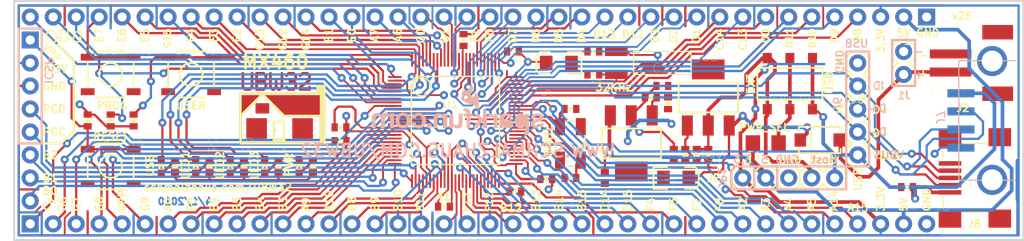
<source format=kicad_pcb>
(kicad_pcb (version 20211014) (generator pcbnew)
  (layers (0 "F.Cu" signal) (31 "B.Cu" signal) (34 "B.Paste" user) (35 "F.Paste" user) (36 "B.SilkS" user "B.Silkscreen") (37 "F.SilkS" user "F.Silkscreen") (38 "B.Mask" user) (39 "F.Mask" user) (44 "Edge.Cuts" user))
  (net 0 "")
  (net 1 "GND")
  (net 2 "3.3V")
  (net 3 "N$110")
  (net 4 "PGD")
  (net 5 "PGC")
  (net 6 "N$20")
  (net 7 "N$22")
  (net 8 "N$23")
  (net 9 "N$35")
  (net 10 "RA2")
  (net 11 "RA3")
  (net 12 "RA6")
  (net 13 "RA7")
  (net 14 "RA4")
  (net 15 "RA5")
  (net 16 "OSC2")
  (net 17 "OSC1")
  (net 18 "D+")
  (net 19 "D-")
  (net 20 "VBUS")
  (net 21 "USBID")
  (net 22 "RE9")
  (net 23 "RB0")
  (net 24 "RB1")
  (net 25 "RE8")
  (net 26 "N$6")
  (net 27 "5V_ALT")
  (net 28 "5V")
  (net 29 "RG15")
  (net 30 "RE5")
  (net 31 "RE6")
  (net 32 "RE7")
  (net 33 "RC1")
  (net 34 "RC2")
  (net 35 "RC3")
  (net 36 "RC4")
  (net 37 "RG7")
  (net 38 "RG6")
  (net 39 "RG8")
  (net 40 "RG9")
  (net 41 "RA0")
  (net 42 "RB5")
  (net 43 "RB4")
  (net 44 "RB3")
  (net 45 "RB2")
  (net 46 "RA9")
  (net 47 "RA10")
  (net 48 "RB8")
  (net 49 "RB9")
  (net 50 "RB10")
  (net 51 "RB11")
  (net 52 "RA1")
  (net 53 "RF13")
  (net 54 "RF12")
  (net 55 "RB12")
  (net 56 "RB13")
  (net 57 "RB14")
  (net 58 "RB15")
  (net 59 "RD14")
  (net 60 "RD15")
  (net 61 "RF4")
  (net 62 "RF5")
  (net 63 "RF2")
  (net 64 "RF8")
  (net 65 "RA14")
  (net 66 "RD8")
  (net 67 "RD9")
  (net 68 "RD10")
  (net 69 "RD11")
  (net 70 "RD0")
  (net 71 "RC13")
  (net 72 "RC14")
  (net 73 "RD1")
  (net 74 "RD2")
  (net 75 "RD3")
  (net 76 "RD12")
  (net 77 "RD13")
  (net 78 "RD4")
  (net 79 "RD5")
  (net 80 "RD6")
  (net 81 "RD7")
  (net 82 "RF0")
  (net 83 "RF1")
  (net 84 "RG1")
  (net 85 "RG0")
  (net 86 "RE0")
  (net 87 "RE1")
  (net 88 "RG14")
  (net 89 "RG12")
  (net 90 "RG13")
  (net 91 "RE2")
  (net 92 "RE3")
  (net 93 "RE4")
  (net 94 "VPP")
  (net 95 "N$1")
  (net 96 "VIN_RAW")
  (net 97 "RA15")
  (net 98 "N$2")
  (net 99 "N$3")
  (net 100 "N$4")
  (footprint "boardEagle:0402-RES" (layer "F.Cu") (at 103.4161 105.0036 90)
    (fp_text reference "R3")
    (fp_text value "10K")
  )
  (footprint "boardEagle:C0402" (layer "F.Cu") (at 164.3761 101.1936)
    (fp_text reference "C13")
    (fp_text value "1uF")
  )
  (footprint "boardEagle:USB-MINIB" (layer "F.Cu") (at 198.6661 111.3536 180)
    (fp_text reference "J8")
    (fp_text value "USB-MINIB")
  )
  (footprint "boardEagle:0402-CAP" (layer "F.Cu") (at 147.8661 97.3836 180)
    (fp_text reference "C4")
    (fp_text value "0.1uF")
  )
  (footprint "boardEagle:0402-CAP" (layer "F.Cu") (at 156.7561 99.9236 180)
    (fp_text reference "C16")
    (fp_text value "11pf")
  )
  (footprint "boardEagle:LED-0603" (layer "F.Cu") (at 109.0041 110.0836)
    (fp_text reference "USB0" hide)
    (fp_text value "GREEN")
  )
  (footprint "boardEagle:1X05" (layer "F.Cu") (at 185.9661 108.8136 90)
    (fp_text reference "J6")
    (fp_text value "")
  )
  (footprint "boardEagle:0402-RES" (layer "F.Cu") (at 151.5491 111.4806)
    (fp_text reference "R9")
    (fp_text value "10K")
  )
  (footprint "boardEagle:1X40" (layer "F.Cu") (at 144.0561 93.5736 180)
    (fp_text reference "J3" hide)
    (fp_text value "M40" hide)
  )
  (footprint "boardEagle:1X02" (layer "F.Cu") (at 180.8861 111.3536)
    (fp_text reference "JP1" hide)
    (fp_text value "")
  )
  (footprint "boardEagle:0402-RES" (layer "F.Cu") (at 165.0111 103.0986 90)
    (fp_text reference "R13")
    (fp_text value "390")
  )
  (footprint "boardEagle:0402-RES" (layer "F.Cu") (at 110.5281 110.0836 -90)
    (fp_text reference "R8")
    (fp_text value "330")
  )
  (footprint "boardEagle:SCHMALZHAUS" (layer "F.Cu") (at 121.5771 105.0036)
    (fp_text reference "U$5" hide)
    (fp_text value "" hide)
  )
  (footprint "boardEagle:EIA3216" (layer "F.Cu") (at 165.9001 111.3536)
    (fp_text reference "C1")
    (fp_text value "10uF")
  )
  (footprint "boardEagle:C0402" (layer "F.Cu") (at 158.0261 111.3536 -90)
    (fp_text reference "C12")
    (fp_text value "1uF")
  )
  (footprint "boardEagle:1X02" (layer "F.Cu") (at 191.0461 97.3836 -90)
    (fp_text reference "J1")
    (fp_text value "")
  )
  (footprint "boardEagle:0402-RES" (layer "F.Cu") (at 100.8761 105.0036 -90)
    (fp_text reference "R10")
    (fp_text value "10K")
  )
  (footprint "boardEagle:0402-CAP" (layer "F.Cu") (at 154.2161 111.3536)
    (fp_text reference "C14")
    (fp_text value "18pF")
  )
  (footprint "boardEagle:SOT223" (layer "F.Cu") (at 160.9471 107.5436 180)
    (fp_text reference "U2")
    (fp_text value "3.3V")
  )
  (footprint "boardEagle:0402-RES" (layer "F.Cu") (at 168.1861 108.8136 -90)
    (fp_text reference "R16")
    (fp_text value "240")
  )
  (footprint "boardEagle:TQFP100" (layer "F.Cu") (at 141.5161 105.0036 -90)
    (fp_text reference "U1")
    (fp_text value "PIC32MX460F512L TQFP100" hide)
  )
  (footprint "boardEagle:0402-RES" (layer "F.Cu") (at 118.1481 110.0836 -90)
    (fp_text reference "R6")
    (fp_text value "330")
  )
  (footprint "boardEagle:0402-RES" (layer "F.Cu") (at 125.7681 110.0836 -90)
    (fp_text reference "R11")
    (fp_text value "330")
  )
  (footprint "boardEagle:0402-RES" (layer "F.Cu") (at 114.3381 110.0836 -90)
    (fp_text reference "R7")
    (fp_text value "330")
  )
  (footprint "boardEagle:0402-CAP" (layer "F.Cu") (at 169.4561 108.8136 -90)
    (fp_text reference "C2")
    (fp_text value "1uF")
  )
  (footprint "boardEagle:0402-CAP" (layer "F.Cu") (at 154.2161 103.7336 180)
    (fp_text reference "C15")
    (fp_text value "18pF")
  )
  (footprint "boardEagle:0402-CAP" (layer "F.Cu") (at 156.7561 97.3836 180)
    (fp_text reference "C17")
    (fp_text value "11pf")
  )
  (footprint "boardEagle:UBW32" (layer "F.Cu") (at 122.3391 100.3046)
    (fp_text reference "U$3" hide)
    (fp_text value "" hide)
  )
  (footprint "boardEagle:TACTILE_SWITCH_SMD" (layer "F.Cu") (at 103.4161 99.9236 180)
    (fp_text reference "PROGRAM0")
    (fp_text value "")
  )
  (footprint "boardEagle:C0402" (layer "F.Cu") (at 165.6461 108.8136 -90)
    (fp_text reference "C10")
    (fp_text value "0.1uF")
  )
  (footprint "boardEagle:TACTILE_SWITCH_SMD" (layer "F.Cu") (at 103.4161 110.0836 180)
    (fp_text reference "RESET0")
    (fp_text value "")
  )
  (footprint "boardEagle:0402-RES" (layer "F.Cu") (at 105.9561 105.0036 90)
    (fp_text reference "R5")
    (fp_text value "10K")
  )
  (footprint "boardEagle:S2B-PH" (layer "F.Cu") (at 199.9361 98.6536 -90)
    (fp_text reference "J2")
    (fp_text value "JST-2-PTH")
  )
  (footprint "boardEagle:AYZ0202" (layer "F.Cu") (at 178.4731 100.9396)
    (fp_text reference "PWR_SEL0")
    (fp_text value "AYZ0202")
  )
  (footprint "boardEagle:CRYSTAL-SMD-5X3" (layer "F.Cu") (at 154.2161 107.5436 90)
    (fp_text reference "Q1")
    (fp_text value "8MHz")
  )
  (footprint "boardEagle:1X01" (layer "F.Cu") (at 175.8061 111.3536)
    (fp_text reference "UNK5" hide)
    (fp_text value "M01PTH" hide)
  )
  (footprint "boardEagle:STAND-OFF" (layer "F.Cu") (at 191.0461 105.0036)
    (fp_text reference "U$6" hide)
    (fp_text value "STAND-OFF" hide)
  )
  (footprint "boardEagle:1X01" (layer "F.Cu") (at 178.3461 111.3536)
    (fp_text reference "GND0" hide)
    (fp_text value "M01PTH" hide)
  )
  (footprint "boardEagle:0402-RES" (layer "F.Cu") (at 121.9581 110.0836 -90)
    (fp_text reference "R4")
    (fp_text value "330")
  )
  (footprint "boardEagle:0402-RES" (layer "F.Cu") (at 163.1061 102.4636)
    (fp_text reference "R14")
    (fp_text value "240")
  )
  (footprint "boardEagle:0402-CAP" (layer "F.Cu") (at 142.4051 96.1136 90)
    (fp_text reference "C6")
    (fp_text value "0.1uF")
  )
  (footprint "boardEagle:LED-0603" (layer "F.Cu") (at 124.2441 110.0836)
    (fp_text reference "PWR0" hide)
    (fp_text value "BLUE")
  )
  (footprint "boardEagle:CRYSTAL-32KHZ-SMD" (layer "F.Cu") (at 159.2961 98.6536 -90)
    (fp_text reference "Q2")
    (fp_text value "32.768KHz")
  )
  (footprint "boardEagle:LED-0603" (layer "F.Cu") (at 116.6241 110.0836)
    (fp_text reference "LED2" hide)
    (fp_text value "RED")
  )
  (footprint "boardEagle:LED-0603" (layer "F.Cu") (at 112.8141 110.0836)
    (fp_text reference "LED1" hide)
    (fp_text value "WHITE")
  )
  (footprint "boardEagle:1X01" (layer "F.Cu") (at 173.2661 111.3536)
    (fp_text reference "UNK3.3" hide)
    (fp_text value "M01PTH" hide)
  )
  (footprint "boardEagle:0402-CAP" (layer "F.Cu") (at 140.2461 114.5286 180)
    (fp_text reference "C7")
    (fp_text value "0.1uF")
  )
  (footprint "boardEagle:1X08" (layer "F.Cu") (at 94.5261 96.1136 -90)
    (fp_text reference "J5" hide)
    (fp_text value "")
  )
  (footprint "boardEagle:0402-RES" (layer "F.Cu") (at 166.9161 108.8136 90)
    (fp_text reference "R15")
    (fp_text value "715")
  )
  (footprint "boardEagle:R1206" (layer "F.Cu") (at 175.8061 107.5436 180)
    (fp_text reference "F1")
    (fp_text value "250mA PTC Fuse")
  )
  (footprint "boardEagle:0402-CAP" (layer "F.Cu") (at 128.8161 107.2896 180)
    (fp_text reference "C8")
    (fp_text value "0.1uF")
  )
  (footprint "boardEagle:LED-0603" (layer "F.Cu") (at 120.4341 110.0836)
    (fp_text reference "LED3" hide)
    (fp_text value "YELLOW")
  )
  (footprint "boardEagle:0402-CAP" (layer "F.Cu") (at 191.4271 112.3696 180)
    (fp_text reference "C3")
    (fp_text value "1uF")
  )
  (footprint "boardEagle:STAND-OFF" (layer "F.Cu") (at 114.8461 105.0036)
    (fp_text reference "U$7" hide)
    (fp_text value "STAND-OFF" hide)
  )
  (footprint "boardEagle:0402-CAP" (layer "F.Cu") (at 148.1201 112.8776)
    (fp_text reference "C11")
    (fp_text value "0.1uF")
  )
  (footprint "boardEagle:TACTILE_SWITCH_SMD" (layer "F.Cu") (at 112.3061 99.9236 180)
    (fp_text reference "USER0")
    (fp_text value "")
  )
  (footprint "boardEagle:SOT223" (layer "F.Cu") (at 169.4561 102.4636)
    (fp_text reference "U3")
    (fp_text value "5V")
  )
  (footprint "boardEagle:EIA3216" (layer "F.Cu") (at 152.9461 98.6536 180)
    (fp_text reference "C5")
    (fp_text value "10uF")
  )
  (footprint "boardEagle:SMA-DIODE" (layer "F.Cu") (at 181.7751 107.1626 180)
    (fp_text reference "D1")
    (fp_text value "")
  )
  (footprint "boardEagle:1X40" (layer "F.Cu") (at 144.0561 116.4336)
    (fp_text reference "J4" hide)
    (fp_text value "M40" hide)
  )
  (footprint "boardEagle:0402-CAP" (layer "F.Cu") (at 128.8161 105.7656 180)
    (fp_text reference "C9")
    (fp_text value "0.1uF")
  )
  (footprint "boardEagle:SFE-NEW-WEBLOGO" (layer "B.Cu") (at 151.2951 106.7816 180)
    (fp_text reference "U$4" hide)
    (fp_text value "LOGO-SFENEW" hide)
  )
  (footprint "boardEagle:USB-A-S" (layer "B.Cu") (at 200.8251 105.0036 180)
    (fp_text reference "J7" hide)
    (fp_text value "USB-A-S" hide)
  )
  (gr_line (start 174.5361 110.0836) (end 174.5361 112.6236) (layer "B.SilkS") (width 0.254))
  (gr_line (start 184.6961 110.0836) (end 187.2361 110.0836) (layer "B.SilkS") (width 0.254))
  (gr_line (start 184.6961 97.3836) (end 184.6961 110.0836) (layer "B.SilkS") (width 0.254))
  (gr_line (start 177.0761 112.6236) (end 177.0761 110.0836) (layer "B.SilkS") (width 0.254))
  (gr_line (start 95.7961 107.5436) (end 93.2561 107.5436) (layer "B.SilkS") (width 0.254))
  (gr_line (start 177.0761 110.0836) (end 184.6961 110.0836) (layer "B.SilkS") (width 0.254))
  (gr_line (start 187.2361 97.3836) (end 184.8231 97.3836) (layer "B.SilkS") (width 0.254))
  (gr_line (start 177.0761 110.0836) (end 174.5361 110.0836) (layer "B.SilkS") (width 0.254))
  (gr_line (start 95.7961 94.8436) (end 95.7961 107.5436) (layer "B.SilkS") (width 0.254))
  (gr_line (start 192.3161 101.1936) (end 192.3161 96.1136) (layer "B.SilkS") (width 0.254))
  (gr_line (start 184.6961 110.0836) (end 184.6961 112.6236) (layer "B.SilkS") (width 0.254))
  (gr_line (start 171.9961 112.6236) (end 174.5361 112.6236) (layer "B.SilkS") (width 0.254))
  (gr_line (start 171.9961 110.0836) (end 171.9961 112.6236) (layer "B.SilkS") (width 0.254))
  (gr_line (start 189.7761 96.1136) (end 189.7761 101.1936) (layer "B.SilkS") (width 0.254))
  (gr_line (start 184.6961 112.6236) (end 177.0761 112.6236) (layer "B.SilkS") (width 0.254))
  (gr_line (start 189.7761 101.1936) (end 192.3161 101.1936) (layer "B.SilkS") (width 0.254))
  (gr_line (start 93.2561 94.8436) (end 95.7961 94.8436) (layer "B.SilkS") (width 0.254))
  (gr_line (start 187.2361 110.0836) (end 187.2361 97.3836) (layer "B.SilkS") (width 0.254))
  (gr_line (start 174.5361 110.0836) (end 171.9961 110.0836) (layer "B.SilkS") (width 0.254))
  (gr_line (start 93.2561 107.5436) (end 93.2561 94.8436) (layer "B.SilkS") (width 0.254))
  (gr_line (start 174.5361 112.6236) (end 177.0761 112.6236) (layer "B.SilkS") (width 0.254))
  (gr_line (start 192.3161 96.1136) (end 189.7761 96.1136) (layer "B.SilkS") (width 0.254))
  (gr_line (start 93.2561 94.8436) (end 93.2561 107.5436) (layer "F.SilkS") (width 0.254))
  (gr_line (start 93.2561 107.5436) (end 97.9551 107.5436) (layer "F.SilkS") (width 0.254))
  (gr_line (start 99.3521 106.1466) (end 97.9551 107.5436) (layer "F.SilkS") (width 0.254))
  (gr_line (start 99.3521 98.3996) (end 97.5741 96.6216) (layer "F.SilkS") (width 0.254))
  (gr_line (start 99.3521 98.3996) (end 99.3521 106.1466) (layer "F.SilkS") (width 0.254))
  (gr_line (start 204.2541 118.2116) (end 92.7481 118.2116) (layer "Edge.Cuts") (width 0.2032))
  (gr_line (start 92.7481 118.2116) (end 92.7481 91.7956) (layer "Edge.Cuts") (width 0.2032))
  (gr_line (start 204.2541 91.7956) (end 204.2541 118.2116) (layer "Edge.Cuts") (width 0.2032))
  (gr_line (start 92.7481 91.7956) (end 204.2541 91.7956) (layer "Edge.Cuts") (width 0.2032))
  (gr_text "4/1/2010" (at 114.7191 114.4016) (layer "B.Cu") (effects (font (size 0.762 0.762) (thickness 0.254)) (justify left bottom mirror)))
  (gr_text "5" (at 176.1871 109.8296) (layer "B.SilkS") (effects (font (size 0.8636 0.8636) (thickness 0.1524)) (justify left bottom mirror)))
  (gr_text "J7" (at 194.6021 105.5116 -90) (layer "B.SilkS") (effects (font (size 0.8636 0.8636) (thickness 0.1524)) (justify left bottom mirror)))
  (gr_text "JP1" (at 170.4721 112.6236 -90) (layer "B.SilkS") (effects (font (size 0.8636 0.8636) (thickness 0.1524)) (justify left bottom mirror)))
  (gr_text "D+" (at 189.2554 104.1908) (layer "B.SilkS") (effects (font (size 0.8636 0.8636) (thickness 0.1524)) (justify left bottom mirror)))
  (gr_text "J6" (at 183.1721 103.9876 -90) (layer "B.SilkS") (effects (font (size 0.8636 0.8636) (thickness 0.1524)) (justify left bottom mirror)))
  (gr_text "ID" (at 189.0141 101.7016) (layer "B.SilkS") (effects (font (size 0.8636 0.8636) (thickness 0.1524)) (justify left bottom mirror)))
  (gr_text "D-" (at 189.2808 106.7816) (layer "B.SilkS") (effects (font (size 0.8636 0.8636) (thickness 0.1524)) (justify left bottom mirror)))
  (gr_text "ICSP" (at 97.0661 97.8916 -90) (layer "B.SilkS") (effects (font (size 0.8636 0.8636) (thickness 0.1524)) (justify right top mirror)))
  (gr_text "USB" (at 184.4421 95.9866) (layer "B.SilkS") (effects (font (size 0.8636 0.8636) (thickness 0.1524)) (justify right top mirror)))
  (gr_text "GND" (at 179.6161 109.8296) (layer "B.SilkS") (effects (font (size 0.8636 0.8636) (thickness 0.1524)) (justify left bottom mirror)))
  (gr_text "3.3" (at 174.4091 109.8296) (layer "B.SilkS") (effects (font (size 0.8636 0.8636) (thickness 0.1524)) (justify left bottom mirror)))
  (gr_text "Host" (at 183.8071 109.8296) (layer "B.SilkS") (effects (font (size 0.8636 0.8636) (thickness 0.1524)) (justify left bottom mirror)))
  (gr_text "WWW.SCHMALZHAUS.COM/UBW32" (at 159.2961 109.1946) (layer "B.SilkS") (effects (font (size 1.42494 1.42494) (thickness 0.25146)) (justify left bottom mirror)))
  (gr_text "VBUS" (at 191.1731 109.3216) (layer "B.SilkS") (effects (font (size 0.8636 0.8636) (thickness 0.1524)) (justify left bottom mirror)))
  (gr_text "-" (at 193.3321 97.8916) (layer "B.SilkS") (effects (font (size 0.8636 0.8636) (thickness 0.1524)) (justify left bottom mirror)))
  (gr_text "GND" (at 183.4261 99.9236 -90) (layer "B.SilkS") (effects (font (size 0.8636 0.8636) (thickness 0.1524)) (justify left bottom mirror)))
  (gr_text "+" (at 193.3321 100.4316) (layer "B.SilkS") (effects (font (size 0.8636 0.8636) (thickness 0.1524)) (justify left bottom mirror)))
  (gr_text "J1" (at 191.9351 102.7176) (layer "B.SilkS") (effects (font (size 0.8636 0.8636) (thickness 0.1524)) (justify left bottom mirror)))
  (gr_text "D-" (at 187.4774 106.9086) (layer "F.SilkS") (effects (font (size 0.84328 0.84328) (thickness 0.17272)) (justify left bottom)))
  (gr_text "LED3" (at 119.7991 111.6076 90) (layer "F.SilkS") (effects (font (size 0.84328 0.84328) (thickness 0.17272)) (justify left bottom)))
  (gr_text "USB" (at 108.2421 111.3536 90) (layer "F.SilkS") (effects (font (size 0.84328 0.84328) (thickness 0.17272)) (justify left bottom)))
  (gr_text "A3" (at 176.3141 115.1636 90) (layer "F.SilkS") (effects (font (size 0.84328 0.84328) (thickness 0.17272)) (justify left bottom)))
  (gr_text "F1" (at 143.1163 94.7293 90) (layer "F.SilkS") (effects (font (size 0.84328 0.84328) (thickness 0.17272)) (justify right top)))
  (gr_text "E0" (at 129.5781 94.7166 90) (layer "F.SilkS") (effects (font (size 0.84328 0.84328) (thickness 0.17272)) (justify right top)))
  (gr_text "B2" (at 95.7961 109.3216) (layer "F.SilkS") (effects (font (size 0.84328 0.84328) (thickness 0.17272)) (justify left bottom)))
  (gr_text "ID" (at 187.4901 101.7016) (layer "F.SilkS") (effects (font (size 0.84328 0.84328) (thickness 0.17272)) (justify left bottom)))
  (gr_text "GND" (at 195.1101 94.8436) (layer "F.SilkS") (effects (font (size 0.84328 0.84328) (thickness 0.17272)) (justify right top)))
  (gr_text "C4" (at 96.3041 115.2906 45) (layer "F.SilkS") (effects (font (size 0.84328 0.84328) (thickness 0.17272)) (justify left bottom)))
  (gr_text "USER" (at 110.5281 103.8606) (layer "F.SilkS") (effects (font (size 0.84328 0.84328) (thickness 0.17272)) (justify left bottom)))
  (gr_text "B9" (at 133.1341 115.1636 90) (layer "F.SilkS") (effects (font (size 0.84328 0.84328) (thickness 0.17272)) (justify left bottom)))
  (gr_text "F4" (at 163.6141 115.1636 90) (layer "F.SilkS") (effects (font (size 0.84328 0.84328) (thickness 0.17272)) (justify left bottom)))
  (gr_text "-" (at 192.5701 98.2726) (layer "F.SilkS") (effects (font (size 0.84328 0.84328) (thickness 0.17272)) (justify left bottom)))
  (gr_text "VPP" (at 105.1941 115.1636 90) (layer "F.SilkS") (effects (font (size 0.84328 0.84328) (thickness 0.17272)) (justify left bottom)))
  (gr_text "JP1" (at 169.2021 111.8616) (layer "F.SilkS") (effects (font (size 0.84328 0.84328) (thickness 0.17272)) (justify left bottom)))
  (gr_text "F8" (at 171.2341 115.1636 90) (layer "F.SilkS") (effects (font (size 0.84328 0.84328) (thickness 0.17272)) (justify left bottom)))
  (gr_text "E8" (at 112.8141 115.1636 90) (layer "F.SilkS") (effects (font (size 0.84328 0.84328) (thickness 0.17272)) (justify left bottom)))
  (gr_text "D15" (at 161.0741 115.1636 90) (layer "F.SilkS") (effects (font (size 0.84328 0.84328) (thickness 0.17272)) (justify left bottom)))
  (gr_text "PGC" (at 95.7961 106.7816) (layer "F.SilkS") (effects (font (size 0.84328 0.84328) (thickness 0.17272)) (justify left bottom)))
  (gr_text "5" (at 175.4251 109.8296) (layer "F.SilkS") (effects (font (size 0.84328 0.84328) (thickness 0.17272)) (justify left bottom)))
  (gr_text "MX460" (at 117.7671 99.4156) (layer "F.SilkS") (effects (font (size 1.47574 1.47574) (thickness 0.30226)) (justify left bottom)))
  (gr_text "3.3V" (at 95.7961 99.7966) (layer "F.SilkS") (effects (font (size 0.84328 0.84328) (thickness 0.17272)) (justify left bottom)))
  (gr_text "PWR" (at 123.6091 111.3536 90) (layer "F.SilkS") (effects (font (size 0.84328 0.84328) (thickness 0.17272)) (justify left bottom)))
  (gr_text "8MHz" (at 152.3111 109.0676 90) (layer "F.SilkS") (effects (font (size 0.84328 0.84328) (thickness 0.17272)) (justify left bottom)))
  (gr_text "A1" (at 183.8071 115.1636 90) (layer "F.SilkS") (effects (font (size 0.84328 0.84328) (thickness 0.17272)) (justify left bottom)))
  (gr_text "D11" (at 177.9651 94.7166 90) (layer "F.SilkS") (effects (font (size 0.758952 0.758952) (thickness 0.155448)) (justify right top)))
  (gr_text "GND" (at 95.7961 101.7016) (layer "F.SilkS") (effects (font (size 0.84328 0.84328) (thickness 0.17272)) (justify left bottom)))
  (gr_text "G15" (at 109.2581 94.7166 90) (layer "F.SilkS") (effects (font (size 0.758952 0.758952) (thickness 0.155448)) (justify right top)))
  (gr_text "J6" (at 184.4421 104.6226 90) (layer "F.SilkS") (effects (font (size 0.84328 0.84328) (thickness 0.17272)) (justify left bottom)))
  (gr_text "3.3" (at 172.1231 109.8296) (layer "F.SilkS") (effects (font (size 0.84328 0.84328) (thickness 0.17272)) (justify left bottom)))
  (gr_text "E2" (at 116.8781 94.7166 90) (layer "F.SilkS") (effects (font (size 0.84328 0.84328) (thickness 0.17272)) (justify right top)))
  (gr_text "3.3V" (at 189.0141 115.1636 90) (layer "F.SilkS") (effects (font (size 0.84328 0.84328) (thickness 0.17272)) (justify left bottom)))
  (gr_text "B0" (at 95.7961 113.2586) (layer "F.SilkS") (effects (font (size 0.84328 0.84328) (thickness 0.17272)) (justify left bottom)))
  (gr_text "Host" (at 180.5051 109.8296) (layer "F.SilkS") (effects (font (size 0.84328 0.84328) (thickness 0.17272)) (justify left bottom)))
  (gr_text "B3" (at 122.9741 115.1636 90) (layer "F.SilkS") (effects (font (size 0.84328 0.84328) (thickness 0.17272)) (justify left bottom)))
  (gr_text "USB" (at 183.2991 102.2096 90) (layer "F.SilkS") (effects (font (size 0.84328 0.84328) (thickness 0.17272)) (justify left bottom)))
  (gr_text "E6" (at 104.1781 94.7166 90) (layer "F.SilkS") (effects (font (size 0.84328 0.84328) (thickness 0.17272)) (justify right top)))
  (gr_text "VPP" (at 95.632 96.9654 315) (layer "F.SilkS") (effects (font (size 0.84328 0.84328) (thickness 0.17272)) (justify left bottom)))
  (gr_text "D0" (at 175.2981 94.7166 90) (layer "F.SilkS") (effects (font (size 0.84328 0.84328) (thickness 0.17272)) (justify right top)))
  (gr_text "C2" (at 97.8281 94.7166 90) (layer "F.SilkS") (effects (font (size 0.84328 0.84328) (thickness 0.17272)) (justify right top)))
  (gr_text "B8" (at 130.5941 115.1636 90) (layer "F.SilkS") (effects (font (size 0.84328 0.84328) (thickness 0.17272)) (justify left bottom)))
  (gr_text "A7" (at 132.1181 94.7166 90) (layer "F.SilkS") (effects (font (size 0.84328 0.84328) (thickness 0.17272)) (justify right top)))
  (gr_text "LED1" (at 112.1791 111.6076 90) (layer "F.SilkS") (effects (font (size 0.84328 0.84328) (thickness 0.17272)) (justify left bottom)))
  (gr_text "PROG" (at 101.7651 103.8606) (layer "F.SilkS") (effects (font (size 0.84328 0.84328) (thickness 0.17272)) (justify left bottom)))
  (gr_text "D10" (at 180.5051 94.7166 90) (layer "F.SilkS") (effects (font (size 0.758952 0.758952) (thickness 0.155448)) (justify right top)))
  (gr_text "E7" (at 101.6381 94.7166 90) (layer "F.SilkS") (effects (font (size 0.84328 0.84328) (thickness 0.17272)) (justify right top)))
  (gr_text "E4" (at 111.7981 94.7166 90) (layer "F.SilkS") (effects (font (size 0.84328 0.84328) (thickness 0.17272)) (justify right top)))
  (gr_text "J8" (at 198.0311 116.9416) (layer "F.SilkS") (effects (font (size 0.84328 0.84328) (thickness 0.17272)) (justify left bottom)))
  (gr_text "F5" (at 166.1541 115.1636 90) (layer "F.SilkS") (effects (font (size 0.84328 0.84328) (thickness 0.17272)) (justify left bottom)))
  (gr_text "5V" (at 191.5541 115.1636 90) (layer "F.SilkS") (effects (font (size 0.84328 0.84328) (thickness 0.17272)) (justify left bottom)))
  (gr_text "4" (at 183.8071 113.6396 90) (layer "F.SilkS") (effects (font (size 0.8636 0.8636) (thickness 0.1524)) (justify left bottom)))
  (gr_text "G6" (at 98.5901 115.1636 90) (layer "F.SilkS") (effects (font (size 0.84328 0.84328) (thickness 0.17272)) (justify left bottom)))
  (gr_text "A5" (at 181.3941 115.1636 90) (layer "F.SilkS") (effects (font (size 0.84328 0.84328) (thickness 0.17272)) (justify left bottom)))
  (gr_text "A2" (at 173.7741 115.1636 90) (layer "F.SilkS") (effects (font (size 0.84328 0.84328) (thickness 0.17272)) (justify left bottom)))
  (gr_text "3.3V" (at 187.9981 94.7166 90) (layer "F.SilkS") (effects (font (size 0.84328 0.84328) (thickness 0.17272)) (justify right top)))
  (gr_text "F13" (at 143.1671 115.1636 90) (layer "F.SilkS") (effects (font (size 0.758952 0.758952) (thickness 0.155448)) (justify left bottom)))
  (gr_text "GND" (at 194.0941 115.1636 90) (layer "F.SilkS") (effects (font (size 0.84328 0.84328) (thickness 0.17272)) (justify left bottom)))
  (gr_text "RESET" (at 101.3841 107.2896) (layer "F.SilkS") (effects (font (size 0.84328 0.84328) (thickness 0.17272)) (justify left bottom)))
  (gr_text "GND" (at 184.4421 99.9236 90) (layer "F.SilkS") (effects (font (size 0.84328 0.84328) (thickness 0.17272)) (justify left bottom)))
  (gr_text "C3" (at 97.9266 96.0151 315) (layer "F.SilkS") (effects (font (size 0.84328 0.84328) (thickness 0.17272)) (justify right top)))
  (gr_text "G9" (at 107.7341 115.1636 90) (layer "F.SilkS") (effects (font (size 0.84328 0.84328) (thickness 0.17272)) (justify left bottom)))
  (gr_text "A0" (at 110.2741 115.1636 90) (layer "F.SilkS") (effects (font (size 0.84328 0.84328) (thickness 0.17272)) (justify left bottom)))
  (gr_text "D14" (at 158.5341 115.1636 90) (layer "F.SilkS") (effects (font (size 0.84328 0.84328) (thickness 0.17272)) (justify left bottom)))
  (gr_text "C14" (at 170.2181 94.7166 90) (layer "F.SilkS") (effects (font (size 0.84328 0.84328) (thickness 0.17272)) (justify right top)))
  (gr_text "D13" (at 156.6291 95.9866) (layer "F.SilkS") (effects (font (size 0.84328 0.84328) (thickness 0.17272)) (justify left bottom)))
  (gr_text "VBUS" (at 187.4901 109.4486) (layer "F.SilkS") (effects (font (size 0.84328 0.84328) (thickness 0.17272)) (justify left bottom)))
  (gr_text "USB" (at 186.4741 112.8776 90) (layer "F.SilkS") (effects (font (size 0.84328 0.84328) (thickness 0.17272)) (justify left bottom)))
  (gr_text "B1" (at 95.7961 111.8616) (layer "F.SilkS") (effects (font (size 0.84328 0.84328) (thickness 0.17272)) (justify left bottom)))
  (gr_text "F2" (at 168.6941 115.1636 90) (layer "F.SilkS") (effects (font (size 0.84328 0.84328) (thickness 0.17272)) (justify left bottom)))
  (gr_text "E1" (at 127.0381 94.7166 90) (layer "F.SilkS") (effects (font (size 0.84328 0.84328) (thickness 0.17272)) (justify right top)))
  (gr_text "D7" (at 147.3581 94.7166 90) (layer "F.SilkS") (effects (font (size 0.84328 0.84328) (thickness 0.17272)) (justify right top)))
  (gr_text "5" (at 187.2361 114.1476) (layer "F.SilkS") (effects (font (size 0.8636 0.8636) (thickness 0.1524)) (justify right top)))
  (gr_text "A1" (at 139.3571 113.8936) (layer "F.SilkS") (effects (font (size 0.84328 0.84328) (thickness 0.17272)) (justify left bottom)))
  (gr_text "F12" (at 145.7071 115.1636 90) (layer "F.SilkS") (effects (font (size 0.758952 0.758952) (thickness 0.155448)) (justify left bottom)))
  (gr_text "5V" (at 191.9351 94.8436) (layer "F.SilkS") (effects (font (size 0.84328 0.84328) (thickness 0.17272)) (justify right top)))
  (gr_text "D9" (at 182.9181 94.7166 90) (layer "F.SilkS") (effects (font (size 0.84328 0.84328) (thickness 0.17272)) (justify right top)))
  (gr_text "E9" (at 115.3541 115.1636 90) (layer "F.SilkS") (effects (font (size 0.84328 0.84328) (thickness 0.17272)) (justify left bottom)))
  (gr_text "J1" (at 190.2841 102.7176) (layer "F.SilkS") (effects (font (size 0.84328 0.84328) (thickness 0.17272)) (justify left bottom)))
  (gr_text "D2" (at 165.1381 94.7166 90) (layer "F.SilkS") (effects (font (size 0.84328 0.84328) (thickness 0.17272)) (justify right top)))
  (gr_text "A1" (at 186.4741 114.1476) (layer "F.SilkS") (effects (font (size 0.84328 0.84328) (thickness 0.17272)) (justify right top)))
  (gr_text "B15" (at 155.9941 115.1636 90) (layer "F.SilkS") (effects (font (size 0.84328 0.84328) (thickness 0.17272)) (justify left bottom)))
  (gr_text "F0" (at 144.8181 94.7166 90) (layer "F.SilkS") (effects (font (size 0.84328 0.84328) (thickness 0.17272)) (justify right top)))
  (gr_text "D3" (at 163.1061 94.7166 90) (layer "F.SilkS") (effects (font (size 0.84328 0.84328) (thickness 0.17272)) (justify right top)))
  (gr_text "D4" (at 154.9781 94.7166 90) (layer "F.SilkS") (effects (font (size 0.84328 0.84328) (thickness 0.17272)) (justify right top)))
  (gr_text "B5" (at 117.8941 115.1636 90) (layer "F.SilkS") (effects (font (size 0.84328 0.84328) (thickness 0.17272)) (justify left bottom)))
  (gr_text "v26" (at 196.2531 93.9546) (layer "F.SilkS") (effects (font (size 0.84328 0.84328) (thickness 0.17272)) (justify left bottom)))
  (gr_text "J2" (at 196.7611 104.1146) (layer "F.SilkS") (effects (font (size 0.84328 0.84328) (thickness 0.17272)) (justify left bottom)))
  (gr_text "A10" (at 128.0541 115.1636 90) (layer "F.SilkS") (effects (font (size 0.84328 0.84328) (thickness 0.17272)) (justify left bottom)))
  (gr_text "G12" (at 121.9581 94.7166 90) (layer "F.SilkS") (effects (font (size 0.84328 0.84328) (thickness 0.17272)) (justify right top)))
  (gr_text "EXT" (at 174.6631 102.2096 90) (layer "F.SilkS") (effects (font (size 0.84328 0.84328) (thickness 0.17272)) (justify left bottom)))
  (gr_text "A4" (at 178.8541 115.1636 90) (layer "F.SilkS") (effects (font (size 0.84328 0.84328) (thickness 0.17272)) (justify left bottom)))
  (gr_text "A6" (at 134.6581 94.7166 90) (layer "F.SilkS") (effects (font (size 0.84328 0.84328) (thickness 0.17272)) (justify right top)))
  (gr_text "PGD" (at 95.7961 104.2416) (layer "F.SilkS") (effects (font (size 0.84328 0.84328) (thickness 0.17272)) (justify left bottom)))
  (gr_text "D1" (at 167.6781 94.7166 90) (layer "F.SilkS") (effects (font (size 0.84328 0.84328) (thickness 0.17272)) (justify right top)))
  (gr_text "G13" (at 119.4181 94.7166 90) (layer "F.SilkS") (effects (font (size 0.84328 0.84328) (thickness 0.17272)) (justify right top)))
  (gr_text "B11" (at 138.0871 115.1636 90) (layer "F.SilkS") (effects (font (size 0.758952 0.758952) (thickness 0.155448)) (justify left bottom)))
  (gr_text "G0" (at 137.1981 94.7166 90) (layer "F.SilkS") (effects (font (size 0.84328 0.84328) (thickness 0.17272)) (justify right top)))
  (gr_text "E3" (at 114.3381 94.7166 90) (layer "F.SilkS") (effects (font (size 0.84328 0.84328) (thickness 0.17272)) (justify right top)))
  (gr_text "PWR_SEL" (at 172.7581 106.2736) (layer "F.SilkS") (effects (font (size 0.84328 0.84328) (thickness 0.17272)) (justify left bottom)))
  (gr_text "B13" (at 150.9141 115.1636 90) (layer "F.SilkS") (effects (font (size 0.84328 0.84328) (thickness 0.17272)) (justify left bottom)))
  (gr_text "C1" (at 99.2251 94.7166 90) (layer "F.SilkS") (effects (font (size 0.84328 0.84328) (thickness 0.17272)) (justify right top)))
  (gr_text "G7" (at 100.1141 115.1636 90) (layer "F.SilkS") (effects (font (size 0.84328 0.84328) (thickness 0.17272)) (justify left bottom)))
  (gr_text "D8" (at 185.4581 94.7166 90) (layer "F.SilkS") (effects (font (size 0.84328 0.84328) (thickness 0.17272)) (justify right top)))
  (gr_text "D6" (at 149.8981 94.7166 90) (layer "F.SilkS") (effects (font (size 0.84328 0.84328) (thickness 0.17272)) (justify right top)))
  (gr_text "D+" (at 187.5028 104.3178) (layer "F.SilkS") (effects (font (size 0.84328 0.84328) (thickness 0.17272)) (justify left bottom)))
  (gr_text "G1" (at 139.8651 94.7166 90) (layer "F.SilkS") (effects (font (size 0.84328 0.84328) (thickness 0.17272)) (justify right top)))
  (gr_text "A9" (at 125.5141 115.1636 90) (layer "F.SilkS") (effects (font (size 0.84328 0.84328) (thickness 0.17272)) (justify left bottom)))
  (gr_text "C13" (at 172.7581 94.7166 90) (layer "F.SilkS") (effects (font (size 0.84328 0.84328) (thickness 0.17272)) (justify right top)))
  (gr_text "B12" (at 146.3421 115.1636) (layer "F.SilkS") (effects (font (size 0.84328 0.84328) (thickness 0.17272)) (justify left bottom)))
  (gr_text "D5" (at 152.4381 94.7166 90) (layer "F.SilkS") (effects (font (size 0.84328 0.84328) (thickness 0.17272)) (justify right top)))
  (gr_text "G14" (at 124.4981 94.7166 90) (layer "F.SilkS") (effects (font (size 0.84328 0.84328) (thickness 0.17272)) (justify right top)))
  (gr_text "B10" (at 135.6741 115.1636 90) (layer "F.SilkS") (effects (font (size 0.84328 0.84328) (thickness 0.17272)) (justify left bottom)))
  (gr_text "B4" (at 120.4341 115.1636 90) (layer "F.SilkS") (effects (font (size 0.84328 0.84328) (thickness 0.17272)) (justify left bottom)))
  (gr_text "+" (at 192.5701 100.3046) (layer "F.SilkS") (effects (font (size 0.84328 0.84328) (thickness 0.17272)) (justify left bottom)))
  (gr_text "GND" (at 177.0761 109.8296) (layer "F.SilkS") (effects (font (size 0.84328 0.84328) (thickness 0.17272)) (justify left bottom)))
  (gr_text "G8" (at 102.6541 115.1636 90) (layer "F.SilkS") (effects (font (size 0.84328 0.84328) (thickness 0.17272)) (justify left bottom)))
  (gr_text "LED2" (at 115.9891 111.6076 90) (layer "F.SilkS") (effects (font (size 0.84328 0.84328) (thickness 0.17272)) (justify left bottom)))
  (gr_text "schmalzhaus.com/UBW32" (at 106.9721 112.8776) (layer "F.SilkS") (effects (font (size 0.84328 0.84328) (thickness 0.17272)) (justify left bottom)))
  (gr_text "E5" (at 106.7181 94.7166 90) (layer "F.SilkS") (effects (font (size 0.84328 0.84328) (thickness 0.17272)) (justify right top)))
  (gr_text "32KHz" (at 156.8831 101.8286) (layer "F.SilkS") (effects (font (size 0.84328 0.84328) (thickness 0.17272)) (justify left bottom)))
  (gr_text "D12" (at 159.8041 95.9866) (layer "F.SilkS") (effects (font (size 0.84328 0.84328) (thickness 0.17272)) (justify left bottom)))
  (gr_text "B14" (at 153.4541 115.1636 90) (layer "F.SilkS") (effects (font (size 0.84328 0.84328) (thickness 0.17272)) (justify left bottom)))
  (segment (start 108.4961 117.7036) (end 108.4961 115.6716) (width 0.254) (layer "F.Cu") (net 1))
  (segment (start 93.2561 117.7036) (end 93.2561 115.1636) (width 0.254) (layer "F.Cu") (net 1))
  (segment (start 145.0721 102.8446) (end 145.9611 101.9556) (width 0.2032) (layer "F.Cu") (net 1))
  (segment (start 139.6111 114.5286) (end 139.6111 113.7666) (width 0.254) (layer "F.Cu") (net 1))
  (segment (start 140.1191 108.0516) (end 139.8651 107.7976) (width 0.2032) (layer "F.Cu") (net 1))
  (segment (start 93.2561 101.1936) (end 94.6531 101.1936) (width 0.254) (layer "F.Cu") (net 1))
  (segment (start 98.3361 92.3036) (end 98.3361 94.4626) (width 0.254) (layer "F.Cu") (net 1))
  (segment (start 155.1051 114.1476) (end 147.2311 114.1476) (width 0.2032) (layer "F.Cu") (net 1))
  (segment (start 144.4371 113.6396) (end 144.3161 113.5186) (width 0.2032) (layer "F.Cu") (net 1))
  (segment (start 108.4961 117.7036) (end 138.9761 117.7036) (width 0.254) (layer "F.Cu") (net 1))
  (segment (start 138.9761 117.7036) (end 156.7561 117.7036) (width 0.254) (layer "F.Cu") (net 1))
  (segment (start 144.0561 92.3036) (end 161.8361 92.3036) (width 0.254) (layer "F.Cu") (net 1))
  (segment (start 147.1421 104.5846) (end 147.1421 104.3467) (width 0.2032) (layer "F.Cu") (net 1))
  (segment (start 149.1361 114.1476) (end 148.7701 113.7816) (width 0.254) (layer "F.Cu") (net 1))
  (segment (start 138.3411 110.2106) (end 138.7161 110.5856) (width 0.2032) (layer "F.Cu") (net 1))
  (segment (start 177.0761 92.3036) (end 182.1561 92.3036) (width 0.254) (layer "F.Cu") (net 1))
  (segment (start 147.2852 104.2036) (end 148.2161 104.2036) (width 0.2032) (layer "F.Cu") (net 1))
  (segment (start 134.8161 105.8036) (end 136.0931 105.8036) (width 0.2032) (layer "F.Cu") (net 1))
  (segment (start 93.2561 117.7036) (end 98.3361 117.7036) (width 0.254) (layer "F.Cu") (net 1))
  (segment (start 169.4561 110.2106) (end 170.3451 110.2106) (width 0.254) (layer "F.Cu") (net 1))
  (segment (start 100.8761 117.7036) (end 108.4961 117.7036) (width 0.254) (layer "F.Cu") (net 1))
  (segment (start 147.2051 100.2036) (end 148.2161 100.2036) (width 0.2032) (layer "F.Cu") (net 1))
  (segment (start 147.2311 114.1476) (end 146.7231 113.6396) (width 0.254) (layer "F.Cu") (net 1))
  (segment (start 164.3761 92.3036) (end 166.9161 92.3036) (width 0.254) (layer "F.Cu") (net 1))
  (segment (start 131.1401 105.8036) (end 134.8161 105.8036) (width 0.2032) (layer "F.Cu") (net 1))
  (segment (start 147.2051 100.2036) (end 147.2051 99.5316) (width 0.2032) (layer "F.Cu") (net 1))
  (segment (start 146.7231 113.6396) (end 144.4371 113.6396) (width 0.254) (layer "F.Cu") (net 1))
  (segment (start 98.3361 115.7986) (end 98.9711 115.1636) (width 0.2032) (layer "F.Cu") (net 1))
  (segment (start 138.7161 110.5856) (end 138.7161 111.7036) (width 0.2032) (layer "F.Cu") (net 1))
  (segment (start 143.9291 102.8446) (end 145.0721 102.8446) (width 0.2032) (layer "F.Cu") (net 1))
  (segment (start 140.1191 108.5596) (end 140.1191 108.0516) (width 0.2032) (layer "F.Cu") (net 1))
  (segment (start 145.9611 101.9556) (end 145.9611 101.4476) (width 0.2032) (layer "F.Cu") (net 1))
  (segment (start 138.8491 107.5436) (end 139.6111 107.5436) (width 0.2032) (layer "F.Cu") (net 1))
  (segment (start 161.8361 92.3036) (end 161.8361 94.4626) (width 0.254) (layer "F.Cu") (net 1))
  (segment (start 140.7161 112.6616) (end 140.7161 111.7036) (width 0.2032) (layer "F.Cu") (net 1))
  (segment (start 169.4561 110.2106) (end 169.4561 109.4636) (width 0.254) (layer "F.Cu") (net 1))
  (segment (start 143.4361 95.4636) (end 142.4051 95.4636) (width 0.254) (layer "F.Cu") (net 1))
  (segment (start 138.3411 108.0516) (end 138.3411 110.2106) (width 0.2032) (layer "F.Cu") (net 1))
  (segment (start 93.2561 112.6236) (end 95.4151 112.6236) (width 0.254) (layer "F.Cu") (net 1))
  (segment (start 138.9761 117.7036) (end 138.9761 115.4176) (width 0.254) (layer "F.Cu") (net 1))
  (segment (start 140.7161 111.7036) (end 140.7161 109.1566) (width 0.2032) (layer "F.Cu") (net 1))
  (segment (start 161.8361 92.3036) (end 164.3761 92.3036) (width 0.254) (layer "F.Cu") (net 1))
  (segment (start 139.5961 114.5286) (end 139.6111 114.5286) (width 0.254) (layer "F.Cu") (net 1))
  (segment (start 100.8761 117.7036) (end 100.8761 115.0366) (width 0.254) (layer "F.Cu") (net 1))
  (segment (start 182.1561 92.3036) (end 195.3641 92.3036) (width 0.254) (layer "F.Cu") (net 1))
  (segment (start 164.5031 110.2106) (end 169.4561 110.2106) (width 0.254) (layer "F.Cu") (net 1))
  (segment (start 98.3361 92.3036) (end 103.4161 92.3036) (width 0.254) (layer "F.Cu") (net 1))
  (segment (start 145.9611 101.4476) (end 147.2051 100.2036) (width 0.2032) (layer "F.Cu") (net 1))
  (segment (start 128.1661 105.7656) (end 128.1661 103.8756) (width 0.254) (layer "F.Cu") (net 1))
  (segment (start 144.0561 94.8436) (end 143.4361 95.4636) (width 0.254) (layer "F.Cu") (net 1))
  (segment (start 164.3761 92.3036) (end 164.3761 94.4626) (width 0.254) (layer "F.Cu") (net 1))
  (segment (start 182.1561 92.3036) (end 182.1561 94.8436) (width 0.2032) (layer "F.Cu") (net 1))
  (segment (start 140.7161 109.1566) (end 140.1191 108.5596) (width 0.2032) (layer "F.Cu") (net 1))
  (segment (start 156.7561 117.7036) (end 166.9161 117.7036) (width 0.254) (layer "F.Cu") (net 1))
  (segment (start 103.4161 92.3036) (end 103.4161 94.2086) (width 0.254) (layer "F.Cu") (net 1))
  (segment (start 166.9161 117.7036) (end 195.1101 117.7036) (width 0.254) (layer "F.Cu") (net 1))
  (segment (start 148.7701 113.7816) (end 148.7701 112.8776) (width 0.254) (layer "F.Cu") (net 1))
  (segment (start 130.0861 103.4796) (end 130.4671 103.8606) (width 0.254) (layer "F.Cu") (net 1))
  (segment (start 142.6591 104.8766) (end 146.8501 104.8766) (width 0.2032) (layer "F.Cu") (net 1))
  (segment (start 156.7561 117.7036) (end 156.7561 115.7986) (width 0.254) (layer "F.Cu") (net 1))
  (segment (start 93.2561 115.1636) (end 93.2561 112.6236) (width 0.254) (layer "F.Cu") (net 1))
  (segment (start 138.3411 108.0516) (end 138.8491 107.5436) (width 0.2032) (layer "F.Cu") (net 1))
  (segment (start 148.2161 100.2036) (end 148.2161 99.7006) (width 0.2032) (layer "F.Cu") (net 1))
  (segment (start 98.3361 117.7036) (end 100.8761 117.7036) (width 0.254) (layer "F.Cu") (net 1))
  (segment (start 177.0761 92.3036) (end 177.0761 94.8436) (width 0.2032) (layer "F.Cu") (net 1))
  (segment (start 146.8501 104.8766) (end 147.1421 104.5846) (width 0.2032) (layer "F.Cu") (net 1))
  (segment (start 128.5621 103.4796) (end 130.0861 103.4796) (width 0.254) (layer "F.Cu") (net 1))
  (segment (start 130.4671 105.1306) (end 130.8481 105.5116) (width 0.254) (layer "F.Cu") (net 1))
  (segment (start 147.2311 114.1476) (end 149.1361 114.1476) (width 0.254) (layer "F.Cu") (net 1))
  (segment (start 103.4161 92.3036) (end 144.0561 92.3036) (width 0.254) (layer "F.Cu") (net 1))
  (segment (start 93.2561 112.6236) (end 93.2561 101.1936) (width 0.254) (layer "F.Cu") (net 1))
  (segment (start 166.9161 92.3036) (end 177.0761 92.3036) (width 0.254) (layer "F.Cu") (net 1))
  (segment (start 156.7561 115.7986) (end 155.1051 114.1476) (width 0.254) (layer "F.Cu") (net 1))
  (segment (start 166.9161 117.7036) (end 166.9161 115.6716) (width 0.254) (layer "F.Cu") (net 1))
  (segment (start 144.3161 113.5186) (end 144.3161 111.7036) (width 0.2032) (layer "F.Cu") (net 1))
  (segment (start 144.0561 92.3036) (end 144.0561 94.8436) (width 0.254) (layer "F.Cu") (net 1))
  (segment (start 98.3361 117.7036) (end 98.3361 115.7986) (width 0.2032) (layer "F.Cu") (net 1))
  (segment (start 128.1661 103.8756) (end 128.5621 103.4796) (width 0.254) (layer "F.Cu") (net 1))
  (segment (start 139.6111 113.7666) (end 140.7161 112.6616) (width 0.2032) (layer "F.Cu") (net 1))
  (segment (start 130.8481 105.5116) (end 131.1401 105.8036) (width 0.2032) (layer "F.Cu") (net 1))
  (segment (start 136.0931 105.8036) (end 138.3411 108.0516) (width 0.2032) (layer "F.Cu") (net 1))
  (segment (start 93.2561 115.1636) (end 95.0341 115.1636) (width 0.2032) (layer "F.Cu") (net 1))
  (segment (start 147.1421 104.3467) (end 147.2852 104.2036) (width 0.2032) (layer "F.Cu") (net 1))
  (segment (start 93.2561 101.1936) (end 93.2561 92.3036) (width 0.254) (layer "F.Cu") (net 1))
  (segment (start 95.0341 115.1636) (end 95.6691 114.5286) (width 0.2032) (layer "F.Cu") (net 1))
  (segment (start 166.9161 92.3036) (end 166.9161 94.5896) (width 0.254) (layer "F.Cu") (net 1))
  (segment (start 130.4671 103.8606) (end 130.4671 105.1306) (width 0.254) (layer "F.Cu") (net 1))
  (segment (start 93.2561 92.3036) (end 98.3361 92.3036) (width 0.254) (layer "F.Cu") (net 1))
  (via (at 194.4751 108.6866) (size 0.889) (drill 0.381) (layers "F.Cu" "B.Cu") (net 1))
  (via (at 165.3921 105.3846) (size 0.889) (drill 0.381) (layers "F.Cu" "B.Cu") (net 1))
  (via (at 160.5661 107.2896) (size 0.889) (drill 0.381) (layers "F.Cu" "B.Cu") (net 1))
  (segment (start 194.4751 108.6866) (end 195.1581 108.0036) (width 0.254) (layer "B.Cu") (net 1))
  (segment (start 161.8361 105.0036) (end 165.0111 105.0036) (width 0.4064) (layer "B.Cu") (net 1))
  (segment (start 165.0111 105.0036) (end 165.3921 105.3846) (width 0.4064) (layer "B.Cu") (net 1))
  (segment (start 160.5661 106.2736) (end 161.8361 105.0036) (width 0.4064) (layer "B.Cu") (net 1))
  (segment (start 160.5661 107.2896) (end 160.5661 106.2736) (width 0.4064) (layer "B.Cu") (net 1))
  (segment (start 195.1581 108.0036) (end 197.3751 108.0036) (width 0.254) (layer "B.Cu") (net 1))
  (segment (start 135.8461 100.6036) (end 136.1821 100.9396) (width 0.2032) (layer "F.Cu") (net 2))
  (segment (start 100.8761 104.1146) (end 100.8761 104.3536) (width 0.254) (layer "F.Cu") (net 2))
  (segment (start 174.6631 100.4316) (end 175.6791 99.4156) (width 0.4064) (layer "F.Cu") (net 2))
  (segment (start 144.7161 112.7756) (end 145.0721 113.1316) (width 0.2032) (layer "F.Cu") (net 2))
  (segment (start 174.6631 103.7336) (end 174.6631 100.4316) (width 0.4064) (layer "F.Cu") (net 2))
  (segment (start 136.4361 106.9086) (end 136.4361 107.6706) (width 0.2032) (layer "F.Cu") (net 2))
  (segment (start 142.3161 96.8526) (end 142.4051 96.7636) (width 0.2032) (layer "F.Cu") (net 2))
  (segment (start 142.3161 100.0126) (end 142.3161 98.3036) (width 0.2032) (layer "F.Cu") (net 2))
  (segment (start 110.5281 111.338) (end 110.7977 111.6076) (width 0.254) (layer "F.Cu") (net 2))
  (segment (start 142.2781 107.5436) (end 142.9131 108.1786) (width 0.2032) (layer "F.Cu") (net 2))
  (segment (start 141.1161 111.7036) (end 141.1161 108.3246) (width 0.2032) (layer "F.Cu") (net 2))
  (segment (start 173.0121 111.0996) (end 173.0121 106.4006) (width 0.4064) (layer "F.Cu") (net 2))
  (segment (start 173.0121 106.4006) (end 174.6631 104.7496) (width 0.4064) (layer "F.Cu") (net 2))
  (segment (start 174.6631 104.7496) (end 174.6631 103.7336) (width 0.4064) (layer "F.Cu") (net 2))
  (segment (start 129.4661 105.7656) (end 129.4661 104.5106) (width 0.254) (layer "F.Cu") (net 2))
  (segment (start 135.7311 106.2036) (end 136.4361 106.9086) (width 0.2032) (layer "F.Cu") (net 2))
  (segment (start 141.1161 114.2936) (end 141.1161 111.7036) (width 0.2032) (layer "F.Cu") (net 2))
  (segment (start 188.5061 116.4336) (end 186.0931 114.0206) (width 0.4064) (layer "F.Cu") (net 2))
  (segment (start 129.4511 107.9246) (end 129.4511 107.2896) (width 0.254) (layer "F.Cu") (net 2))
  (segment (start 125.7681 110.7186) (end 126.6571 110.7186) (width 0.254) (layer "F.Cu") (net 2))
  (segment (start 129.4511 105.7656) (end 129.4661 105.7656) (width 0.254) (layer "F.Cu") (net 2))
  (segment (start 160.9471 104.4448) (end 162.4561 102.9358) (width 0.254) (layer "F.Cu") (net 2))
  (segment (start 142.3161 98.3036) (end 142.3161 96.8526) (width 0.2032) (layer "F.Cu") (net 2))
  (segment (start 177.3301 114.0206) (end 176.0601 112.7506) (width 0.4064) (layer "F.Cu") (net 2))
  (segment (start 146.7481 108.2036) (end 148.2161 108.2036) (width 0.2032) (layer "F.Cu") (net 2))
  (segment (start 134.8161 100.6036) (end 135.8461 100.6036) (width 0.2032) (layer "F.Cu") (net 2))
  (segment (start 103.4161 105.6536) (end 105.9561 105.6536) (width 0.254) (layer "F.Cu") (net 2))
  (segment (start 162.4561 102.4636) (end 163.7261 101.1936) (width 0.254) (layer "F.Cu") (net 2))
  (segment (start 102.9231 105.6536) (end 103.4161 105.6536) (width 0.254) (layer "F.Cu") (net 2))
  (segment (start 152.1991 112.2276) (end 151.8031 112.6236) (width 0.254) (layer "F.Cu") (net 2))
  (segment (start 121.9581 111.6076) (end 125.1331 111.6076) (width 0.254) (layer "F.Cu") (net 2))
  (segment (start 141.8971 107.5436) (end 142.2781 107.5436) (width 0.2032) (layer "F.Cu") (net 2))
  (segment (start 147.2311 113.1316) (end 147.4851 112.8776) (width 0.2032) (layer "F.Cu") (net 2))
  (segment (start 99.9871 103.2256) (end 100.8761 104.1146) (width 0.254) (layer "F.Cu") (net 2))
  (segment (start 125.7681 110.7336) (end 125.7681 110.7186) (width 0.254) (layer "F.Cu") (net 2))
  (segment (start 137.7061 109.0676) (end 137.3251 108.6866) (width 0.2032) (layer "F.Cu") (net 2))
  (segment (start 174.6631 112.7506) (end 173.2661 111.3536) (width 0.4064) (layer "F.Cu") (net 2))
  (segment (start 114.3381 111.6076) (end 114.3381 110.7336) (width 0.254) (layer "F.Cu") (net 2))
  (segment (start 137.7061 110.2106) (end 137.7061 109.0676) (width 0.2032) (layer "F.Cu") (net 2))
  (segment (start 152.1991 111.4806) (end 152.1991 112.2276) (width 0.254) (layer "F.Cu") (net 2))
  (segment (start 145.3261 107.2896) (end 145.0721 107.2896) (width 0.2032) (layer "F.Cu") (net 2))
  (segment (start 164.3761 106.2736) (end 165.6461 107.5436) (width 0.254) (layer "F.Cu") (net 2))
  (segment (start 129.4511 107.2896) (end 129.4511 106.2736) (width 0.254) (layer "F.Cu") (net 2))
  (segment (start 144.7161 111.7036) (end 144.7161 112.7756) (width 0.2032) (layer "F.Cu") (net 2))
  (segment (start 160.9471 105.3846) (end 160.9471 104.4448) (width 0.4064) (layer "F.Cu") (net 2))
  (segment (start 176.0601 112.7506) (end 174.6631 112.7506) (width 0.4064) (layer "F.Cu") (net 2))
  (segment (start 136.1821 100.9396) (end 136.1821 101.7016) (width 0.2032) (layer "F.Cu") (net 2))
  (segment (start 146.3421 107.7976) (end 146.7481 108.2036) (width 0.2032) (layer "F.Cu") (net 2))
  (segment (start 129.5211 106.2036) (end 134.8161 106.2036) (width 0.2032) (layer "F.Cu") (net 2))
  (segment (start 165.6461 108.1636) (end 165.6311 108.1786) (width 0.254) (layer "F.Cu") (net 2))
  (segment (start 137.3251 108.6866) (end 137.2616 108.6866) (width 0.2032) (layer "F.Cu") (net 2))
  (segment (start 143.2941 105.6386) (end 143.5481 105.3846) (width 0.2032) (layer "F.Cu") (net 2))
  (segment (start 145.8341 107.7976) (end 146.3421 107.7976) (width 0.2032) (layer "F.Cu") (net 2))
  (segment (start 110.7977 111.6076) (end 114.3381 111.6076) (width 0.254) (layer "F.Cu") (net 2))
  (segment (start 142.9131 108.9406) (end 144.7161 110.7436) (width 0.2032) (layer "F.Cu") (net 2))
  (segment (start 129.4511 106.2736) (end 129.5211 106.2036) (width 0.254) (layer "F.Cu") (net 2))
  (segment (start 165.6461 107.5436) (end 165.6461 108.1636) (width 0.254) (layer "F.Cu") (net 2))
  (segment (start 125.1331 111.6076) (end 125.7681 110.9726) (width 0.254) (layer "F.Cu") (net 2))
  (segment (start 140.8811 114.5286) (end 141.1161 114.2936) (width 0.254) (layer "F.Cu") (net 2))
  (segment (start 147.4851 112.8776) (end 147.4701 112.8776) (width 0.2032) (layer "F.Cu") (net 2))
  (segment (start 147.2311 105.3846) (end 147.2501 105.4036) (width 0.2032) (layer "F.Cu") (net 2))
  (segment (start 118.1481 111.6076) (end 121.9581 111.6076) (width 0.254) (layer "F.Cu") (net 2))
  (segment (start 145.0721 113.1316) (end 147.2311 113.1316) (width 0.2032) (layer "F.Cu") (net 2))
  (segment (start 110.5281 110.7336) (end 110.5281 111.338) (width 0.254) (layer "F.Cu") (net 2))
  (segment (start 114.3381 111.6076) (end 118.1481 111.6076) (width 0.254) (layer "F.Cu") (net 2))
  (segment (start 145.8341 107.7976) (end 145.3261 107.2896) (width 0.2032) (layer "F.Cu") (net 2))
  (segment (start 129.4661 104.5106) (end 129.4511 104.4956) (width 0.254) (layer "F.Cu") (net 2))
  (segment (start 142.3161 96.8526) (end 142.3161 96.8526) (width 0.2032) (layer "F.Cu") (net 2))
  (segment (start 144.7161 110.7436) (end 144.7161 111.7036) (width 0.2032) (layer "F.Cu") (net 2))
  (segment (start 147.2501 105.4036) (end 148.2161 105.4036) (width 0.2032) (layer "F.Cu") (net 2))
  (segment (start 141.1161 108.3246) (end 141.8971 107.5436) (width 0.2032) (layer "F.Cu") (net 2))
  (segment (start 129.4511 106.2736) (end 129.4511 105.7656) (width 0.254) (layer "F.Cu") (net 2))
  (segment (start 138.3161 111.7036) (end 138.3161 110.8206) (width 0.2032) (layer "F.Cu") (net 2))
  (segment (start 125.7681 110.9726) (end 125.7681 110.7336) (width 0.254) (layer "F.Cu") (net 2))
  (segment (start 173.2661 111.3536) (end 173.0121 111.0996) (width 0.4064) (layer "F.Cu") (net 2))
  (segment (start 101.6381 104.3686) (end 102.9231 105.6536) (width 0.254) (layer "F.Cu") (net 2))
  (segment (start 129.4511 107.2896) (end 129.4661 107.2896) (width 0.254) (layer "F.Cu") (net 2))
  (segment (start 100.8911 104.3686) (end 101.6381 104.3686) (width 0.254) (layer "F.Cu") (net 2))
  (segment (start 100.8761 104.3536) (end 100.8911 104.3686) (width 0.254) (layer "F.Cu") (net 2))
  (segment (start 160.9471 105.3846) (end 161.8361 106.2736) (width 0.4064) (layer "F.Cu") (net 2))
  (segment (start 141.3891 100.9396) (end 142.3161 100.0126) (width 0.2032) (layer "F.Cu") (net 2))
  (segment (start 136.6901 102.2096) (end 140.2461 102.2096) (width 0.2032) (layer "F.Cu") (net 2))
  (segment (start 142.9131 108.1786) (end 142.9131 108.9406) (width 0.2032) (layer "F.Cu") (net 2))
  (segment (start 186.0931 114.0206) (end 177.3301 114.0206) (width 0.4064) (layer "F.Cu") (net 2))
  (segment (start 140.8961 114.5286) (end 140.8811 114.5286) (width 0.254) (layer "F.Cu") (net 2))
  (segment (start 161.8361 106.2736) (end 164.3761 106.2736) (width 0.254) (layer "F.Cu") (net 2))
  (segment (start 126.6571 110.7186) (end 129.4511 107.9246) (width 0.254) (layer "F.Cu") (net 2))
  (segment (start 143.5481 105.3846) (end 147.2311 105.3846) (width 0.2032) (layer "F.Cu") (net 2))
  (segment (start 118.1481 111.6076) (end 118.1481 110.7336) (width 0.254) (layer "F.Cu") (net 2))
  (segment (start 134.8161 106.2036) (end 135.7311 106.2036) (width 0.2032) (layer "F.Cu") (net 2))
  (segment (start 138.3161 110.8206) (end 137.7061 110.2106) (width 0.2032) (layer "F.Cu") (net 2))
  (segment (start 136.1821 101.7016) (end 136.6901 102.2096) (width 0.2032) (layer "F.Cu") (net 2))
  (segment (start 162.4561 102.9358) (end 162.4561 102.4636) (width 0.254) (layer "F.Cu") (net 2))
  (segment (start 121.9581 111.6076) (end 121.9581 110.7336) (width 0.254) (layer "F.Cu") (net 2))
  (via (at 136.4361 107.6706) (size 0.889) (drill 0.381) (layers "F.Cu" "B.Cu") (net 2))
  (via (at 140.2461 102.2096) (size 0.889) (drill 0.381) (layers "F.Cu" "B.Cu") (net 2))
  (via (at 161.8361 106.2736) (size 0.889) (drill 0.381) (layers "F.Cu" "B.Cu") (net 2))
  (via (at 143.2941 105.6386) (size 0.889) (drill 0.381) (layers "F.Cu" "B.Cu") (net 2))
  (via (at 129.4511 104.4956) (size 0.889) (drill 0.381) (layers "F.Cu" "B.Cu") (net 2))
  (via (at 141.3891 100.9396) (size 0.889) (drill 0.381) (layers "F.Cu" "B.Cu") (net 2))
  (via (at 99.9871 103.2256) (size 0.889) (drill 0.381) (layers "F.Cu" "B.Cu") (net 2))
  (via (at 145.0721 107.2896) (size 0.889) (drill 0.381) (layers "F.Cu" "B.Cu") (net 2))
  (via (at 151.8031 112.6236) (size 0.889) (drill 0.381) (layers "F.Cu" "B.Cu") (net 2))
  (via (at 174.6631 103.7336) (size 0.889) (drill 0.381) (layers "F.Cu" "B.Cu") (net 2))
  (via (at 137.2616 108.6866) (size 0.889) (drill 0.381) (layers "F.Cu" "B.Cu") (net 2))
  (via (at 142.2781 107.5436) (size 0.889) (drill 0.381) (layers "F.Cu" "B.Cu") (net 2))
  (via (at 175.6791 99.4156) (size 0.889) (drill 0.381) (layers "F.Cu" "B.Cu") (net 2))
  (segment (start 174.5361 92.3036) (end 188.5061 92.3036) (width 0.254) (layer "B.Cu") (net 2))
  (segment (start 203.6191 117.5766) (end 203.6191 113.7666) (width 0.254) (layer "B.Cu") (net 2))
  (segment (start 154.2161 92.3036) (end 154.2161 94.8436) (width 0.254) (layer "B.Cu") (net 2))
  (segment (start 154.2161 92.3036) (end 169.4561 92.3036) (width 0.254) (layer "B.Cu") (net 2))
  (segment (start 141.5161 92.3036) (end 141.5161 94.4626) (width 0.254) (layer "B.Cu") (net 2))
  (segment (start 93.2561 117.7036) (end 93.2561 115.1636) (width 0.254) (layer "B.Cu") (net 2))
  (segment (start 93.2561 117.7036) (end 95.7961 117.7036) (width 0.254) (layer "B.Cu") (net 2))
  (segment (start 133.8961 117.7036) (end 136.4361 117.7036) (width 0.254) (layer "B.Cu") (net 2))
  (segment (start 128.8161 115.2906) (end 128.9431 115.1636) (width 0.254) (layer "B.Cu") (net 2))
  (segment (start 131.3561 94.8436) (end 132.1181 95.6056) (width 0.254) (layer "B.Cu") (net 2))
  (segment (start 133.8961 117.7036) (end 133.8961 115.2906) (width 0.254) (layer "B.Cu") (net 2))
  (segment (start 175.6791 99.2886) (end 176.1871 98.7806) (width 0.254) (layer "B.Cu") (net 2))
  (segment (start 146.5961 117.7036) (end 164.3761 117.7036) (width 0.254) (layer "B.Cu") (net 2))
  (segment (start 146.5961 92.3036) (end 146.5961 94.2086) (width 0.254) (layer "B.Cu") (net 2))
  (segment (start 136.4361 94.2086) (end 136.9441 94.7166) (width 0.2032) (layer "B.Cu") (net 2))
  (segment (start 136.4361 92.3036) (end 136.4361 94.2086) (width 0.2032) (layer "B.Cu") (net 2))
  (segment (start 128.8161 117.7036) (end 128.8161 115.2906) (width 0.254) (layer "B.Cu") (net 2))
  (segment (start 105.9561 117.7036) (end 105.9561 115.2906) (width 0.254) (layer "B.Cu") (net 2))
  (segment (start 100.8761 94.8436) (end 101.6381 95.6056) (width 0.254) (layer "B.Cu") (net 2))
  (segment (start 121.1961 117.7036) (end 128.8161 117.7036) (width 0.254) (layer "B.Cu") (net 2))
  (segment (start 93.2561 92.3036) (end 100.8761 92.3036) (width 0.254) (layer "B.Cu") (net 2))
  (segment (start 100.8761 92.3036) (end 103.4161 92.3036) (width 0.254) (layer "B.Cu") (net 2))
  (segment (start 174.5361 92.3036) (end 174.5361 94.8436) (width 0.254) (layer "B.Cu") (net 2))
  (segment (start 141.5161 117.7036) (end 141.5161 115.4176) (width 0.254) (layer "B.Cu") (net 2))
  (segment (start 164.3761 117.7036) (end 164.3761 115.1636) (width 0.254) (layer "B.Cu") (net 2))
  (segment (start 138.9761 92.3036) (end 138.9761 94.8436) (width 0.2032) (layer "B.Cu") (net 2))
  (segment (start 144.0561 117.7036) (end 144.0561 115.1636) (width 0.254) (layer "B.Cu") (net 2))
  (segment (start 121.1961 117.7036) (end 121.1961 115.1636) (width 0.254) (layer "B.Cu") (net 2))
  (segment (start 144.0561 117.7036) (end 146.5961 117.7036) (width 0.254) (layer "B.Cu") (net 2))
  (segment (start 182.1561 117.7036) (end 182.1561 115.1636) (width 0.254) (layer "B.Cu") (net 2))
  (segment (start 108.4961 92.3036) (end 108.4961 94.8436) (width 0.254) (layer "B.Cu") (net 2))
  (segment (start 203.6191 113.7666) (end 203.6191 109.4486) (width 0.4064) (layer "B.Cu") (net 2))
  (segment (start 108.4961 92.3036) (end 118.6561 92.3036) (width 0.254) (layer "B.Cu") (net 2))
  (segment (start 141.5161 92.3036) (end 146.5961 92.3036) (width 0.254) (layer "B.Cu") (net 2))
  (segment (start 169.4561 92.3036) (end 174.5361 92.3036) (width 0.254) (layer "B.Cu") (net 2))
  (segment (start 203.7461 117.7036) (end 203.6191 117.5766) (width 0.254) (layer "B.Cu") (net 2))
  (segment (start 128.8161 117.7036) (end 133.8961 117.7036) (width 0.254) (layer "B.Cu") (net 2))
  (segment (start 151.6761 92.3036) (end 151.6761 94.7166) (width 0.254) (layer "B.Cu") (net 2))
  (segment (start 138.9761 117.7036) (end 141.5161 117.7036) (width 0.254) (layer "B.Cu") (net 2))
  (segment (start 105.9561 117.7036) (end 113.5761 117.7036) (width 0.254) (layer "B.Cu") (net 2))
  (segment (start 182.1561 117.7036) (end 188.5061 117.7036) (width 0.254) (layer "B.Cu") (net 2))
  (segment (start 146.5961 94.2086) (end 145.7071 95.0976) (width 0.254) (layer "B.Cu") (net 2))
  (segment (start 113.5761 117.7036) (end 121.1961 117.7036) (width 0.254) (layer "B.Cu") (net 2))
  (segment (start 93.2561 115.1636) (end 95.5421 115.1636) (width 0.254) (layer "B.Cu") (net 2))
  (segment (start 136.4361 92.3036) (end 138.9761 92.3036) (width 0.254) (layer "B.Cu") (net 2))
  (segment (start 138.9761 92.3036) (end 141.5161 92.3036) (width 0.254) (layer "B.Cu") (net 2))
  (segment (start 103.4161 92.3036) (end 103.4161 94.8436) (width 0.254) (layer "B.Cu") (net 2))
  (segment (start 203.7461 92.3036) (end 188.5061 92.3036) (width 0.254) (layer "B.Cu") (net 2))
  (segment (start 151.6761 92.3036) (end 154.2161 92.3036) (width 0.254) (layer "B.Cu") (net 2))
  (segment (start 95.7961 117.7036) (end 105.9561 117.7036) (width 0.254) (layer "B.Cu") (net 2))
  (segment (start 188.5061 117.7036) (end 188.5061 116.4336) (width 0.254) (layer "B.Cu") (net 2))
  (segment (start 188.5061 92.3036) (end 188.5061 94.0816) (width 0.254) (layer "B.Cu") (net 2))
  (segment (start 131.3561 92.3036) (end 131.3561 94.8436) (width 0.254) (layer "B.Cu") (net 2))
  (segment (start 93.2561 98.6536) (end 94.7801 98.6536) (width 0.254) (layer "B.Cu") (net 2))
  (segment (start 113.5761 117.7036) (end 113.5761 115.2906) (width 0.254) (layer "B.Cu") (net 2))
  (segment (start 123.7361 92.3036) (end 123.7361 94.8436) (width 0.254) (layer "B.Cu") (net 2))
  (segment (start 136.4361 117.7036) (end 136.4361 115.2906) (width 0.254) (layer "B.Cu") (net 2))
  (segment (start 169.4561 92.3036) (end 169.4561 94.7166) (width 0.254) (layer "B.Cu") (net 2))
  (segment (start 93.2561 98.6536) (end 93.2561 92.3036) (width 0.254) (layer "B.Cu") (net 2))
  (segment (start 136.4361 117.7036) (end 138.9761 117.7036) (width 0.254) (layer "B.Cu") (net 2))
  (segment (start 188.5061 117.7036) (end 203.7461 117.7036) (width 0.254) (layer "B.Cu") (net 2))
  (segment (start 138.9761 117.7036) (end 138.9761 115.1636) (width 0.254) (layer "B.Cu") (net 2))
  (segment (start 175.6791 99.4156) (end 175.6791 99.2886) (width 0.254) (layer "B.Cu") (net 2))
  (segment (start 118.6561 92.3036) (end 118.6561 94.8436) (width 0.254) (layer "B.Cu") (net 2))
  (segment (start 118.6561 92.3036) (end 123.7361 92.3036) (width 0.254) (layer "B.Cu") (net 2))
  (segment (start 164.3761 117.7036) (end 182.1561 117.7036) (width 0.254) (layer "B.Cu") (net 2))
  (segment (start 146.5961 117.7036) (end 146.5961 115.2906) (width 0.254) (layer "B.Cu") (net 2))
  (segment (start 123.7361 92.3036) (end 131.3561 92.3036) (width 0.254) (layer "B.Cu") (net 2))
  (segment (start 203.7461 117.7036) (end 203.7461 92.3036) (width 0.254) (layer "B.Cu") (net 2))
  (segment (start 100.8761 92.3036) (end 100.8761 94.8436) (width 0.254) (layer "B.Cu") (net 2))
  (segment (start 141.5161 117.7036) (end 144.0561 117.7036) (width 0.254) (layer "B.Cu") (net 2))
  (segment (start 146.5961 92.3036) (end 151.6761 92.3036) (width 0.254) (layer "B.Cu") (net 2))
  (segment (start 95.7961 117.7036) (end 95.7961 115.0366) (width 0.254) (layer "B.Cu") (net 2))
  (segment (start 131.3561 92.3036) (end 136.4361 92.3036) (width 0.254) (layer "B.Cu") (net 2))
  (segment (start 103.4161 92.3036) (end 108.4961 92.3036) (width 0.254) (layer "B.Cu") (net 2))
  (segment (start 176.1871 98.7806) (end 182.2831 98.7806) (width 0.254) (layer "B.Cu") (net 2))
  (segment (start 93.2561 115.1636) (end 93.2561 98.6536) (width 0.254) (layer "B.Cu") (net 2))
  (segment (start 149.5171 98.5266) (end 151.4191 98.5266) (width 0.2032) (layer "F.Cu") (net 3))
  (segment (start 142.1511 100.8126) (end 142.7161 100.2476) (width 0.2032) (layer "F.Cu") (net 3))
  (segment (start 149.5171 98.3846) (end 148.5161 97.3836) (width 0.2032) (layer "F.Cu") (net 3))
  (segment (start 151.4191 98.5266) (end 151.5461 98.6536) (width 0.2032) (layer "F.Cu") (net 3))
  (segment (start 142.1511 101.3206) (end 142.1511 100.8126) (width 0.2032) (layer "F.Cu") (net 3))
  (segment (start 142.7161 100.2476) (end 142.7161 98.3036) (width 0.2032) (layer "F.Cu") (net 3))
  (segment (start 141.3891 102.0826) (end 142.1511 101.3206) (width 0.2032) (layer "F.Cu") (net 3))
  (segment (start 149.5171 98.5266) (end 149.5171 98.3846) (width 0.2032) (layer "F.Cu") (net 3))
  (via (at 141.3891 102.0826) (size 0.889) (drill 0.381) (layers "F.Cu" "B.Cu") (net 3))
  (via (at 149.5171 98.5266) (size 0.889) (drill 0.381) (layers "F.Cu" "B.Cu") (net 3))
  (segment (start 145.1991 102.8446) (end 149.5171 98.5266) (width 0.2032) (layer "B.Cu") (net 3))
  (segment (start 143.2941 103.3526) (end 143.8021 102.8446) (width 0.2032) (layer "B.Cu") (net 3))
  (segment (start 142.4051 103.3526) (end 143.2941 103.3526) (width 0.2032) (layer "B.Cu") (net 3))
  (segment (start 141.3891 102.3366) (end 142.4051 103.3526) (width 0.2032) (layer "B.Cu") (net 3))
  (segment (start 143.8021 102.8446) (end 145.1991 102.8446) (width 0.2032) (layer "B.Cu") (net 3))
  (segment (start 141.3891 102.0826) (end 141.3891 102.3366) (width 0.2032) (layer "B.Cu") (net 3))
  (segment (start 136.8171 109.9936) (end 137.1161 110.2926) (width 0.2032) (layer "F.Cu") (net 4))
  (segment (start 136.8171 109.9566) (end 136.8171 109.9936) (width 0.2032) (layer "F.Cu") (net 4))
  (segment (start 137.1161 110.2926) (end 137.1161 111.7036) (width 0.2032) (layer "F.Cu") (net 4))
  (via (at 136.8171 109.9566) (size 0.889) (drill 0.381) (layers "F.Cu" "B.Cu") (net 4))
  (segment (start 131.1021 110.2106) (end 131.3561 109.9566) (width 0.254) (layer "B.Cu") (net 4))
  (segment (start 131.3561 109.9566) (end 136.8171 109.9566) (width 0.254) (layer "B.Cu") (net 4))
  (segment (start 96.3041 105.5116) (end 94.5261 103.7336) (width 0.254) (layer "B.Cu") (net 4))
  (segment (start 97.0661 110.2106) (end 96.3041 109.4486) (width 0.254) (layer "B.Cu") (net 4))
  (segment (start 97.0661 110.2106) (end 131.1021 110.2106) (width 0.254) (layer "B.Cu") (net 4))
  (segment (start 96.3041 109.4486) (end 96.3041 105.5116) (width 0.254) (layer "B.Cu") (net 4))
  (segment (start 136.7161 111.7086) (end 136.7161 111.7036) (width 0.2032) (layer "F.Cu") (net 5))
  (segment (start 136.6641 111.7086) (end 136.7161 111.7086) (width 0.2032) (layer "F.Cu") (net 5))
  (segment (start 135.8011 110.8456) (end 136.6641 111.7086) (width 0.2032) (layer "F.Cu") (net 5))
  (via (at 135.8011 110.8456) (size 0.889) (drill 0.381) (layers "F.Cu" "B.Cu") (net 5))
  (segment (start 96.8121 110.7186) (end 95.7961 109.7026) (width 0.254) (layer "B.Cu") (net 5))
  (segment (start 131.6101 110.4646) (end 135.4201 110.4646) (width 0.254) (layer "B.Cu") (net 5))
  (segment (start 95.7961 109.7026) (end 95.7961 107.5436) (width 0.254) (layer "B.Cu") (net 5))
  (segment (start 95.7961 107.5436) (end 94.5261 106.2736) (width 0.254) (layer "B.Cu") (net 5))
  (segment (start 135.4201 110.4646) (end 135.8011 110.8456) (width 0.254) (layer "B.Cu") (net 5))
  (segment (start 131.3561 110.7186) (end 131.6101 110.4646) (width 0.254) (layer "B.Cu") (net 5))
  (segment (start 96.8121 110.7186) (end 131.3561 110.7186) (width 0.254) (layer "B.Cu") (net 5))
  (segment (start 110.5281 109.4486) (end 110.4011 109.4486) (width 0.254) (layer "F.Cu") (net 6))
  (segment (start 110.4011 109.4486) (end 110.4161 109.4336) (width 0.254) (layer "F.Cu") (net 6))
  (segment (start 110.4161 109.4336) (end 110.5281 109.4336) (width 0.254) (layer "F.Cu") (net 6))
  (segment (start 109.1431 110.8336) (end 110.5281 109.4486) (width 0.254) (layer "F.Cu") (net 6))
  (segment (start 109.0041 110.8336) (end 109.1431 110.8336) (width 0.254) (layer "F.Cu") (net 6))
  (segment (start 112.9531 110.8336) (end 114.3381 109.4486) (width 0.254) (layer "F.Cu") (net 7))
  (segment (start 114.3381 109.4486) (end 114.3381 109.4336) (width 0.254) (layer "F.Cu") (net 7))
  (segment (start 112.8141 110.8336) (end 112.9531 110.8336) (width 0.254) (layer "F.Cu") (net 7))
  (segment (start 116.6241 110.8336) (end 116.7631 110.8336) (width 0.254) (layer "F.Cu") (net 8))
  (segment (start 118.1481 109.4486) (end 118.1481 109.4336) (width 0.254) (layer "F.Cu") (net 8))
  (segment (start 116.7631 110.8336) (end 118.1481 109.4486) (width 0.254) (layer "F.Cu") (net 8))
  (segment (start 121.9581 109.4486) (end 121.9581 109.4336) (width 0.254) (layer "F.Cu") (net 9))
  (segment (start 120.5731 110.8336) (end 121.9581 109.4486) (width 0.254) (layer "F.Cu") (net 9))
  (segment (start 120.4341 110.8336) (end 120.5731 110.8336) (width 0.254) (layer "F.Cu") (net 9))
  (segment (start 151.4221 109.4486) (end 151.6761 109.7026) (width 0.2032) (layer "F.Cu") (net 10))
  (segment (start 150.6601 109.4486) (end 151.4221 109.4486) (width 0.2032) (layer "F.Cu") (net 10))
  (segment (start 149.3581 108.1466) (end 150.6601 109.4486) (width 0.2032) (layer "F.Cu") (net 10))
  (segment (start 148.2161 107.0036) (end 149.1339 107.0036) (width 0.2032) (layer "F.Cu") (net 10))
  (segment (start 149.1339 107.0036) (end 149.3581 107.2278) (width 0.2032) (layer "F.Cu") (net 10))
  (segment (start 149.3581 107.2278) (end 149.3581 108.1466) (width 0.2032) (layer "F.Cu") (net 10))
  (via (at 151.6761 109.7026) (size 0.889) (drill 0.381) (layers "F.Cu" "B.Cu") (net 10))
  (segment (start 153.0731 110.4646) (end 155.2321 112.6236) (width 0.254) (layer "B.Cu") (net 10))
  (segment (start 151.6761 109.7026) (end 152.4381 110.4646) (width 0.254) (layer "B.Cu") (net 10))
  (segment (start 167.9321 112.6236) (end 170.4721 115.1636) (width 0.254) (layer "B.Cu") (net 10))
  (segment (start 171.9961 115.1636) (end 173.2661 116.4336) (width 0.254) (layer "B.Cu") (net 10))
  (segment (start 152.4381 110.4646) (end 153.0731 110.4646) (width 0.254) (layer "B.Cu") (net 10))
  (segment (start 170.4721 115.1636) (end 171.9961 115.1636) (width 0.254) (layer "B.Cu") (net 10))
  (segment (start 155.2321 112.6236) (end 167.9321 112.6236) (width 0.254) (layer "B.Cu") (net 10))
  (segment (start 148.2161 106.6036) (end 149.3391 106.6036) (width 0.2032) (layer "F.Cu") (net 11))
  (segment (start 149.8981 107.1626) (end 149.8981 107.5436) (width 0.2032) (layer "F.Cu") (net 11))
  (segment (start 149.3391 106.6036) (end 149.8981 107.1626) (width 0.2032) (layer "F.Cu") (net 11))
  (segment (start 149.8981 107.5436) (end 150.5331 108.1786) (width 0.2032) (layer "F.Cu") (net 11))
  (via (at 150.5331 108.1786) (size 0.889) (drill 0.381) (layers "F.Cu" "B.Cu") (net 11))
  (segment (start 155.4861 112.1156) (end 168.1861 112.1156) (width 0.254) (layer "B.Cu") (net 11))
  (segment (start 152.0571 108.6866) (end 155.4861 112.1156) (width 0.254) (layer "B.Cu") (net 11))
  (segment (start 151.0411 108.6866) (end 152.0571 108.6866) (width 0.254) (layer "B.Cu") (net 11))
  (segment (start 150.5331 108.1786) (end 151.0411 108.6866) (width 0.254) (layer "B.Cu") (net 11))
  (segment (start 174.0281 114.6556) (end 175.8061 116.4336) (width 0.254) (layer "B.Cu") (net 11))
  (segment (start 170.7261 114.6556) (end 174.0281 114.6556) (width 0.254) (layer "B.Cu") (net 11))
  (segment (start 168.1861 112.1156) (end 170.7261 114.6556) (width 0.254) (layer "B.Cu") (net 11))
  (segment (start 140.3161 96.4376) (end 140.3161 98.3036) (width 0.2032) (layer "F.Cu") (net 12))
  (segment (start 139.4841 95.6056) (end 140.3161 96.4376) (width 0.2032) (layer "F.Cu") (net 12))
  (via (at 139.4841 95.6056) (size 0.889) (drill 0.381) (layers "F.Cu" "B.Cu") (net 12))
  (segment (start 137.1981 95.6056) (end 139.4841 95.6056) (width 0.254) (layer "B.Cu") (net 12))
  (segment (start 135.1661 93.5736) (end 137.1981 95.6056) (width 0.254) (layer "B.Cu") (net 12))
  (segment (start 139.4841 96.7486) (end 139.9161 97.1806) (width 0.2032) (layer "F.Cu") (net 13))
  (segment (start 139.9161 97.1806) (end 139.9161 98.3036) (width 0.2032) (layer "F.Cu") (net 13))
  (via (at 139.4841 96.7486) (size 0.889) (drill 0.381) (layers "F.Cu" "B.Cu") (net 13))
  (segment (start 138.9761 96.2406) (end 139.4841 96.7486) (width 0.254) (layer "B.Cu") (net 13))
  (segment (start 132.6261 93.5736) (end 135.2931 96.2406) (width 0.254) (layer "B.Cu") (net 13))
  (segment (start 135.2931 96.2406) (end 138.9761 96.2406) (width 0.254) (layer "B.Cu") (net 13))
  (segment (start 148.2161 106.2036) (end 149.8281 106.2036) (width 0.2032) (layer "F.Cu") (net 14))
  (segment (start 149.8281 106.2036) (end 150.6601 107.0356) (width 0.2032) (layer "F.Cu") (net 14))
  (via (at 150.6601 107.0356) (size 0.889) (drill 0.381) (layers "F.Cu" "B.Cu") (net 14))
  (segment (start 150.6601 107.0356) (end 151.2951 107.6706) (width 0.254) (layer "B.Cu") (net 14))
  (segment (start 153.0731 107.6706) (end 157.0101 111.6076) (width 0.254) (layer "B.Cu") (net 14))
  (segment (start 168.4401 111.6076) (end 170.9801 114.1476) (width 0.254) (layer "B.Cu") (net 14))
  (segment (start 176.0601 114.1476) (end 178.3461 116.4336) (width 0.254) (layer "B.Cu") (net 14))
  (segment (start 170.9801 114.1476) (end 176.0601 114.1476) (width 0.254) (layer "B.Cu") (net 14))
  (segment (start 157.0101 111.6076) (end 168.4401 111.6076) (width 0.254) (layer "B.Cu") (net 14))
  (segment (start 151.2951 107.6706) (end 153.0731 107.6706) (width 0.254) (layer "B.Cu") (net 14))
  (segment (start 148.2161 105.8036) (end 150.6981 105.8036) (width 0.2032) (layer "F.Cu") (net 15))
  (segment (start 150.6981 105.8036) (end 150.7871 105.8926) (width 0.2032) (layer "F.Cu") (net 15))
  (via (at 150.7871 105.8926) (size 0.889) (drill 0.381) (layers "F.Cu" "B.Cu") (net 15))
  (segment (start 178.9811 115.0366) (end 180.3781 116.4336) (width 0.254) (layer "B.Cu") (net 15))
  (segment (start 150.7871 105.8926) (end 152.0571 105.8926) (width 0.254) (layer "B.Cu") (net 15))
  (segment (start 157.2641 111.0996) (end 168.6941 111.0996) (width 0.254) (layer "B.Cu") (net 15))
  (segment (start 171.2341 113.6396) (end 176.4411 113.6396) (width 0.254) (layer "B.Cu") (net 15))
  (segment (start 168.6941 111.0996) (end 171.2341 113.6396) (width 0.254) (layer "B.Cu") (net 15))
  (segment (start 176.4411 113.6396) (end 177.8381 115.0366) (width 0.254) (layer "B.Cu") (net 15))
  (segment (start 180.3781 116.4336) (end 180.8861 116.4336) (width 0.254) (layer "B.Cu") (net 15))
  (segment (start 177.8381 115.0366) (end 178.9811 115.0366) (width 0.254) (layer "B.Cu") (net 15))
  (segment (start 152.0571 105.8926) (end 157.2641 111.0996) (width 0.254) (layer "B.Cu") (net 15))
  (segment (start 153.0661 105.6936) (end 153.0661 104.2336) (width 0.254) (layer "F.Cu") (net 16))
  (segment (start 148.2161 104.6036) (end 151.9761 104.6036) (width 0.2032) (layer "F.Cu") (net 16))
  (segment (start 153.0661 104.2336) (end 153.5661 103.7336) (width 0.254) (layer "F.Cu") (net 16))
  (segment (start 151.9761 104.6036) (end 153.0661 105.6936) (width 0.2032) (layer "F.Cu") (net 16))
  (segment (start 151.9301 105.5116) (end 151.4221 105.0036) (width 0.2032) (layer "F.Cu") (net 17))
  (segment (start 151.9301 106.7816) (end 151.9301 105.5116) (width 0.254) (layer "F.Cu") (net 17))
  (segment (start 153.5161 107.5436) (end 152.6921 107.5436) (width 0.254) (layer "F.Cu") (net 17))
  (segment (start 154.8661 111.3536) (end 154.8661 109.8936) (width 0.254) (layer "F.Cu") (net 17))
  (segment (start 152.6921 107.5436) (end 151.9301 106.7816) (width 0.254) (layer "F.Cu") (net 17))
  (segment (start 154.8661 109.8936) (end 155.3661 109.3936) (width 0.254) (layer "F.Cu") (net 17))
  (segment (start 151.4221 105.0036) (end 148.2161 105.0036) (width 0.2032) (layer "F.Cu") (net 17))
  (segment (start 155.3661 109.3936) (end 153.5161 107.5436) (width 0.254) (layer "F.Cu") (net 17))
  (segment (start 191.4271 110.0836) (end 193.4591 110.0836) (width 0.254) (layer "F.Cu") (net 18))
  (segment (start 147.1041 106.4006) (end 147.1041 107.2896) (width 0.2032) (layer "F.Cu") (net 18))
  (segment (start 146.8501 106.1466) (end 147.1041 106.4006) (width 0.2032) (layer "F.Cu") (net 18))
  (segment (start 145.4531 106.1466) (end 146.8501 106.1466) (width 0.2032) (layer "F.Cu") (net 18))
  (segment (start 193.4591 110.0836) (end 194.7291 111.3536) (width 0.254) (layer "F.Cu") (net 18))
  (segment (start 147.2181 107.4036) (end 148.2161 107.4036) (width 0.2032) (layer "F.Cu") (net 18))
  (segment (start 147.1041 107.2896) (end 147.2181 107.4036) (width 0.2032) (layer "F.Cu") (net 18))
  (segment (start 194.7291 111.3536) (end 196.1661 111.3536) (width 0.254) (layer "F.Cu") (net 18))
  (via (at 145.4531 106.1466) (size 0.889) (drill 0.381) (layers "F.Cu" "B.Cu") (net 18))
  (via (at 191.4271 110.0836) (size 0.889) (drill 0.381) (layers "F.Cu" "B.Cu") (net 18))
  (segment (start 192.8241 109.1946) (end 192.8241 107.2896) (width 0.254) (layer "B.Cu") (net 18))
  (segment (start 184.1881 101.9556) (end 185.9661 103.7336) (width 0.254) (layer "B.Cu") (net 18))
  (segment (start 187.2361 105.0036) (end 187.2361 106.2736) (width 0.254) (layer "B.Cu") (net 18))
  (segment (start 159.4231 101.9556) (end 184.1881 101.9556) (width 0.254) (layer "B.Cu") (net 18))
  (segment (start 194.1101 106.0036) (end 197.3751 106.0036) (width 0.254) (layer "B.Cu") (net 18))
  (segment (start 185.9661 103.7336) (end 187.2361 105.0036) (width 0.254) (layer "B.Cu") (net 18))
  (segment (start 158.5087 101.0412) (end 159.4231 101.9556) (width 0.2032) (layer "B.Cu") (net 18))
  (segment (start 150.3045 101.0412) (end 158.5087 101.0412) (width 0.2032) (layer "B.Cu") (net 18))
  (segment (start 191.0461 110.0836) (end 191.4271 110.0836) (width 0.254) (layer "B.Cu") (net 18))
  (segment (start 191.4271 110.0836) (end 191.9351 110.0836) (width 0.254) (layer "B.Cu") (net 18))
  (segment (start 147.9931 104.8766) (end 147.9931 103.3526) (width 0.2032) (layer "B.Cu") (net 18))
  (segment (start 187.2361 106.2736) (end 191.0461 110.0836) (width 0.254) (layer "B.Cu") (net 18))
  (segment (start 145.4531 106.1466) (end 146.7231 106.1466) (width 0.2032) (layer "B.Cu") (net 18))
  (segment (start 147.9931 103.3526) (end 150.3045 101.0412) (width 0.2032) (layer "B.Cu") (net 18))
  (segment (start 146.7231 106.1466) (end 147.9931 104.8766) (width 0.2032) (layer "B.Cu") (net 18))
  (segment (start 191.9351 110.0836) (end 192.8241 109.1946) (width 0.254) (layer "B.Cu") (net 18))
  (segment (start 192.8241 107.2896) (end 194.1101 106.0036) (width 0.254) (layer "B.Cu") (net 18))
  (segment (start 193.4591 110.9726) (end 194.6401 112.1536) (width 0.254) (layer "F.Cu") (net 19))
  (segment (start 194.6401 112.1536) (end 196.1661 112.1536) (width 0.254) (layer "F.Cu") (net 19))
  (segment (start 146.9831 107.8036) (end 146.2151 107.0356) (width 0.2032) (layer "F.Cu") (net 19))
  (segment (start 190.1571 110.4646) (end 190.6651 110.9726) (width 0.254) (layer "F.Cu") (net 19))
  (segment (start 148.2161 107.8036) (end 146.9831 107.8036) (width 0.2032) (layer "F.Cu") (net 19))
  (segment (start 190.6651 110.9726) (end 193.4591 110.9726) (width 0.254) (layer "F.Cu") (net 19))
  (via (at 146.2151 107.0356) (size 0.889) (drill 0.381) (layers "F.Cu" "B.Cu") (net 19))
  (via (at 190.1571 110.4646) (size 0.889) (drill 0.381) (layers "F.Cu" "B.Cu") (net 19))
  (segment (start 199.8091 106.5276) (end 199.8091 105.1306) (width 0.254) (layer "B.Cu") (net 19))
  (segment (start 159.1691 102.4636) (end 182.1561 102.4636) (width 0.254) (layer "B.Cu") (net 19))
  (segment (start 158.1531 101.4476) (end 159.1691 102.4636) (width 0.2032) (layer "B.Cu") (net 19))
  (segment (start 194.3481 107.0356) (end 199.3011 107.0356) (width 0.254) (layer "B.Cu") (net 19))
  (segment (start 199.3011 107.0356) (end 199.8091 106.5276) (width 0.254) (layer "B.Cu") (net 19))
  (segment (start 198.6821 104.0036) (end 197.3751 104.0036) (width 0.254) (layer "B.Cu") (net 19))
  (segment (start 190.1571 110.4646) (end 190.6651 110.9726) (width 0.254) (layer "B.Cu") (net 19))
  (segment (start 182.1561 102.4636) (end 185.9661 106.2736) (width 0.254) (layer "B.Cu") (net 19))
  (segment (start 192.0621 110.9726) (end 193.5861 109.4486) (width 0.254) (layer "B.Cu") (net 19))
  (segment (start 150.6601 101.4476) (end 154.2161 101.4476) (width 0.2032) (layer "B.Cu") (net 19))
  (segment (start 146.2151 107.0356) (end 146.5961 107.0356) (width 0.2032) (layer "B.Cu") (net 19))
  (segment (start 193.5861 109.4486) (end 193.5861 107.7976) (width 0.254) (layer "B.Cu") (net 19))
  (segment (start 185.9661 106.2736) (end 190.1571 110.4646) (width 0.254) (layer "B.Cu") (net 19))
  (segment (start 154.2161 101.4476) (end 158.1531 101.4476) (width 0.2032) (layer "B.Cu") (net 19))
  (segment (start 148.5011 105.1306) (end 148.5011 103.6066) (width 0.2032) (layer "B.Cu") (net 19))
  (segment (start 148.5011 103.6066) (end 150.6601 101.4476) (width 0.2032) (layer "B.Cu") (net 19))
  (segment (start 190.6651 110.9726) (end 192.0621 110.9726) (width 0.254) (layer "B.Cu") (net 19))
  (segment (start 146.5961 107.0356) (end 148.5011 105.1306) (width 0.2032) (layer "B.Cu") (net 19))
  (segment (start 199.8091 105.1306) (end 198.6821 104.0036) (width 0.254) (layer "B.Cu") (net 19))
  (segment (start 193.5861 107.7976) (end 194.3481 107.0356) (width 0.254) (layer "B.Cu") (net 19))
  (segment (start 180.9731 103.7646) (end 180.9171 103.7646) (width 0.254) (layer "F.Cu") (net 20))
  (segment (start 181.1401 103.8606) (end 181.0691 103.8606) (width 0.4064) (layer "F.Cu") (net 20))
  (segment (start 181.0131 103.7336) (end 180.9731 103.6936) (width 0.254) (layer "F.Cu") (net 20))
  (segment (start 181.1401 103.9876) (end 181.1401 103.8606) (width 0.4064) (layer "F.Cu") (net 20))
  (segment (start 148.2161 108.6036) (end 147.1871 108.6036) (width 0.2032) (layer "F.Cu") (net 20))
  (segment (start 192.3161 113.6396) (end 192.0771 113.4006) (width 0.4064) (layer "F.Cu") (net 20))
  (segment (start 181.0691 103.8606) (end 180.9731 103.7646) (width 0.4064) (layer "F.Cu") (net 20))
  (segment (start 181.0131 103.7336) (end 181.0131 103.8606) (width 0.254) (layer "F.Cu") (net 20))
  (segment (start 192.0771 112.3696) (end 193.5861 112.3696) (width 0.4064) (layer "F.Cu") (net 20))
  (segment (start 180.9731 103.6936) (end 180.9731 98.1146) (width 0.4064) (layer "F.Cu") (net 20))
  (segment (start 194.1701 112.9536) (end 196.1661 112.9536) (width 0.4064) (layer "F.Cu") (net 20))
  (segment (start 193.5861 112.3696) (end 194.1701 112.9536) (width 0.4064) (layer "F.Cu") (net 20))
  (segment (start 180.9171 103.7646) (end 180.8861 103.7336) (width 0.254) (layer "F.Cu") (net 20))
  (segment (start 180.9731 103.7646) (end 180.9821 103.7646) (width 0.254) (layer "F.Cu") (net 20))
  (segment (start 181.0131 103.7336) (end 180.8861 103.7336) (width 0.254) (layer "F.Cu") (net 20))
  (segment (start 147.1871 108.6036) (end 146.7231 109.0676) (width 0.2032) (layer "F.Cu") (net 20))
  (segment (start 192.0771 112.3696) (end 192.0621 112.3696) (width 0.254) (layer "F.Cu") (net 20))
  (segment (start 181.5211 103.9876) (end 181.1401 103.9876) (width 0.254) (layer "F.Cu") (net 20))
  (segment (start 192.0771 113.4006) (end 192.0771 112.3696) (width 0.4064) (layer "F.Cu") (net 20))
  (segment (start 182.1561 104.6226) (end 181.5211 103.9876) (width 0.254) (layer "F.Cu") (net 20))
  (segment (start 180.9821 103.7646) (end 181.0131 103.7336) (width 0.254) (layer "F.Cu") (net 20))
  (via (at 192.3161 113.6396) (size 0.889) (drill 0.381) (layers "F.Cu" "B.Cu") (net 20))
  (via (at 146.7231 109.0676) (size 0.889) (drill 0.381) (layers "F.Cu" "B.Cu") (net 20))
  (via (at 182.1561 104.6226) (size 0.889) (drill 0.381) (layers "F.Cu" "B.Cu") (net 20))
  (segment (start 183.4261 108.8136) (end 183.4261 111.3536) (width 0.4064) (layer "B.Cu") (net 20))
  (segment (start 183.0451 108.4326) (end 183.4261 108.8136) (width 0.4064) (layer "B.Cu") (net 20))
  (segment (start 192.3161 112.3696) (end 196.8881 112.3696) (width 0.4064) (layer "B.Cu") (net 20))
  (segment (start 149.8981 105.8926) (end 149.8981 103.8606) (width 0.254) (layer "B.Cu") (net 20))
  (segment (start 201.0791 103.0986) (end 199.9841 102.0036) (width 0.4064) (layer "B.Cu") (net 20))
  (segment (start 146.7231 109.0676) (end 149.8981 105.8926) (width 0.254) (layer "B.Cu") (net 20))
  (segment (start 183.4261 108.8136) (end 185.9661 108.8136) (width 0.4064) (layer "B.Cu") (net 20))
  (segment (start 159.6771 108.4326) (end 183.0451 108.4326) (width 0.254) (layer "B.Cu") (net 20))
  (segment (start 158.9151 107.6706) (end 159.6771 108.4326) (width 0.254) (layer "B.Cu") (net 20))
  (segment (start 189.5221 112.3696) (end 192.3161 112.3696) (width 0.4064) (layer "B.Cu") (net 20))
  (segment (start 150.9141 102.8446) (end 152.6921 102.8446) (width 0.254) (layer "B.Cu") (net 20))
  (segment (start 183.0451 108.4326) (end 182.1561 107.5436) (width 0.4064) (layer "B.Cu") (net 20))
  (segment (start 153.3271 104.4956) (end 156.5021 107.6706) (width 0.254) (layer "B.Cu") (net 20))
  (segment (start 156.5021 107.6706) (end 158.9151 107.6706) (width 0.254) (layer "B.Cu") (net 20))
  (segment (start 199.9841 102.0036) (end 197.3751 102.0036) (width 0.4064) (layer "B.Cu") (net 20))
  (segment (start 192.3161 112.3696) (end 192.3161 113.6396) (width 0.4064) (layer "B.Cu") (net 20))
  (segment (start 153.3271 103.4796) (end 153.3271 104.4956) (width 0.254) (layer "B.Cu") (net 20))
  (segment (start 201.0791 108.1786) (end 201.0791 103.0986) (width 0.4064) (layer "B.Cu") (net 20))
  (segment (start 196.8881 112.3696) (end 201.0791 108.1786) (width 0.4064) (layer "B.Cu") (net 20))
  (segment (start 152.6921 102.8446) (end 153.3271 103.4796) (width 0.254) (layer "B.Cu") (net 20))
  (segment (start 185.9661 108.8136) (end 189.5221 112.3696) (width 0.4064) (layer "B.Cu") (net 20))
  (segment (start 182.1561 107.5436) (end 182.1561 104.6226) (width 0.4064) (layer "B.Cu") (net 20))
  (segment (start 149.8981 103.8606) (end 150.9141 102.8446) (width 0.254) (layer "B.Cu") (net 20))
  (segment (start 192.9511 108.6866) (end 194.8181 110.5536) (width 0.254) (layer "F.Cu") (net 21))
  (segment (start 148.7551 111.4806) (end 151.0411 111.4806) (width 0.254) (layer "F.Cu") (net 21))
  (segment (start 148.2161 109.8036) (end 148.2161 110.9416) (width 0.2032) (layer "F.Cu") (net 21))
  (segment (start 194.8181 110.5536) (end 196.1661 110.5536) (width 0.254) (layer "F.Cu") (net 21))
  (segment (start 145.8341 108.4326) (end 145.8341 109.5756) (width 0.2032) (layer "F.Cu") (net 21))
  (segment (start 145.5801 108.1786) (end 145.8341 108.4326) (width 0.2032) (layer "F.Cu") (net 21))
  (segment (start 151.0411 111.4806) (end 150.8991 111.4806) (width 0.2032) (layer "F.Cu") (net 21))
  (segment (start 144.8181 108.1786) (end 145.5801 108.1786) (width 0.2032) (layer "F.Cu") (net 21))
  (segment (start 145.8341 109.5756) (end 146.2151 109.9566) (width 0.2032) (layer "F.Cu") (net 21))
  (segment (start 144.3101 107.6706) (end 144.8181 108.1786) (width 0.2032) (layer "F.Cu") (net 21))
  (segment (start 144.3101 107.6706) (end 144.3101 106.2736) (width 0.2032) (layer "F.Cu") (net 21))
  (segment (start 147.2571 109.8036) (end 148.2161 109.8036) (width 0.2032) (layer "F.Cu") (net 21))
  (segment (start 147.1041 109.9566) (end 147.2571 109.8036) (width 0.2032) (layer "F.Cu") (net 21))
  (segment (start 191.9351 108.6866) (end 192.9511 108.6866) (width 0.254) (layer "F.Cu") (net 21))
  (segment (start 148.2161 110.9416) (end 148.7551 111.4806) (width 0.254) (layer "F.Cu") (net 21))
  (segment (start 146.2151 109.9566) (end 147.1041 109.9566) (width 0.2032) (layer "F.Cu") (net 21))
  (via (at 144.3101 106.2736) (size 0.889) (drill 0.381) (layers "F.Cu" "B.Cu") (net 21))
  (via (at 191.9351 108.6866) (size 0.889) (drill 0.381) (layers "F.Cu" "B.Cu") (net 21))
  (segment (start 149.9489 100.6348) (end 158.8643 100.6348) (width 0.2032) (layer "B.Cu") (net 21))
  (segment (start 176.6951 99.7966) (end 184.5691 99.7966) (width 0.254) (layer "B.Cu") (net 21))
  (segment (start 187.8711 106.0196) (end 190.5381 108.6866) (width 0.254) (layer "B.Cu") (net 21))
  (segment (start 158.8643 100.6348) (end 159.4231 101.1936) (width 0.2032) (layer "B.Cu") (net 21))
  (segment (start 190.5381 108.6866) (end 191.9351 108.6866) (width 0.254) (layer "B.Cu") (net 21))
  (segment (start 187.8711 103.0986) (end 187.8711 106.0196) (width 0.254) (layer "B.Cu") (net 21))
  (segment (start 185.9661 101.1936) (end 187.8711 103.0986) (width 0.254) (layer "B.Cu") (net 21))
  (segment (start 147.4851 103.0986) (end 149.9489 100.6348) (width 0.2032) (layer "B.Cu") (net 21))
  (segment (start 184.5691 99.7966) (end 185.9661 101.1936) (width 0.254) (layer "B.Cu") (net 21))
  (segment (start 144.3101 105.6386) (end 144.5641 105.3846) (width 0.2032) (layer "B.Cu") (net 21))
  (segment (start 146.8501 105.3846) (end 147.4851 104.7496) (width 0.2032) (layer "B.Cu") (net 21))
  (segment (start 175.2981 101.1936) (end 176.6951 99.7966) (width 0.254) (layer "B.Cu") (net 21))
  (segment (start 144.5641 105.3846) (end 146.8501 105.3846) (width 0.2032) (layer "B.Cu") (net 21))
  (segment (start 159.4231 101.1936) (end 175.2981 101.1936) (width 0.254) (layer "B.Cu") (net 21))
  (segment (start 147.4851 104.7496) (end 147.4851 103.0986) (width 0.2032) (layer "B.Cu") (net 21))
  (segment (start 144.3101 106.2736) (end 144.3101 105.6386) (width 0.2032) (layer "B.Cu") (net 21))
  (segment (start 117.8941 115.1636) (end 118.4021 114.6556) (width 0.254) (layer "F.Cu") (net 22))
  (segment (start 120.6881 114.1476) (end 122.4661 114.1476) (width 0.254) (layer "F.Cu") (net 22))
  (segment (start 120.1801 114.6556) (end 120.6881 114.1476) (width 0.254) (layer "F.Cu") (net 22))
  (segment (start 132.2581 107.4036) (end 134.8161 107.4036) (width 0.2032) (layer "F.Cu") (net 22))
  (segment (start 118.4021 114.6556) (end 120.1801 114.6556) (width 0.254) (layer "F.Cu") (net 22))
  (segment (start 114.8461 116.4336) (end 116.1161 115.1636) (width 0.254) (layer "F.Cu") (net 22))
  (segment (start 123.4821 113.1316) (end 126.5301 113.1316) (width 0.254) (layer "F.Cu") (net 22))
  (segment (start 126.5301 113.1316) (end 132.2581 107.4036) (width 0.2032) (layer "F.Cu") (net 22))
  (segment (start 122.4661 114.1476) (end 123.4821 113.1316) (width 0.254) (layer "F.Cu") (net 22))
  (segment (start 116.1161 115.1636) (end 117.8941 115.1636) (width 0.254) (layer "F.Cu") (net 22))
  (segment (start 134.9121 111.8616) (end 134.8161 111.7656) (width 0.2032) (layer "F.Cu") (net 23))
  (segment (start 134.8161 111.7656) (end 134.8161 109.8036) (width 0.2032) (layer "F.Cu") (net 23))
  (via (at 134.9121 111.8616) (size 0.889) (drill 0.381) (layers "F.Cu" "B.Cu") (net 23))
  (segment (start 95.5421 112.2426) (end 130.8481 112.2426) (width 0.254) (layer "B.Cu") (net 23))
  (segment (start 130.8481 112.2426) (end 131.3561 112.7506) (width 0.254) (layer "B.Cu") (net 23))
  (segment (start 94.5261 113.8936) (end 94.5261 113.2586) (width 0.254) (layer "B.Cu") (net 23))
  (segment (start 134.4041 112.7506) (end 134.9121 112.2426) (width 0.254) (layer "B.Cu") (net 23))
  (segment (start 134.9121 112.2426) (end 134.9121 111.8616) (width 0.254) (layer "B.Cu") (net 23))
  (segment (start 131.3561 112.7506) (end 134.4041 112.7506) (width 0.254) (layer "B.Cu") (net 23))
  (segment (start 94.5261 113.2586) (end 95.5421 112.2426) (width 0.254) (layer "B.Cu") (net 23))
  (segment (start 133.5151 111.8616) (end 133.5151 109.855) (width 0.2032) (layer "F.Cu") (net 24))
  (segment (start 133.5151 109.855) (end 133.9665 109.4036) (width 0.2032) (layer "F.Cu") (net 24))
  (segment (start 133.9665 109.4036) (end 134.8161 109.4036) (width 0.2032) (layer "F.Cu") (net 24))
  (via (at 133.5151 111.8616) (size 0.889) (drill 0.381) (layers "F.Cu" "B.Cu") (net 24))
  (segment (start 133.1341 112.2426) (end 133.5151 111.8616) (width 0.254) (layer "B.Cu") (net 24))
  (segment (start 94.9071 111.7346) (end 131.3561 111.7346) (width 0.254) (layer "B.Cu") (net 24))
  (segment (start 131.8641 112.2426) (end 133.1341 112.2426) (width 0.254) (layer "B.Cu") (net 24))
  (segment (start 131.3561 111.7346) (end 131.8641 112.2426) (width 0.254) (layer "B.Cu") (net 24))
  (segment (start 94.5261 111.3536) (end 94.9071 111.7346) (width 0.254) (layer "B.Cu") (net 24))
  (segment (start 118.1481 114.1476) (end 119.9261 114.1476) (width 0.254) (layer "F.Cu") (net 25))
  (segment (start 123.2281 112.6236) (end 126.2761 112.6236) (width 0.254) (layer "F.Cu") (net 25))
  (segment (start 117.6401 114.6556) (end 118.1481 114.1476) (width 0.254) (layer "F.Cu") (net 25))
  (segment (start 122.2121 113.6396) (end 123.2281 112.6236) (width 0.254) (layer "F.Cu") (net 25))
  (segment (start 113.5761 115.1636) (end 115.3541 115.1636) (width 0.254) (layer "F.Cu") (net 25))
  (segment (start 112.3061 116.4336) (end 113.5761 115.1636) (width 0.254) (layer "F.Cu") (net 25))
  (segment (start 115.8621 114.6556) (end 117.6401 114.6556) (width 0.254) (layer "F.Cu") (net 25))
  (segment (start 126.2761 112.6236) (end 131.8961 107.0036) (width 0.2032) (layer "F.Cu") (net 25))
  (segment (start 119.9261 114.1476) (end 120.4341 113.6396) (width 0.254) (layer "F.Cu") (net 25))
  (segment (start 131.8961 107.0036) (end 134.8161 107.0036) (width 0.2032) (layer "F.Cu") (net 25))
  (segment (start 115.3541 115.1636) (end 115.8621 114.6556) (width 0.254) (layer "F.Cu") (net 25))
  (segment (start 120.4341 113.6396) (end 122.2121 113.6396) (width 0.254) (layer "F.Cu") (net 25))
  (segment (start 124.2441 110.8336) (end 124.3831 110.8336) (width 0.254) (layer "F.Cu") (net 26))
  (segment (start 124.3831 110.8336) (end 125.7681 109.4486) (width 0.254) (layer "F.Cu") (net 26))
  (segment (start 125.7681 109.4486) (end 125.7681 109.4336) (width 0.254) (layer "F.Cu") (net 26))
  (segment (start 175.9731 100.5186) (end 175.9731 103.7646) (width 0.4064) (layer "F.Cu") (net 27))
  (segment (start 175.9731 98.1146) (end 176.2831 98.1146) (width 0.4064) (layer "F.Cu") (net 27))
  (segment (start 173.6471 101.8286) (end 173.6471 99.9236) (width 0.4064) (layer "F.Cu") (net 27))
  (segment (start 173.0121 102.4636) (end 173.6471 101.8286) (width 0.4064) (layer "F.Cu") (net 27))
  (segment (start 180.8861 110.5916) (end 180.8861 111.3536) (width 0.4064) (layer "F.Cu") (net 27))
  (segment (start 169.4561 105.5624) (end 169.4561 103.8606) (width 0.4064) (layer "F.Cu") (net 27))
  (segment (start 176.5681 109.5756) (end 179.8701 109.5756) (width 0.4064) (layer "F.Cu") (net 27))
  (segment (start 173.6471 99.9236) (end 175.4561 98.1146) (width 0.4064) (layer "F.Cu") (net 27))
  (segment (start 175.9731 104.4556) (end 175.8061 104.6226) (width 0.4064) (layer "F.Cu") (net 27))
  (segment (start 176.2831 98.1146) (end 176.8221 98.6536) (width 0.4064) (layer "F.Cu") (net 27))
  (segment (start 176.8221 98.6536) (end 176.8221 99.6696) (width 0.4064) (layer "F.Cu") (net 27))
  (segment (start 175.8061 104.6226) (end 175.8061 108.8136) (width 0.4064) (layer "F.Cu") (net 27))
  (segment (start 175.9731 103.7646) (end 175.9731 104.4556) (width 0.4064) (layer "F.Cu") (net 27))
  (segment (start 169.4561 108.1636) (end 169.4561 105.5624) (width 0.254) (layer "F.Cu") (net 27))
  (segment (start 175.8061 108.8136) (end 176.5681 109.5756) (width 0.4064) (layer "F.Cu") (net 27))
  (segment (start 168.1861 108.1636) (end 169.4561 108.1636) (width 0.254) (layer "F.Cu") (net 27))
  (segment (start 170.8531 102.4636) (end 173.0121 102.4636) (width 0.4064) (layer "F.Cu") (net 27))
  (segment (start 169.4561 103.8606) (end 170.8531 102.4636) (width 0.4064) (layer "F.Cu") (net 27))
  (segment (start 169.4561 105.5624) (end 169.4561 105.6386) (width 0.254) (layer "F.Cu") (net 27))
  (segment (start 179.8701 109.5756) (end 180.8861 110.5916) (width 0.4064) (layer "F.Cu") (net 27))
  (segment (start 176.8221 99.6696) (end 175.9731 100.5186) (width 0.4064) (layer "F.Cu") (net 27))
  (segment (start 175.4561 98.1146) (end 175.9731 98.1146) (width 0.4064) (layer "F.Cu") (net 27))
  (segment (start 158.0261 109.0676) (end 158.5341 108.5596) (width 0.254) (layer "F.Cu") (net 28))
  (segment (start 175.8061 111.3536) (end 175.8061 110.8456) (width 0.4064) (layer "F.Cu") (net 28))
  (segment (start 158.5341 104.5464) (end 158.6357 104.4448) (width 0.4064) (layer "F.Cu") (net 28))
  (segment (start 174.3841 109.4236) (end 174.3841 107.5436) (width 0.4064) (layer "F.Cu") (net 28))
  (segment (start 158.0261 110.7036) (end 158.0261 109.0676) (width 0.254) (layer "F.Cu") (net 28))
  (segment (start 175.8061 110.8456) (end 174.3841 109.4236) (width 0.4064) (layer "F.Cu") (net 28))
  (segment (start 158.5341 108.5596) (end 158.5341 104.5464) (width 0.4064) (layer "F.Cu") (net 28))
  (via (at 158.5341 108.5596) (size 0.889) (drill 0.381) (layers "F.Cu" "B.Cu") (net 28))
  (segment (start 183.4261 114.9096) (end 191.1731 114.9096) (width 0.4064) (layer "B.Cu") (net 28))
  (segment (start 202.9841 110.3376) (end 201.9681 109.3216) (width 0.4064) (layer "B.Cu") (net 28))
  (segment (start 202.9841 112.7506) (end 202.9841 110.3376) (width 0.4064) (layer "B.Cu") (net 28))
  (segment (start 192.4431 94.9706) (end 191.0461 93.5736) (width 0.4064) (layer "B.Cu") (net 28))
  (segment (start 191.1731 114.9096) (end 191.0461 115.0366) (width 0.254) (layer "B.Cu") (net 28))
  (segment (start 181.3941 112.8776) (end 183.4261 114.9096) (width 0.4064) (layer "B.Cu") (net 28))
  (segment (start 200.8251 114.9096) (end 202.9841 112.7506) (width 0.4064) (layer "B.Cu") (net 28))
  (segment (start 201.9681 109.3216) (end 201.9681 102.9716) (width 0.4064) (layer "B.Cu") (net 28))
  (segment (start 158.5341 108.5596) (end 159.0421 109.0676) (width 0.4064) (layer "B.Cu") (net 28))
  (segment (start 197.0151 94.9706) (end 192.4431 94.9706) (width 0.4064) (layer "B.Cu") (net 28))
  (segment (start 175.8061 111.3536) (end 177.3301 112.8776) (width 0.4064) (layer "B.Cu") (net 28))
  (segment (start 173.5201 109.0676) (end 175.8061 111.3536) (width 0.4064) (layer "B.Cu") (net 28))
  (segment (start 159.0421 109.0676) (end 173.5201 109.0676) (width 0.4064) (layer "B.Cu") (net 28))
  (segment (start 177.3301 112.8776) (end 181.3941 112.8776) (width 0.4064) (layer "B.Cu") (net 28))
  (segment (start 198.2851 99.2886) (end 198.2851 96.2406) (width 0.4064) (layer "B.Cu") (net 28))
  (segment (start 198.2851 96.2406) (end 197.0151 94.9706) (width 0.4064) (layer "B.Cu") (net 28))
  (segment (start 191.1731 114.9096) (end 200.8251 114.9096) (width 0.4064) (layer "B.Cu") (net 28))
  (segment (start 191.0461 115.0366) (end 191.0461 116.4336) (width 0.4064) (layer "B.Cu") (net 28))
  (segment (start 201.9681 102.9716) (end 198.2851 99.2886) (width 0.4064) (layer "B.Cu") (net 28))
  (segment (start 134.4041 99.7966) (end 134.8111 100.2036) (width 0.2032) (layer "F.Cu") (net 29))
  (segment (start 134.8111 100.2036) (end 134.8161 100.2036) (width 0.2032) (layer "F.Cu") (net 29))
  (segment (start 134.4041 99.2886) (end 134.4041 99.7966) (width 0.2032) (layer "F.Cu") (net 29))
  (via (at 134.4041 99.2886) (size 0.889) (drill 0.381) (layers "F.Cu" "B.Cu") (net 29))
  (segment (start 129.8321 97.7646) (end 130.8481 98.7806) (width 0.254) (layer "B.Cu") (net 29))
  (segment (start 133.8961 98.7806) (end 134.4041 99.2886) (width 0.254) (layer "B.Cu") (net 29))
  (segment (start 113.9571 97.7646) (end 129.8321 97.7646) (width 0.254) (layer "B.Cu") (net 29))
  (segment (start 109.7661 93.5736) (end 113.9571 97.7646) (width 0.254) (layer "B.Cu") (net 29))
  (segment (start 130.8481 98.7806) (end 133.8961 98.7806) (width 0.254) (layer "B.Cu") (net 29))
  (segment (start 108.4961 94.8436) (end 112.8141 94.8436) (width 0.254) (layer "F.Cu") (net 30))
  (segment (start 133.5151 99.5426) (end 133.5151 100.6856) (width 0.2032) (layer "F.Cu") (net 30))
  (segment (start 112.8141 94.8436) (end 113.3221 95.3516) (width 0.254) (layer "F.Cu") (net 30))
  (segment (start 118.0211 98.2726) (end 132.2451 98.2726) (width 0.254) (layer "F.Cu") (net 30))
  (segment (start 107.2261 93.5736) (end 108.4961 94.8436) (width 0.254) (layer "F.Cu") (net 30))
  (segment (start 133.8331 101.0036) (end 134.8161 101.0036) (width 0.2032) (layer "F.Cu") (net 30))
  (segment (start 133.5151 100.6856) (end 133.8331 101.0036) (width 0.2032) (layer "F.Cu") (net 30))
  (segment (start 115.1001 95.3516) (end 118.0211 98.2726) (width 0.254) (layer "F.Cu") (net 30))
  (segment (start 132.2451 98.2726) (end 133.5151 99.5426) (width 0.254) (layer "F.Cu") (net 30))
  (segment (start 113.3221 95.3516) (end 115.1001 95.3516) (width 0.254) (layer "F.Cu") (net 30))
  (segment (start 114.8461 95.8596) (end 113.0681 95.8596) (width 0.254) (layer "F.Cu") (net 31))
  (segment (start 106.9571 103.3526) (end 106.9721 103.3526) (width 0.254) (layer "F.Cu") (net 31))
  (segment (start 106.4641 95.3516) (end 104.6861 93.5736) (width 0.254) (layer "F.Cu") (net 31))
  (segment (start 131.9911 98.7806) (end 133.0071 99.7966) (width 0.254) (layer "F.Cu") (net 31))
  (segment (start 113.0681 95.8596) (end 112.5601 95.3516) (width 0.254) (layer "F.Cu") (net 31))
  (segment (start 117.0051 98.0186) (end 117.7671 98.7806) (width 0.254) (layer "F.Cu") (net 31))
  (segment (start 108.3691 98.0186) (end 109.7661 98.0186) (width 0.254) (layer "F.Cu") (net 31))
  (segment (start 117.7671 98.7806) (end 131.9911 98.7806) (width 0.254) (layer "F.Cu") (net 31))
  (segment (start 133.0071 99.7966) (end 133.0071 100.9396) (width 0.2032) (layer "F.Cu") (net 31))
  (segment (start 107.8611 100.6856) (end 107.8611 98.5266) (width 0.254) (layer "F.Cu") (net 31))
  (segment (start 133.4711 101.4036) (end 134.8161 101.4036) (width 0.2032) (layer "F.Cu") (net 31))
  (segment (start 117.0051 98.0186) (end 114.8461 95.8596) (width 0.254) (layer "F.Cu") (net 31))
  (segment (start 112.5601 95.3516) (end 106.4641 95.3516) (width 0.254) (layer "F.Cu") (net 31))
  (segment (start 107.8611 98.5266) (end 108.3691 98.0186) (width 0.254) (layer "F.Cu") (net 31))
  (segment (start 114.8461 98.0186) (end 117.0051 98.0186) (width 0.254) (layer "F.Cu") (net 31))
  (segment (start 105.9561 104.3536) (end 106.9571 103.3526) (width 0.254) (layer "F.Cu") (net 31))
  (segment (start 133.0071 100.9396) (end 133.4711 101.4036) (width 0.2032) (layer "F.Cu") (net 31))
  (segment (start 109.7661 98.0186) (end 114.8461 98.0186) (width 0.254) (layer "F.Cu") (net 31))
  (via (at 106.9721 103.3526) (size 0.889) (drill 0.381) (layers "F.Cu" "B.Cu") (net 31))
  (via (at 107.8611 100.6856) (size 0.889) (drill 0.381) (layers "F.Cu" "B.Cu") (net 31))
  (segment (start 106.9721 103.3526) (end 107.8611 102.4636) (width 0.254) (layer "B.Cu") (net 31))
  (segment (start 107.8611 102.4636) (end 107.8611 100.6856) (width 0.254) (layer "B.Cu") (net 31))
  (segment (start 132.4991 101.1936) (end 133.1091 101.8036) (width 0.2032) (layer "F.Cu") (net 32))
  (segment (start 103.4161 104.3536) (end 104.2901 104.3536) (width 0.254) (layer "F.Cu") (net 32))
  (segment (start 102.1461 98.0186) (end 100.8761 98.0186) (width 0.254) (layer "F.Cu") (net 32))
  (segment (start 102.1461 98.0186) (end 105.9561 98.0186) (width 0.254) (layer "F.Cu") (net 32))
  (segment (start 100.8761 98.0186) (end 100.8761 94.8436) (width 0.254) (layer "F.Cu") (net 32))
  (segment (start 109.7661 99.2886) (end 131.7371 99.2886) (width 0.254) (layer "F.Cu") (net 32))
  (segment (start 102.1461 99.7966) (end 102.1461 98.0186) (width 0.254) (layer "F.Cu") (net 32))
  (segment (start 109.2581 99.7966) (end 109.7661 99.2886) (width 0.254) (layer "F.Cu") (net 32))
  (segment (start 133.1091 101.8036) (end 134.8161 101.8036) (width 0.2032) (layer "F.Cu") (net 32))
  (segment (start 132.4991 100.0506) (end 132.4991 101.1936) (width 0.2032) (layer "F.Cu") (net 32))
  (segment (start 104.2901 104.3536) (end 104.6861 104.7496) (width 0.254) (layer "F.Cu") (net 32))
  (segment (start 131.7371 99.2886) (end 132.4991 100.0506) (width 0.254) (layer "F.Cu") (net 32))
  (segment (start 100.8761 94.8436) (end 102.1461 93.5736) (width 0.254) (layer "F.Cu") (net 32))
  (via (at 102.1461 99.7966) (size 0.889) (drill 0.381) (layers "F.Cu" "B.Cu") (net 32))
  (via (at 109.2581 99.7966) (size 0.889) (drill 0.381) (layers "F.Cu" "B.Cu") (net 32))
  (via (at 104.6861 104.7496) (size 0.889) (drill 0.381) (layers "F.Cu" "B.Cu") (net 32))
  (segment (start 104.6861 102.4636) (end 102.1461 99.9236) (width 0.254) (layer "B.Cu") (net 32))
  (segment (start 102.1461 99.7966) (end 109.2581 99.7966) (width 0.254) (layer "B.Cu") (net 32))
  (segment (start 102.1461 99.9236) (end 102.1461 99.7966) (width 0.254) (layer "B.Cu") (net 32))
  (segment (start 104.6861 104.7496) (end 104.6861 102.4636) (width 0.254) (layer "B.Cu") (net 32))
  (segment (start 132.7471 102.2036) (end 134.8161 102.2036) (width 0.2032) (layer "F.Cu") (net 33))
  (segment (start 131.4831 100.3046) (end 131.4831 100.9396) (width 0.2032) (layer "F.Cu") (net 33))
  (segment (start 131.4831 100.9396) (end 132.7471 102.2036) (width 0.2032) (layer "F.Cu") (net 33))
  (via (at 131.4831 100.3046) (size 0.889) (drill 0.381) (layers "F.Cu" "B.Cu") (net 33))
  (segment (start 129.4511 98.2726) (end 131.4831 100.3046) (width 0.254) (layer "B.Cu") (net 33))
  (segment (start 102.0191 97.7646) (end 99.6061 95.3516) (width 0.254) (layer "B.Cu") (net 33))
  (segment (start 99.6061 95.3516) (end 99.6061 93.5736) (width 0.254) (layer "B.Cu") (net 33))
  (segment (start 103.7971 97.7646) (end 112.0521 97.7646) (width 0.254) (layer "B.Cu") (net 33))
  (segment (start 112.0521 97.7646) (end 112.5601 98.2726) (width 0.254) (layer "B.Cu") (net 33))
  (segment (start 112.5601 98.2726) (end 129.4511 98.2726) (width 0.254) (layer "B.Cu") (net 33))
  (segment (start 102.0191 97.7646) (end 103.7971 97.7646) (width 0.254) (layer "B.Cu") (net 33))
  (segment (start 132.3851 102.6036) (end 134.8161 102.6036) (width 0.2032) (layer "F.Cu") (net 34))
  (segment (start 130.2131 100.3046) (end 130.2131 100.4316) (width 0.254) (layer "F.Cu") (net 34))
  (segment (start 130.2131 100.4316) (end 130.3401 100.5586) (width 0.254) (layer "F.Cu") (net 34))
  (segment (start 130.3401 100.5586) (end 132.3851 102.6036) (width 0.2032) (layer "F.Cu") (net 34))
  (via (at 130.2131 100.3046) (size 0.889) (drill 0.381) (layers "F.Cu" "B.Cu") (net 34))
  (segment (start 128.6891 98.7806) (end 130.2131 100.3046) (width 0.254) (layer "B.Cu") (net 34))
  (segment (start 97.0661 93.5736) (end 101.7651 98.2726) (width 0.254) (layer "B.Cu") (net 34))
  (segment (start 101.7651 98.2726) (end 111.7981 98.2726) (width 0.254) (layer "B.Cu") (net 34))
  (segment (start 111.7981 98.2726) (end 112.3061 98.7806) (width 0.254) (layer "B.Cu") (net 34))
  (segment (start 112.3061 98.7806) (end 128.6891 98.7806) (width 0.254) (layer "B.Cu") (net 34))
  (segment (start 128.9431 100.3046) (end 131.6421 103.0036) (width 0.2032) (layer "F.Cu") (net 35))
  (segment (start 131.6421 103.0036) (end 134.8161 103.0036) (width 0.2032) (layer "F.Cu") (net 35))
  (via (at 128.9431 100.3046) (size 0.889) (drill 0.381) (layers "F.Cu" "B.Cu") (net 35))
  (segment (start 94.5261 93.5736) (end 99.7331 98.7806) (width 0.254) (layer "B.Cu") (net 35))
  (segment (start 112.0521 99.2886) (end 127.9271 99.2886) (width 0.254) (layer "B.Cu") (net 35))
  (segment (start 111.5441 98.7806) (end 112.0521 99.2886) (width 0.254) (layer "B.Cu") (net 35))
  (segment (start 127.9271 99.2886) (end 128.9431 100.3046) (width 0.254) (layer "B.Cu") (net 35))
  (segment (start 99.7331 98.7806) (end 111.5441 98.7806) (width 0.254) (layer "B.Cu") (net 35))
  (segment (start 97.0661 109.0676) (end 98.5901 107.5436) (width 0.254) (layer "F.Cu") (net 36))
  (segment (start 131.4831 104.4956) (end 132.5751 103.4036) (width 0.2032) (layer "F.Cu") (net 36))
  (segment (start 94.5261 116.4336) (end 97.0661 113.8936) (width 0.254) (layer "F.Cu") (net 36))
  (segment (start 132.5751 103.4036) (end 134.8161 103.4036) (width 0.2032) (layer "F.Cu") (net 36))
  (segment (start 97.0661 113.8936) (end 97.0661 109.0676) (width 0.254) (layer "F.Cu") (net 36))
  (via (at 131.4831 104.4956) (size 0.889) (drill 0.381) (layers "F.Cu" "B.Cu") (net 36))
  (via (at 98.5901 107.5436) (size 0.889) (drill 0.381) (layers "F.Cu" "B.Cu") (net 36))
  (segment (start 99.7331 106.4006) (end 105.0671 106.4006) (width 0.254) (layer "B.Cu") (net 36))
  (segment (start 105.8291 107.1626) (end 128.8161 107.1626) (width 0.254) (layer "B.Cu") (net 36))
  (segment (start 98.5901 107.5436) (end 99.7331 106.4006) (width 0.254) (layer "B.Cu") (net 36))
  (segment (start 105.0671 106.4006) (end 105.8291 107.1626) (width 0.254) (layer "B.Cu") (net 36))
  (segment (start 128.8161 107.1626) (end 131.4831 104.4956) (width 0.254) (layer "B.Cu") (net 36))
  (segment (start 140.7541 104.2416) (end 140.7161 104.2036) (width 0.2032) (layer "F.Cu") (net 37))
  (segment (start 140.7161 104.2036) (end 134.8161 104.2036) (width 0.2032) (layer "F.Cu") (net 37))
  (segment (start 99.6061 116.4336) (end 99.6061 109.3216) (width 0.254) (layer "F.Cu") (net 37))
  (via (at 140.7541 104.2416) (size 0.889) (drill 0.381) (layers "F.Cu" "B.Cu") (net 37))
  (via (at 99.6061 109.3216) (size 0.889) (drill 0.381) (layers "F.Cu" "B.Cu") (net 37))
  (segment (start 104.5591 107.4166) (end 105.3211 108.1786) (width 0.254) (layer "B.Cu") (net 37))
  (segment (start 101.5111 107.4166) (end 104.5591 107.4166) (width 0.254) (layer "B.Cu") (net 37))
  (segment (start 134.0231 104.2416) (end 140.7541 104.2416) (width 0.254) (layer "B.Cu") (net 37))
  (segment (start 105.3211 108.1786) (end 130.0861 108.1786) (width 0.254) (layer "B.Cu") (net 37))
  (segment (start 99.6061 109.3216) (end 101.5111 107.4166) (width 0.254) (layer "B.Cu") (net 37))
  (segment (start 130.0861 108.1786) (end 134.0231 104.2416) (width 0.254) (layer "B.Cu") (net 37))
  (segment (start 97.0661 116.4336) (end 98.3361 115.1636) (width 0.254) (layer "F.Cu") (net 38))
  (segment (start 98.3361 115.1636) (end 98.3361 109.3216) (width 0.254) (layer "F.Cu") (net 38))
  (segment (start 139.7381 103.3526) (end 139.2871 103.8036) (width 0.2032) (layer "F.Cu") (net 38))
  (segment (start 139.2871 103.8036) (end 134.8161 103.8036) (width 0.2032) (layer "F.Cu") (net 38))
  (via (at 139.7381 103.3526) (size 0.889) (drill 0.381) (layers "F.Cu" "B.Cu") (net 38))
  (via (at 98.3361 109.3216) (size 0.889) (drill 0.381) (layers "F.Cu" "B.Cu") (net 38))
  (segment (start 139.3571 103.7336) (end 139.7381 103.3526) (width 0.254) (layer "B.Cu") (net 38))
  (segment (start 98.3361 109.3216) (end 100.7491 106.9086) (width 0.254) (layer "B.Cu") (net 38))
  (segment (start 104.8131 106.9086) (end 105.5751 107.6706) (width 0.254) (layer "B.Cu") (net 38))
  (segment (start 129.8321 107.6706) (end 133.7691 103.7336) (width 0.254) (layer "B.Cu") (net 38))
  (segment (start 105.5751 107.6706) (end 129.8321 107.6706) (width 0.254) (layer "B.Cu") (net 38))
  (segment (start 133.7691 103.7336) (end 139.3571 103.7336) (width 0.254) (layer "B.Cu") (net 38))
  (segment (start 100.7491 106.9086) (end 104.8131 106.9086) (width 0.254) (layer "B.Cu") (net 38))
  (segment (start 102.1461 116.4336) (end 102.4001 116.1796) (width 0.254) (layer "F.Cu") (net 39))
  (segment (start 139.3381 104.6036) (end 134.8161 104.6036) (width 0.2032) (layer "F.Cu") (net 39))
  (segment (start 102.4001 116.1796) (end 102.4001 110.7186) (width 0.254) (layer "F.Cu") (net 39))
  (segment (start 139.8651 105.1306) (end 139.3381 104.6036) (width 0.2032) (layer "F.Cu") (net 39))
  (segment (start 102.4001 110.7186) (end 101.0031 109.3216) (width 0.254) (layer "F.Cu") (net 39))
  (via (at 139.8651 105.1306) (size 0.889) (drill 0.381) (layers "F.Cu" "B.Cu") (net 39))
  (via (at 101.0031 109.3216) (size 0.889) (drill 0.381) (layers "F.Cu" "B.Cu") (net 39))
  (segment (start 102.4001 107.9246) (end 104.3051 107.9246) (width 0.254) (layer "B.Cu") (net 39))
  (segment (start 101.0031 109.3216) (end 102.4001 107.9246) (width 0.254) (layer "B.Cu") (net 39))
  (segment (start 104.3051 107.9246) (end 105.0671 108.6866) (width 0.254) (layer "B.Cu") (net 39))
  (segment (start 134.2771 104.7496) (end 139.4841 104.7496) (width 0.254) (layer "B.Cu") (net 39))
  (segment (start 130.3401 108.6866) (end 134.2771 104.7496) (width 0.254) (layer "B.Cu") (net 39))
  (segment (start 105.0671 108.6866) (end 130.3401 108.6866) (width 0.254) (layer "B.Cu") (net 39))
  (segment (start 139.4841 104.7496) (end 139.8651 105.1306) (width 0.254) (layer "B.Cu") (net 39))
  (segment (start 138.3411 106.1466) (end 137.5981 105.4036) (width 0.2032) (layer "F.Cu") (net 40))
  (segment (start 103.6701 112.8776) (end 103.6701 109.3216) (width 0.254) (layer "F.Cu") (net 40))
  (segment (start 137.5981 105.4036) (end 134.8161 105.4036) (width 0.2032) (layer "F.Cu") (net 40))
  (segment (start 107.2261 116.4336) (end 103.6701 112.8776) (width 0.254) (layer "F.Cu") (net 40))
  (via (at 103.6701 109.3216) (size 0.889) (drill 0.381) (layers "F.Cu" "B.Cu") (net 40))
  (via (at 138.3411 106.1466) (size 0.889) (drill 0.381) (layers "F.Cu" "B.Cu") (net 40))
  (segment (start 103.6701 109.3216) (end 104.0511 109.7026) (width 0.254) (layer "B.Cu") (net 40))
  (segment (start 134.6581 105.8926) (end 138.0871 105.8926) (width 0.254) (layer "B.Cu") (net 40))
  (segment (start 130.8481 109.7026) (end 134.6581 105.8926) (width 0.254) (layer "B.Cu") (net 40))
  (segment (start 138.0871 105.8926) (end 138.3411 106.1466) (width 0.254) (layer "B.Cu") (net 40))
  (segment (start 104.0511 109.7026) (end 130.8481 109.7026) (width 0.254) (layer "B.Cu") (net 40))
  (segment (start 122.9741 112.1156) (end 126.0221 112.1156) (width 0.254) (layer "F.Cu") (net 41))
  (segment (start 121.9581 113.1316) (end 122.9741 112.1156) (width 0.254) (layer "F.Cu") (net 41))
  (segment (start 115.1001 114.6556) (end 115.6081 114.1476) (width 0.254) (layer "F.Cu") (net 41))
  (segment (start 119.6721 113.6396) (end 120.1801 113.1316) (width 0.254) (layer "F.Cu") (net 41))
  (segment (start 131.5341 106.6036) (end 134.8161 106.6036) (width 0.2032) (layer "F.Cu") (net 41))
  (segment (start 111.0361 115.1636) (end 112.8141 115.1636) (width 0.254) (layer "F.Cu") (net 41))
  (segment (start 113.3221 114.6556) (end 115.1001 114.6556) (width 0.254) (layer "F.Cu") (net 41))
  (segment (start 117.3861 114.1476) (end 117.8941 113.6396) (width 0.254) (layer "F.Cu") (net 41))
  (segment (start 109.7661 116.4336) (end 111.0361 115.1636) (width 0.254) (layer "F.Cu") (net 41))
  (segment (start 112.8141 115.1636) (end 113.3221 114.6556) (width 0.254) (layer "F.Cu") (net 41))
  (segment (start 126.0221 112.1156) (end 131.5341 106.6036) (width 0.2032) (layer "F.Cu") (net 41))
  (segment (start 120.1801 113.1316) (end 121.9581 113.1316) (width 0.254) (layer "F.Cu") (net 41))
  (segment (start 117.8941 113.6396) (end 119.6721 113.6396) (width 0.254) (layer "F.Cu") (net 41))
  (segment (start 115.6081 114.1476) (end 117.3861 114.1476) (width 0.254) (layer "F.Cu") (net 41))
  (segment (start 120.4341 115.1636) (end 120.9421 114.6556) (width 0.254) (layer "F.Cu") (net 42))
  (segment (start 123.7361 113.6396) (end 126.7841 113.6396) (width 0.254) (layer "F.Cu") (net 42))
  (segment (start 118.6561 115.1636) (end 120.4341 115.1636) (width 0.254) (layer "F.Cu") (net 42))
  (segment (start 117.3861 116.4336) (end 118.6561 115.1636) (width 0.254) (layer "F.Cu") (net 42))
  (segment (start 126.7841 113.6396) (end 132.6201 107.8036) (width 0.2032) (layer "F.Cu") (net 42))
  (segment (start 132.6201 107.8036) (end 134.8161 107.8036) (width 0.2032) (layer "F.Cu") (net 42))
  (segment (start 122.7201 114.6556) (end 123.7361 113.6396) (width 0.254) (layer "F.Cu") (net 42))
  (segment (start 120.9421 114.6556) (end 122.7201 114.6556) (width 0.254) (layer "F.Cu") (net 42))
  (segment (start 123.9901 114.1476) (end 127.0381 114.1476) (width 0.254) (layer "F.Cu") (net 43))
  (segment (start 132.9821 108.2036) (end 134.8161 108.2036) (width 0.2032) (layer "F.Cu") (net 43))
  (segment (start 122.9741 115.1636) (end 123.9901 114.1476) (width 0.254) (layer "F.Cu") (net 43))
  (segment (start 121.1961 115.1636) (end 122.9741 115.1636) (width 0.254) (layer "F.Cu") (net 43))
  (segment (start 119.9261 116.4336) (end 121.1961 115.1636) (width 0.254) (layer "F.Cu") (net 43))
  (segment (start 127.0381 114.1476) (end 132.9821 108.2036) (width 0.2032) (layer "F.Cu") (net 43))
  (segment (start 124.2441 114.6556) (end 127.2921 114.6556) (width 0.254) (layer "F.Cu") (net 44))
  (segment (start 122.4661 116.4336) (end 124.2441 114.6556) (width 0.254) (layer "F.Cu") (net 44))
  (segment (start 127.2921 114.6556) (end 133.3441 108.6036) (width 0.2032) (layer "F.Cu") (net 44))
  (segment (start 133.3441 108.6036) (end 134.8161 108.6036) (width 0.2032) (layer "F.Cu") (net 44))
  (segment (start 132.3721 111.3536) (end 132.3721 110.3376) (width 0.2032) (layer "F.Cu") (net 45))
  (segment (start 132.3721 110.3376) (end 133.7061 109.0036) (width 0.2032) (layer "F.Cu") (net 45))
  (segment (start 133.7061 109.0036) (end 134.8161 109.0036) (width 0.2032) (layer "F.Cu") (net 45))
  (via (at 132.3721 111.3536) (size 0.889) (drill 0.381) (layers "F.Cu" "B.Cu") (net 45))
  (segment (start 94.5261 108.8136) (end 94.5261 109.1946) (width 0.254) (layer "B.Cu") (net 45))
  (segment (start 94.5261 109.1946) (end 96.5581 111.2266) (width 0.254) (layer "B.Cu") (net 45))
  (segment (start 132.2451 111.2266) (end 132.3721 111.3536) (width 0.254) (layer "B.Cu") (net 45))
  (segment (start 96.5581 111.2266) (end 132.2451 111.2266) (width 0.254) (layer "B.Cu") (net 45))
  (segment (start 137.5161 112.8136) (end 137.5161 111.7036) (width 0.2032) (layer "F.Cu") (net 46))
  (segment (start 128.0541 115.1636) (end 129.5781 113.6396) (width 0.254) (layer "F.Cu") (net 46))
  (segment (start 126.2761 115.1636) (end 128.0541 115.1636) (width 0.254) (layer "F.Cu") (net 46))
  (segment (start 129.5781 113.6396) (end 136.6901 113.6396) (width 0.254) (layer "F.Cu") (net 46))
  (segment (start 136.6901 113.6396) (end 137.5161 112.8136) (width 0.2032) (layer "F.Cu") (net 46))
  (segment (start 125.0061 116.4336) (end 126.2761 115.1636) (width 0.254) (layer "F.Cu") (net 46))
  (segment (start 136.9441 114.1476) (end 137.9161 113.1756) (width 0.2032) (layer "F.Cu") (net 47))
  (segment (start 129.8321 114.1476) (end 136.9441 114.1476) (width 0.254) (layer "F.Cu") (net 47))
  (segment (start 127.5461 116.4336) (end 129.8321 114.1476) (width 0.254) (layer "F.Cu") (net 47))
  (segment (start 137.9161 113.1756) (end 137.9161 111.7036) (width 0.2032) (layer "F.Cu") (net 47))
  (segment (start 131.8641 114.6556) (end 137.1981 114.6556) (width 0.254) (layer "F.Cu") (net 48))
  (segment (start 137.1981 114.6556) (end 139.1161 112.7376) (width 0.2032) (layer "F.Cu") (net 48))
  (segment (start 130.0861 116.4336) (end 131.8641 114.6556) (width 0.254) (layer "F.Cu") (net 48))
  (segment (start 139.1161 112.7376) (end 139.1161 111.7036) (width 0.2032) (layer "F.Cu") (net 48))
  (segment (start 133.8961 115.1636) (end 137.4521 115.1636) (width 0.254) (layer "F.Cu") (net 49))
  (segment (start 132.6261 116.4336) (end 133.8961 115.1636) (width 0.254) (layer "F.Cu") (net 49))
  (segment (start 139.5161 113.0996) (end 139.5161 111.7036) (width 0.2032) (layer "F.Cu") (net 49))
  (segment (start 137.4521 115.1636) (end 139.5161 113.0996) (width 0.2032) (layer "F.Cu") (net 49))
  (segment (start 139.9161 110.5156) (end 139.9161 111.7036) (width 0.2032) (layer "F.Cu") (net 50))
  (segment (start 139.2301 109.8296) (end 139.9161 110.5156) (width 0.2032) (layer "F.Cu") (net 50))
  (via (at 139.2301 109.8296) (size 0.889) (drill 0.381) (layers "F.Cu" "B.Cu") (net 50))
  (segment (start 135.1661 114.2746) (end 139.2301 110.2106) (width 0.254) (layer "B.Cu") (net 50))
  (segment (start 139.2301 110.2106) (end 139.2301 109.8296) (width 0.254) (layer "B.Cu") (net 50))
  (segment (start 135.1661 116.4336) (end 135.1661 114.2746) (width 0.254) (layer "B.Cu") (net 50))
  (segment (start 139.2301 108.5596) (end 140.3161 109.6456) (width 0.2032) (layer "F.Cu") (net 51))
  (segment (start 140.3161 109.6456) (end 140.3161 111.7036) (width 0.2032) (layer "F.Cu") (net 51))
  (via (at 139.2301 108.5596) (size 0.889) (drill 0.381) (layers "F.Cu" "B.Cu") (net 51))
  (segment (start 140.1191 109.4486) (end 139.2301 108.5596) (width 0.254) (layer "B.Cu") (net 51))
  (segment (start 137.7061 112.7506) (end 140.1191 110.3376) (width 0.254) (layer "B.Cu") (net 51))
  (segment (start 137.7061 116.4336) (end 137.7061 112.7506) (width 0.254) (layer "B.Cu") (net 51))
  (segment (start 140.1191 110.3376) (end 140.1191 109.4486) (width 0.254) (layer "B.Cu") (net 51))
  (segment (start 141.6431 115.4176) (end 141.6431 113.0046) (width 0.2032) (layer "F.Cu") (net 52))
  (segment (start 141.5161 112.8776) (end 141.5161 111.7036) (width 0.2032) (layer "F.Cu") (net 52))
  (segment (start 140.2461 116.4336) (end 140.6271 116.4336) (width 0.2032) (layer "F.Cu") (net 52))
  (segment (start 140.6271 116.4336) (end 141.6431 115.4176) (width 0.2032) (layer "F.Cu") (net 52))
  (segment (start 141.6431 113.0046) (end 141.5161 112.8776) (width 0.2032) (layer "F.Cu") (net 52))
  (segment (start 142.1511 112.8776) (end 141.9161 112.6426) (width 0.2032) (layer "F.Cu") (net 53))
  (segment (start 141.9161 112.6426) (end 141.9161 111.7036) (width 0.2032) (layer "F.Cu") (net 53))
  (segment (start 142.7861 116.4336) (end 142.1511 115.7986) (width 0.2032) (layer "F.Cu") (net 53))
  (segment (start 142.1511 115.7986) (end 142.1511 112.8776) (width 0.2032) (layer "F.Cu") (net 53))
  (segment (start 142.0241 110.2106) (end 142.3161 110.5026) (width 0.2032) (layer "F.Cu") (net 54))
  (segment (start 142.3161 110.5026) (end 142.3161 111.7036) (width 0.2032) (layer "F.Cu") (net 54))
  (via (at 142.0241 110.2106) (size 0.889) (drill 0.381) (layers "F.Cu" "B.Cu") (net 54))
  (segment (start 145.3261 116.4336) (end 145.3261 113.1316) (width 0.254) (layer "B.Cu") (net 54))
  (segment (start 145.3261 113.1316) (end 142.4051 110.2106) (width 0.254) (layer "B.Cu") (net 54))
  (segment (start 142.4051 110.2106) (end 142.0241 110.2106) (width 0.254) (layer "B.Cu") (net 54))
  (segment (start 147.2311 116.4336) (end 147.8661 116.4336) (width 0.254) (layer "F.Cu") (net 55))
  (segment (start 143.5481 115.1636) (end 142.7161 114.3316) (width 0.2032) (layer "F.Cu") (net 55))
  (segment (start 145.9611 115.1636) (end 147.2311 116.4336) (width 0.254) (layer "F.Cu") (net 55))
  (segment (start 143.5481 115.1636) (end 145.9611 115.1636) (width 0.254) (layer "F.Cu") (net 55))
  (segment (start 142.7161 114.3316) (end 142.7161 111.7036) (width 0.2032) (layer "F.Cu") (net 55))
  (segment (start 143.1161 110.0326) (end 142.0241 108.9406) (width 0.2032) (layer "F.Cu") (net 56))
  (segment (start 143.1161 111.7036) (end 143.1161 110.0326) (width 0.2032) (layer "F.Cu") (net 56))
  (via (at 142.0241 108.9406) (size 0.889) (drill 0.381) (layers "F.Cu" "B.Cu") (net 56))
  (segment (start 142.4051 108.9406) (end 142.7861 109.3216) (width 0.254) (layer "B.Cu") (net 56))
  (segment (start 149.8981 116.4336) (end 150.4061 116.4336) (width 0.254) (layer "B.Cu") (net 56))
  (segment (start 142.0241 108.9406) (end 142.4051 108.9406) (width 0.254) (layer "B.Cu") (net 56))
  (segment (start 142.7861 109.3216) (end 149.8981 116.4336) (width 0.254) (layer "B.Cu") (net 56))
  (segment (start 146.2151 114.6556) (end 146.7231 115.1636) (width 0.254) (layer "F.Cu") (net 57))
  (segment (start 143.8021 114.6556) (end 143.5161 114.3696) (width 0.2032) (layer "F.Cu") (net 57))
  (segment (start 143.8021 114.6556) (end 146.2151 114.6556) (width 0.254) (layer "F.Cu") (net 57))
  (segment (start 146.7231 115.1636) (end 151.6761 115.1636) (width 0.254) (layer "F.Cu") (net 57))
  (segment (start 143.5161 114.3696) (end 143.5161 111.7036) (width 0.2032) (layer "F.Cu") (net 57))
  (segment (start 151.6761 115.1636) (end 152.9461 116.4336) (width 0.254) (layer "F.Cu") (net 57))
  (segment (start 143.9161 114.0076) (end 144.0561 114.1476) (width 0.2032) (layer "F.Cu") (net 58))
  (segment (start 153.7081 114.6556) (end 155.4861 116.4336) (width 0.254) (layer "F.Cu") (net 58))
  (segment (start 146.9771 114.6556) (end 153.7081 114.6556) (width 0.254) (layer "F.Cu") (net 58))
  (segment (start 143.9161 114.0076) (end 143.9161 111.7036) (width 0.2032) (layer "F.Cu") (net 58))
  (segment (start 146.4691 114.1476) (end 146.9771 114.6556) (width 0.254) (layer "F.Cu") (net 58))
  (segment (start 144.0561 114.1476) (end 146.4691 114.1476) (width 0.254) (layer "F.Cu") (net 58))
  (segment (start 143.8021 109.1946) (end 143.8021 108.5596) (width 0.2032) (layer "F.Cu") (net 59))
  (segment (start 145.1161 111.7036) (end 145.1161 110.5086) (width 0.2032) (layer "F.Cu") (net 59))
  (segment (start 145.1161 110.5086) (end 143.8021 109.1946) (width 0.2032) (layer "F.Cu") (net 59))
  (via (at 143.8021 108.5596) (size 0.889) (drill 0.381) (layers "F.Cu" "B.Cu") (net 59))
  (segment (start 149.6441 115.1636) (end 156.7561 115.1636) (width 0.254) (layer "B.Cu") (net 59))
  (segment (start 143.8021 109.3216) (end 149.6441 115.1636) (width 0.254) (layer "B.Cu") (net 59))
  (segment (start 156.7561 115.1636) (end 158.0261 116.4336) (width 0.254) (layer "B.Cu") (net 59))
  (segment (start 143.8021 108.5596) (end 143.8021 109.3216) (width 0.254) (layer "B.Cu") (net 59))
  (segment (start 145.5161 111.7036) (end 145.5161 110.1476) (width 0.2032) (layer "F.Cu") (net 60))
  (segment (start 145.5161 110.1476) (end 144.9451 109.5766) (width 0.2032) (layer "F.Cu") (net 60))
  (segment (start 144.9451 109.5766) (end 144.9451 109.0676) (width 0.2032) (layer "F.Cu") (net 60))
  (via (at 144.9451 109.0676) (size 0.889) (drill 0.381) (layers "F.Cu" "B.Cu") (net 60))
  (segment (start 158.7881 114.6556) (end 160.5661 116.4336) (width 0.254) (layer "B.Cu") (net 60))
  (segment (start 144.9451 109.7026) (end 149.8981 114.6556) (width 0.254) (layer "B.Cu") (net 60))
  (segment (start 144.9451 109.0676) (end 144.9451 109.7026) (width 0.254) (layer "B.Cu") (net 60))
  (segment (start 149.8981 114.6556) (end 158.7881 114.6556) (width 0.254) (layer "B.Cu") (net 60))
  (segment (start 147.1041 110.5916) (end 147.3581 110.8456) (width 0.2032) (layer "F.Cu") (net 61))
  (segment (start 145.9161 110.7636) (end 146.0881 110.5916) (width 0.2032) (layer "F.Cu") (net 61))
  (segment (start 146.0881 110.5916) (end 147.1041 110.5916) (width 0.2032) (layer "F.Cu") (net 61))
  (segment (start 145.9161 111.7036) (end 145.9161 110.7636) (width 0.2032) (layer "F.Cu") (net 61))
  (via (at 147.3581 110.8456) (size 0.889) (drill 0.381) (layers "F.Cu" "B.Cu") (net 61))
  (segment (start 147.3581 110.8456) (end 150.6601 114.1476) (width 0.254) (layer "B.Cu") (net 61))
  (segment (start 160.8201 114.1476) (end 163.1061 116.4336) (width 0.254) (layer "B.Cu") (net 61))
  (segment (start 150.6601 114.1476) (end 160.8201 114.1476) (width 0.254) (layer "B.Cu") (net 61))
  (segment (start 156.8831 115.1636) (end 164.3761 115.1636) (width 0.254) (layer "F.Cu") (net 62))
  (segment (start 146.3161 111.7086) (end 146.5961 111.9886) (width 0.2032) (layer "F.Cu") (net 62))
  (segment (start 146.3161 111.7036) (end 146.3161 111.7086) (width 0.2032) (layer "F.Cu") (net 62))
  (segment (start 155.2321 113.5126) (end 156.8831 115.1636) (width 0.254) (layer "F.Cu") (net 62))
  (segment (start 146.5961 111.9886) (end 150.0251 111.9886) (width 0.254) (layer "F.Cu") (net 62))
  (segment (start 150.0251 111.9886) (end 151.5491 113.5126) (width 0.254) (layer "F.Cu") (net 62))
  (segment (start 164.3761 115.1636) (end 165.6461 116.4336) (width 0.254) (layer "F.Cu") (net 62))
  (segment (start 151.5491 113.5126) (end 155.2321 113.5126) (width 0.254) (layer "F.Cu") (net 62))
  (segment (start 149.2181 109.4036) (end 149.5171 109.7026) (width 0.2032) (layer "F.Cu") (net 63))
  (segment (start 149.5171 110.3376) (end 149.2631 110.5916) (width 0.2032) (layer "F.Cu") (net 63))
  (segment (start 148.2161 109.4036) (end 149.2181 109.4036) (width 0.2032) (layer "F.Cu") (net 63))
  (segment (start 149.5171 109.7026) (end 149.5171 110.3376) (width 0.2032) (layer "F.Cu") (net 63))
  (via (at 149.2631 110.5916) (size 0.889) (drill 0.381) (layers "F.Cu" "B.Cu") (net 63))
  (segment (start 150.1521 111.4806) (end 152.5651 111.4806) (width 0.254) (layer "B.Cu") (net 63))
  (segment (start 149.2631 110.5916) (end 150.1521 111.4806) (width 0.254) (layer "B.Cu") (net 63))
  (segment (start 165.3921 113.6396) (end 168.1861 116.4336) (width 0.254) (layer "B.Cu") (net 63))
  (segment (start 152.5651 111.4806) (end 154.7241 113.6396) (width 0.254) (layer "B.Cu") (net 63))
  (segment (start 154.7241 113.6396) (end 165.3921 113.6396) (width 0.254) (layer "B.Cu") (net 63))
  (segment (start 149.5801 109.0036) (end 150.5331 109.9566) (width 0.2032) (layer "F.Cu") (net 64))
  (segment (start 148.2161 109.0036) (end 149.5801 109.0036) (width 0.2032) (layer "F.Cu") (net 64))
  (segment (start 150.5331 109.9566) (end 150.5331 110.3376) (width 0.2032) (layer "F.Cu") (net 64))
  (via (at 150.5331 110.3376) (size 0.889) (drill 0.381) (layers "F.Cu" "B.Cu") (net 64))
  (segment (start 152.8191 110.9726) (end 154.9781 113.1316) (width 0.254) (layer "B.Cu") (net 64))
  (segment (start 151.1681 110.9726) (end 152.8191 110.9726) (width 0.254) (layer "B.Cu") (net 64))
  (segment (start 150.5331 110.3376) (end 151.1681 110.9726) (width 0.254) (layer "B.Cu") (net 64))
  (segment (start 170.7261 116.1796) (end 170.7261 116.4336) (width 0.254) (layer "B.Cu") (net 64))
  (segment (start 154.9781 113.1316) (end 167.6781 113.1316) (width 0.254) (layer "B.Cu") (net 64))
  (segment (start 167.6781 113.1316) (end 170.7261 116.1796) (width 0.254) (layer "B.Cu") (net 64))
  (segment (start 148.2161 103.8036) (end 151.0981 103.8036) (width 0.2032) (layer "F.Cu") (net 65))
  (segment (start 173.7741 113.8936) (end 175.5521 113.8936) (width 0.254) (layer "F.Cu") (net 65))
  (segment (start 172.3771 113.2586) (end 173.1391 113.2586) (width 0.254) (layer "F.Cu") (net 65))
  (segment (start 171.7421 112.6236) (end 172.3771 113.2586) (width 0.254) (layer "F.Cu") (net 65))
  (segment (start 173.1391 113.2586) (end 173.7741 113.8936) (width 0.254) (layer "F.Cu") (net 65))
  (segment (start 175.5521 113.8936) (end 176.8221 115.1636) (width 0.254) (layer "F.Cu") (net 65))
  (segment (start 151.0981 103.8036) (end 151.1681 103.7336) (width 0.2032) (layer "F.Cu") (net 65))
  (segment (start 182.1561 115.1636) (end 183.4261 116.4336) (width 0.254) (layer "F.Cu") (net 65))
  (segment (start 171.3611 112.6236) (end 171.7421 112.6236) (width 0.254) (layer "F.Cu") (net 65))
  (segment (start 176.8221 115.1636) (end 182.1561 115.1636) (width 0.254) (layer "F.Cu") (net 65))
  (via (at 171.3611 112.6236) (size 0.889) (drill 0.381) (layers "F.Cu" "B.Cu") (net 65))
  (via (at 151.1681 103.7336) (size 0.889) (drill 0.381) (layers "F.Cu" "B.Cu") (net 65))
  (segment (start 169.3291 110.2106) (end 171.3611 112.2426) (width 0.254) (layer "B.Cu") (net 65))
  (segment (start 157.2641 110.2106) (end 169.3291 110.2106) (width 0.254) (layer "B.Cu") (net 65))
  (segment (start 151.1681 104.1146) (end 157.2641 110.2106) (width 0.254) (layer "B.Cu") (net 65))
  (segment (start 151.1681 103.7336) (end 151.1681 104.1146) (width 0.254) (layer "B.Cu") (net 65))
  (segment (start 171.3611 112.2426) (end 171.3611 112.6236) (width 0.254) (layer "B.Cu") (net 65))
  (segment (start 162.8521 100.3046) (end 165.0111 100.3046) (width 0.254) (layer "F.Cu") (net 66))
  (segment (start 183.6801 95.8596) (end 185.9661 93.5736) (width 0.254) (layer "F.Cu") (net 66))
  (segment (start 165.0111 100.3046) (end 167.6781 97.6376) (width 0.254) (layer "F.Cu") (net 66))
  (segment (start 148.2161 103.0036) (end 149.2311 103.0036) (width 0.2032) (layer "F.Cu") (net 66))
  (segment (start 170.7261 95.8596) (end 183.6801 95.8596) (width 0.254) (layer "F.Cu") (net 66))
  (segment (start 149.2311 103.0036) (end 149.9931 102.2416) (width 0.2032) (layer "F.Cu") (net 66))
  (segment (start 168.9481 97.6376) (end 170.7261 95.8596) (width 0.254) (layer "F.Cu") (net 66))
  (segment (start 149.9931 102.2416) (end 160.9151 102.2416) (width 0.254) (layer "F.Cu") (net 66))
  (segment (start 167.6781 97.6376) (end 168.9481 97.6376) (width 0.254) (layer "F.Cu") (net 66))
  (segment (start 160.9151 102.2416) (end 162.8521 100.3046) (width 0.254) (layer "F.Cu") (net 66))
  (segment (start 147.2181 102.6036) (end 148.2161 102.6036) (width 0.2032) (layer "F.Cu") (net 67))
  (segment (start 146.4691 103.3526) (end 147.2181 102.6036) (width 0.2032) (layer "F.Cu") (net 67))
  (segment (start 146.4691 103.9876) (end 146.4691 103.3526) (width 0.2032) (layer "F.Cu") (net 67))
  (via (at 146.4691 103.9876) (size 0.889) (drill 0.381) (layers "F.Cu" "B.Cu") (net 67))
  (segment (start 152.3873 100.2284) (end 153.0731 99.5426) (width 0.2032) (layer "B.Cu") (net 67))
  (segment (start 177.8381 94.8436) (end 182.1561 94.8436) (width 0.254) (layer "B.Cu") (net 67))
  (segment (start 182.1561 94.8436) (end 183.4261 93.5736) (width 0.254) (layer "B.Cu") (net 67))
  (segment (start 173.1391 99.5426) (end 177.8381 94.8436) (width 0.254) (layer "B.Cu") (net 67))
  (segment (start 146.4691 103.4796) (end 149.7203 100.2284) (width 0.2032) (layer "B.Cu") (net 67))
  (segment (start 146.4691 103.9876) (end 146.4691 103.4796) (width 0.2032) (layer "B.Cu") (net 67))
  (segment (start 149.7203 100.2284) (end 152.3873 100.2284) (width 0.2032) (layer "B.Cu") (net 67))
  (segment (start 153.0731 99.5426) (end 173.1391 99.5426) (width 0.254) (layer "B.Cu") (net 67))
  (segment (start 149.7771 101.6956) (end 160.6991 101.6956) (width 0.254) (layer "F.Cu") (net 68))
  (segment (start 170.4721 95.3516) (end 179.1081 95.3516) (width 0.254) (layer "F.Cu") (net 68))
  (segment (start 164.7571 99.7966) (end 167.4241 97.1296) (width 0.254) (layer "F.Cu") (net 68))
  (segment (start 168.6941 97.1296) (end 170.4721 95.3516) (width 0.254) (layer "F.Cu") (net 68))
  (segment (start 167.4241 97.1296) (end 168.6941 97.1296) (width 0.254) (layer "F.Cu") (net 68))
  (segment (start 179.1081 95.3516) (end 180.8861 93.5736) (width 0.254) (layer "F.Cu") (net 68))
  (segment (start 149.2691 102.2036) (end 149.7771 101.6956) (width 0.2032) (layer "F.Cu") (net 68))
  (segment (start 162.5981 99.7966) (end 164.7571 99.7966) (width 0.254) (layer "F.Cu") (net 68))
  (segment (start 160.6991 101.6956) (end 162.5981 99.7966) (width 0.254) (layer "F.Cu") (net 68))
  (segment (start 148.2161 102.2036) (end 149.2691 102.2036) (width 0.2032) (layer "F.Cu") (net 68))
  (segment (start 147.1041 102.0826) (end 147.1041 101.9556) (width 0.2032) (layer "F.Cu") (net 69))
  (segment (start 147.1041 101.9556) (end 147.2561 101.8036) (width 0.2032) (layer "F.Cu") (net 69))
  (segment (start 147.2561 101.8036) (end 148.2161 101.8036) (width 0.2032) (layer "F.Cu") (net 69))
  (segment (start 145.0721 104.1146) (end 147.1041 102.0826) (width 0.2032) (layer "F.Cu") (net 69))
  (via (at 145.0721 104.1146) (size 0.889) (drill 0.381) (layers "F.Cu" "B.Cu") (net 69))
  (segment (start 145.0721 104.1146) (end 145.1991 104.1146) (width 0.2032) (layer "B.Cu") (net 69))
  (segment (start 145.1991 104.1146) (end 149.4917 99.822) (width 0.2032) (layer "B.Cu") (net 69))
  (segment (start 172.8851 99.0346) (end 178.3461 93.5736) (width 0.254) (layer "B.Cu") (net 69))
  (segment (start 152.0317 99.822) (end 152.8191 99.0346) (width 0.2032) (layer "B.Cu") (net 69))
  (segment (start 149.4917 99.822) (end 152.0317 99.822) (width 0.2032) (layer "B.Cu") (net 69))
  (segment (start 152.8191 99.0346) (end 172.8851 99.0346) (width 0.254) (layer "B.Cu") (net 69))
  (segment (start 148.2161 101.4036) (end 149.3071 101.4036) (width 0.2032) (layer "F.Cu") (net 70))
  (segment (start 174.5361 94.8436) (end 175.8061 93.5736) (width 0.254) (layer "F.Cu") (net 70))
  (segment (start 168.4401 96.6216) (end 170.2181 94.8436) (width 0.254) (layer "F.Cu") (net 70))
  (segment (start 160.4831 101.1496) (end 162.3441 99.2886) (width 0.254) (layer "F.Cu") (net 70))
  (segment (start 149.3071 101.4036) (end 149.5611 101.1496) (width 0.2032) (layer "F.Cu") (net 70))
  (segment (start 170.2181 94.8436) (end 174.5361 94.8436) (width 0.254) (layer "F.Cu") (net 70))
  (segment (start 149.5611 101.1496) (end 160.4831 101.1496) (width 0.254) (layer "F.Cu") (net 70))
  (segment (start 162.3441 99.2886) (end 164.5031 99.2886) (width 0.254) (layer "F.Cu") (net 70))
  (segment (start 164.5031 99.2886) (end 167.1701 96.6216) (width 0.254) (layer "F.Cu") (net 70))
  (segment (start 167.1701 96.6216) (end 168.4401 96.6216) (width 0.254) (layer "F.Cu") (net 70))
  (segment (start 147.2941 101.0036) (end 148.2161 101.0036) (width 0.2032) (layer "F.Cu") (net 71))
  (segment (start 146.5961 101.9556) (end 146.5961 101.7016) (width 0.2032) (layer "F.Cu") (net 71))
  (segment (start 160.8201 97.7646) (end 160.4391 97.3836) (width 0.2032) (layer "F.Cu") (net 71))
  (segment (start 144.5641 103.3526) (end 145.1991 103.3526) (width 0.2032) (layer "F.Cu") (net 71))
  (segment (start 145.1991 103.3526) (end 146.5961 101.9556) (width 0.2032) (layer "F.Cu") (net 71))
  (segment (start 159.2961 97.3836) (end 157.4061 97.3836) (width 0.2032) (layer "F.Cu") (net 71))
  (segment (start 160.4391 97.3836) (end 159.2961 97.3836) (width 0.2032) (layer "F.Cu") (net 71))
  (segment (start 163.8681 97.7646) (end 160.8201 97.7646) (width 0.2032) (layer "F.Cu") (net 71))
  (segment (start 143.8021 104.1146) (end 144.5641 103.3526) (width 0.2032) (layer "F.Cu") (net 71))
  (segment (start 146.5961 101.7016) (end 147.2941 101.0036) (width 0.2032) (layer "F.Cu") (net 71))
  (via (at 143.8021 104.1146) (size 0.889) (drill 0.381) (layers "F.Cu" "B.Cu") (net 71))
  (via (at 163.8681 97.7646) (size 0.889) (drill 0.381) (layers "F.Cu" "B.Cu") (net 71))
  (segment (start 145.3261 103.3526) (end 149.2631 99.4156) (width 0.2032) (layer "B.Cu") (net 71))
  (segment (start 151.6761 99.4156) (end 152.5651 98.5266) (width 0.2032) (layer "B.Cu") (net 71))
  (segment (start 143.8021 104.1146) (end 144.5641 103.3526) (width 0.2032) (layer "B.Cu") (net 71))
  (segment (start 144.5641 103.3526) (end 145.3261 103.3526) (width 0.2032) (layer "B.Cu") (net 71))
  (segment (start 163.8681 98.5266) (end 168.3131 98.5266) (width 0.254) (layer "B.Cu") (net 71))
  (segment (start 163.8681 98.5266) (end 163.8681 97.7646) (width 0.2032) (layer "B.Cu") (net 71))
  (segment (start 168.3131 98.5266) (end 173.2661 93.5736) (width 0.2032) (layer "B.Cu") (net 71))
  (segment (start 152.5651 98.5266) (end 163.8681 98.5266) (width 0.254) (layer "B.Cu") (net 71))
  (segment (start 149.2631 99.4156) (end 151.6761 99.4156) (width 0.2032) (layer "B.Cu") (net 71))
  (segment (start 162.0901 98.7806) (end 164.2491 98.7806) (width 0.254) (layer "F.Cu") (net 72))
  (segment (start 164.2491 98.7806) (end 166.9161 96.1136) (width 0.254) (layer "F.Cu") (net 72))
  (segment (start 148.2161 100.6036) (end 149.1811 100.6036) (width 0.2032) (layer "F.Cu") (net 72))
  (segment (start 149.1811 100.6036) (end 149.2631 100.6856) (width 0.2032) (layer "F.Cu") (net 72))
  (segment (start 159.2961 100.6856) (end 159.2961 99.9236) (width 0.2032) (layer "F.Cu") (net 72))
  (segment (start 159.2961 99.9236) (end 157.4061 99.9236) (width 0.2032) (layer "F.Cu") (net 72))
  (segment (start 160.1851 100.6856) (end 162.0901 98.7806) (width 0.254) (layer "F.Cu") (net 72))
  (segment (start 149.2631 100.6856) (end 159.2961 100.6856) (width 0.2032) (layer "F.Cu") (net 72))
  (segment (start 166.9161 96.1136) (end 168.1861 96.1136) (width 0.254) (layer "F.Cu") (net 72))
  (segment (start 168.1861 96.1136) (end 170.7261 93.5736) (width 0.254) (layer "F.Cu") (net 72))
  (segment (start 159.2961 100.6856) (end 160.1851 100.6856) (width 0.2032) (layer "F.Cu") (net 72))
  (segment (start 146.8501 98.6536) (end 147.6121 98.6536) (width 0.2032) (layer "F.Cu") (net 73))
  (segment (start 146.3161 98.3036) (end 146.5001 98.3036) (width 0.2032) (layer "F.Cu") (net 73))
  (segment (start 146.5001 98.3036) (end 146.8501 98.6536) (width 0.2032) (layer "F.Cu") (net 73))
  (via (at 147.6121 98.6536) (size 0.889) (drill 0.381) (layers "F.Cu" "B.Cu") (net 73))
  (segment (start 161.8361 97.3836) (end 164.3761 94.8436) (width 0.2032) (layer "B.Cu") (net 73))
  (segment (start 147.6121 98.6536) (end 147.6121 98.1456) (width 0.2032) (layer "B.Cu") (net 73))
  (segment (start 147.6121 98.1456) (end 148.3741 97.3836) (width 0.2032) (layer "B.Cu") (net 73))
  (segment (start 167.5511 93.5736) (end 168.1861 93.5736) (width 0.2032) (layer "B.Cu") (net 73))
  (segment (start 166.2811 94.8436) (end 167.5511 93.5736) (width 0.2032) (layer "B.Cu") (net 73))
  (segment (start 148.3741 97.3836) (end 161.8361 97.3836) (width 0.2032) (layer "B.Cu") (net 73))
  (segment (start 164.3761 94.8436) (end 166.2811 94.8436) (width 0.2032) (layer "B.Cu") (net 73))
  (segment (start 145.9161 99.4976) (end 146.2151 99.7966) (width 0.2032) (layer "F.Cu") (net 74))
  (segment (start 145.9161 98.3036) (end 145.9161 99.4976) (width 0.2032) (layer "F.Cu") (net 74))
  (segment (start 146.2151 99.7966) (end 146.3421 99.7966) (width 0.2032) (layer "F.Cu") (net 74))
  (via (at 146.3421 99.7966) (size 0.889) (drill 0.381) (layers "F.Cu" "B.Cu") (net 74))
  (segment (start 146.3421 98.5266) (end 147.9931 96.8756) (width 0.2032) (layer "B.Cu") (net 74))
  (segment (start 161.5821 96.8756) (end 164.8841 93.5736) (width 0.2032) (layer "B.Cu") (net 74))
  (segment (start 146.3421 99.7966) (end 146.3421 98.5266) (width 0.2032) (layer "B.Cu") (net 74))
  (segment (start 164.8841 93.5736) (end 165.6461 93.5736) (width 0.2032) (layer "B.Cu") (net 74))
  (segment (start 147.9931 96.8756) (end 161.5821 96.8756) (width 0.2032) (layer "B.Cu") (net 74))
  (segment (start 145.5161 101.0036) (end 145.5161 98.3036) (width 0.2032) (layer "F.Cu") (net 75))
  (segment (start 144.4371 102.0826) (end 145.5161 101.0036) (width 0.2032) (layer "F.Cu") (net 75))
  (via (at 144.4371 102.0826) (size 0.889) (drill 0.381) (layers "F.Cu" "B.Cu") (net 75))
  (segment (start 147.8661 96.3676) (end 160.3121 96.3676) (width 0.2032) (layer "B.Cu") (net 75))
  (segment (start 145.5801 98.6536) (end 147.8661 96.3676) (width 0.2032) (layer "B.Cu") (net 75))
  (segment (start 145.5801 100.9396) (end 145.5801 98.6536) (width 0.2032) (layer "B.Cu") (net 75))
  (segment (start 144.4371 102.0826) (end 145.5801 100.9396) (width 0.2032) (layer "B.Cu") (net 75))
  (segment (start 160.3121 96.3676) (end 163.1061 93.5736) (width 0.2032) (layer "B.Cu") (net 75))
  (segment (start 144.4371 100.9396) (end 145.1161 100.2606) (width 0.2032) (layer "F.Cu") (net 76))
  (segment (start 145.1161 100.2606) (end 145.1161 98.3036) (width 0.2032) (layer "F.Cu") (net 76))
  (via (at 144.4371 100.9396) (size 0.889) (drill 0.381) (layers "F.Cu" "B.Cu") (net 76))
  (segment (start 158.2801 95.8596) (end 160.5661 93.5736) (width 0.2032) (layer "B.Cu") (net 76))
  (segment (start 144.4371 100.9396) (end 145.0721 100.3046) (width 0.2032) (layer "B.Cu") (net 76))
  (segment (start 145.0721 98.5266) (end 147.7391 95.8596) (width 0.2032) (layer "B.Cu") (net 76))
  (segment (start 147.7391 95.8596) (end 158.2801 95.8596) (width 0.2032) (layer "B.Cu") (net 76))
  (segment (start 145.0721 100.3046) (end 145.0721 98.5266) (width 0.2032) (layer "B.Cu") (net 76))
  (segment (start 144.7161 98.3036) (end 144.7161 99.3906) (width 0.2032) (layer "F.Cu") (net 77))
  (segment (start 144.7161 99.3906) (end 144.3101 99.7966) (width 0.2032) (layer "F.Cu") (net 77))
  (via (at 144.3101 99.7966) (size 0.889) (drill 0.381) (layers "F.Cu" "B.Cu") (net 77))
  (segment (start 144.3101 99.7966) (end 144.3101 98.6536) (width 0.2032) (layer "B.Cu") (net 77))
  (segment (start 147.6121 95.3516) (end 156.2481 95.3516) (width 0.2032) (layer "B.Cu") (net 77))
  (segment (start 144.3101 98.6536) (end 147.6121 95.3516) (width 0.2032) (layer "B.Cu") (net 77))
  (segment (start 156.2481 95.3516) (end 158.0261 93.5736) (width 0.2032) (layer "B.Cu") (net 77))
  (segment (start 144.3161 96.3616) (end 145.3261 95.3516) (width 0.2032) (layer "F.Cu") (net 78))
  (segment (start 144.3161 98.3036) (end 144.3161 96.3616) (width 0.2032) (layer "F.Cu") (net 78))
  (segment (start 151.8031 94.8436) (end 153.5811 94.8436) (width 0.254) (layer "F.Cu") (net 78))
  (segment (start 145.3261 95.3516) (end 151.2951 95.3516) (width 0.254) (layer "F.Cu") (net 78))
  (segment (start 154.8511 93.5736) (end 155.4861 93.5736) (width 0.254) (layer "F.Cu") (net 78))
  (segment (start 151.2951 95.3516) (end 151.8031 94.8436) (width 0.254) (layer "F.Cu") (net 78))
  (segment (start 153.5811 94.8436) (end 154.8511 93.5736) (width 0.254) (layer "F.Cu") (net 78))
  (segment (start 152.3111 93.5736) (end 152.9461 93.5736) (width 0.254) (layer "F.Cu") (net 79))
  (segment (start 143.9161 98.3036) (end 143.9161 95.9996) (width 0.2032) (layer "F.Cu") (net 79))
  (segment (start 143.9161 95.9996) (end 145.0721 94.8436) (width 0.2032) (layer "F.Cu") (net 79))
  (segment (start 145.0721 94.8436) (end 151.0411 94.8436) (width 0.254) (layer "F.Cu") (net 79))
  (segment (start 151.0411 94.8436) (end 152.3111 93.5736) (width 0.254) (layer "F.Cu") (net 79))
  (segment (start 143.6751 100.9396) (end 143.5161 100.7806) (width 0.2032) (layer "F.Cu") (net 80))
  (segment (start 142.9131 102.4636) (end 143.6751 101.7016) (width 0.2032) (layer "F.Cu") (net 80))
  (segment (start 143.5161 100.7806) (end 143.5161 98.3036) (width 0.2032) (layer "F.Cu") (net 80))
  (segment (start 142.6591 102.4636) (end 142.9131 102.4636) (width 0.2032) (layer "F.Cu") (net 80))
  (segment (start 143.6751 101.7016) (end 143.6751 100.9396) (width 0.2032) (layer "F.Cu") (net 80))
  (via (at 142.6591 102.4636) (size 0.889) (drill 0.381) (layers "F.Cu" "B.Cu") (net 80))
  (segment (start 143.6751 101.7016) (end 143.6751 100.9396) (width 0.2032) (layer "B.Cu") (net 80))
  (segment (start 143.6751 100.9396) (end 143.5481 100.8126) (width 0.2032) (layer "B.Cu") (net 80))
  (segment (start 142.9131 102.4636) (end 143.6751 101.7016) (width 0.2032) (layer "B.Cu") (net 80))
  (segment (start 143.5481 98.7806) (end 147.4851 94.8436) (width 0.2032) (layer "B.Cu") (net 80))
  (segment (start 147.4851 94.8436) (end 149.8981 94.8436) (width 0.2032) (layer "B.Cu") (net 80))
  (segment (start 149.8981 94.8436) (end 150.4061 94.3356) (width 0.2032) (layer "B.Cu") (net 80))
  (segment (start 150.4061 94.3356) (end 150.4061 93.5736) (width 0.254) (layer "B.Cu") (net 80))
  (segment (start 143.5481 100.8126) (end 143.5481 98.7806) (width 0.2032) (layer "B.Cu") (net 80))
  (segment (start 142.6591 102.4636) (end 142.9131 102.4636) (width 0.2032) (layer "B.Cu") (net 80))
  (segment (start 143.1161 101.1426) (end 143.1161 98.3036) (width 0.2032) (layer "F.Cu") (net 81))
  (segment (start 142.9381 101.3206) (end 143.1161 101.1426) (width 0.2032) (layer "F.Cu") (net 81))
  (segment (start 142.9131 101.3206) (end 142.9381 101.3206) (width 0.2032) (layer "F.Cu") (net 81))
  (via (at 142.9131 101.3206) (size 0.889) (drill 0.381) (layers "F.Cu" "B.Cu") (net 81))
  (segment (start 142.9131 98.6536) (end 147.8661 93.7006) (width 0.2032) (layer "B.Cu") (net 81))
  (segment (start 147.8661 93.7006) (end 147.8661 93.5736) (width 0.254) (layer "B.Cu") (net 81))
  (segment (start 142.9131 101.3206) (end 142.9131 98.6536) (width 0.2032) (layer "B.Cu") (net 81))
  (segment (start 141.9161 99.2696) (end 141.9161 98.3036) (width 0.2032) (layer "F.Cu") (net 82))
  (segment (start 141.3891 99.7966) (end 141.9161 99.2696) (width 0.2032) (layer "F.Cu") (net 82))
  (via (at 141.3891 99.7966) (size 0.889) (drill 0.381) (layers "F.Cu" "B.Cu") (net 82))
  (segment (start 142.0241 94.8436) (end 143.4211 94.8436) (width 0.254) (layer "B.Cu") (net 82))
  (segment (start 143.4211 94.8436) (end 144.6911 93.5736) (width 0.254) (layer "B.Cu") (net 82))
  (segment (start 144.6911 93.5736) (end 145.3261 93.5736) (width 0.254) (layer "B.Cu") (net 82))
  (segment (start 141.3891 99.7966) (end 141.3891 95.4786) (width 0.254) (layer "B.Cu") (net 82))
  (segment (start 141.3891 95.4786) (end 142.0241 94.8436) (width 0.254) (layer "B.Cu") (net 82))
  (segment (start 141.5161 98.3036) (end 141.5161 94.8436) (width 0.2032) (layer "F.Cu") (net 83))
  (segment (start 141.5161 94.8436) (end 142.7861 93.5736) (width 0.2032) (layer "F.Cu") (net 83))
  (segment (start 141.1161 94.4436) (end 140.2461 93.5736) (width 0.2032) (layer "F.Cu") (net 84))
  (segment (start 141.1161 98.3036) (end 141.1161 94.4436) (width 0.2032) (layer "F.Cu") (net 84))
  (segment (start 140.7161 95.6946) (end 139.8651 94.8436) (width 0.2032) (layer "F.Cu") (net 85))
  (segment (start 138.3411 93.5736) (end 137.7061 93.5736) (width 0.2032) (layer "F.Cu") (net 85))
  (segment (start 139.8651 94.8436) (end 139.6111 94.8436) (width 0.2032) (layer "F.Cu") (net 85))
  (segment (start 139.6111 94.8436) (end 138.3411 93.5736) (width 0.2032) (layer "F.Cu") (net 85))
  (segment (start 140.7161 98.3036) (end 140.7161 95.6946) (width 0.2032) (layer "F.Cu") (net 85))
  (segment (start 112.5601 108.0516) (end 111.7981 107.2896) (width 0.254) (layer "F.Cu") (net 86))
  (segment (start 116.6241 108.0516) (end 117.2591 108.6866) (width 0.254) (layer "F.Cu") (net 86))
  (segment (start 139.3571 101.1936) (end 139.5161 101.0346) (width 0.2032) (layer "F.Cu") (net 86))
  (segment (start 119.9261 108.6866) (end 120.4341 109.1946) (width 0.254) (layer "F.Cu") (net 86))
  (segment (start 112.5601 108.0516) (end 116.6241 108.0516) (width 0.254) (layer "F.Cu") (net 86))
  (segment (start 117.2591 108.6866) (end 119.9261 108.6866) (width 0.254) (layer "F.Cu") (net 86))
  (segment (start 139.5161 101.0346) (end 139.5161 98.3036) (width 0.2032) (layer "F.Cu") (net 86))
  (segment (start 120.4341 109.1946) (end 120.4341 109.3336) (width 0.254) (layer "F.Cu") (net 86))
  (segment (start 111.7981 107.2896) (end 111.7981 104.3686) (width 0.254) (layer "F.Cu") (net 86))
  (via (at 111.7981 104.3686) (size 0.889) (drill 0.381) (layers "F.Cu" "B.Cu") (net 86))
  (via (at 139.3571 101.1936) (size 0.889) (drill 0.381) (layers "F.Cu" "B.Cu") (net 86))
  (segment (start 113.3221 101.4476) (end 126.5301 101.4476) (width 0.254) (layer "B.Cu") (net 86))
  (segment (start 134.0231 97.5106) (end 132.2451 97.5106) (width 0.254) (layer "B.Cu") (net 86))
  (segment (start 139.3571 99.6696) (end 137.1981 97.5106) (width 0.254) (layer "B.Cu") (net 86))
  (segment (start 127.8001 102.7176) (end 138.0871 102.7176) (width 0.254) (layer "B.Cu") (net 86))
  (segment (start 139.3571 101.1936) (end 139.3571 99.6696) (width 0.254) (layer "B.Cu") (net 86))
  (segment (start 111.7981 102.9716) (end 113.3221 101.4476) (width 0.254) (layer "B.Cu") (net 86))
  (segment (start 111.7981 104.3686) (end 111.7981 102.9716) (width 0.254) (layer "B.Cu") (net 86))
  (segment (start 132.2451 97.5106) (end 130.0861 95.3516) (width 0.254) (layer "B.Cu") (net 86))
  (segment (start 138.0871 102.7176) (end 139.3571 101.4476) (width 0.254) (layer "B.Cu") (net 86))
  (segment (start 126.5301 101.4476) (end 127.8001 102.7176) (width 0.254) (layer "B.Cu") (net 86))
  (segment (start 137.1981 97.5106) (end 134.0231 97.5106) (width 0.254) (layer "B.Cu") (net 86))
  (segment (start 130.0861 95.3516) (end 130.0861 93.5736) (width 0.254) (layer "B.Cu") (net 86))
  (segment (start 139.3571 101.4476) (end 139.3571 101.1936) (width 0.254) (layer "B.Cu") (net 86))
  (segment (start 139.1161 99.5296) (end 139.1161 98.3036) (width 0.2032) (layer "F.Cu") (net 87))
  (segment (start 110.9091 107.1626) (end 112.3061 108.5596) (width 0.254) (layer "F.Cu") (net 87))
  (segment (start 116.6241 109.3216) (end 116.6241 109.3336) (width 0.254) (layer "F.Cu") (net 87))
  (segment (start 112.3061 108.5596) (end 115.8621 108.5596) (width 0.254) (layer "F.Cu") (net 87))
  (segment (start 115.8621 108.5596) (end 116.6241 109.3216) (width 0.254) (layer "F.Cu") (net 87))
  (segment (start 110.9091 105.2576) (end 110.9091 107.1626) (width 0.254) (layer "F.Cu") (net 87))
  (segment (start 138.4681 100.1776) (end 139.1161 99.5296) (width 0.2032) (layer "F.Cu") (net 87))
  (via (at 138.4681 100.1776) (size 0.889) (drill 0.381) (layers "F.Cu" "B.Cu") (net 87))
  (via (at 110.9091 105.2576) (size 0.889) (drill 0.381) (layers "F.Cu" "B.Cu") (net 87))
  (segment (start 136.5631 98.2726) (end 132.2451 98.2726) (width 0.254) (layer "B.Cu") (net 87))
  (segment (start 110.9091 102.9716) (end 112.9411 100.9396) (width 0.254) (layer "B.Cu") (net 87))
  (segment (start 128.0541 102.2096) (end 137.7061 102.2096) (width 0.254) (layer "B.Cu") (net 87))
  (segment (start 138.4681 101.4476) (end 138.4681 100.1776) (width 0.254) (layer "B.Cu") (net 87))
  (segment (start 110.9091 105.2576) (end 110.9091 102.9716) (width 0.254) (layer "B.Cu") (net 87))
  (segment (start 138.4681 100.1776) (end 136.5631 98.2726) (width 0.254) (layer "B.Cu") (net 87))
  (segment (start 112.9411 100.9396) (end 126.7841 100.9396) (width 0.254) (layer "B.Cu") (net 87))
  (segment (start 137.7061 102.2096) (end 138.4681 101.4476) (width 0.254) (layer "B.Cu") (net 87))
  (segment (start 126.7841 100.9396) (end 128.0541 102.2096) (width 0.254) (layer "B.Cu") (net 87))
  (segment (start 132.2451 98.2726) (end 127.5461 93.5736) (width 0.254) (layer "B.Cu") (net 87))
  (segment (start 137.9601 95.0976) (end 138.7161 95.8536) (width 0.2032) (layer "F.Cu") (net 88))
  (segment (start 125.0061 93.5736) (end 126.5301 95.0976) (width 0.254) (layer "F.Cu") (net 88))
  (segment (start 126.5301 95.0976) (end 137.9601 95.0976) (width 0.254) (layer "F.Cu") (net 88))
  (segment (start 138.7161 95.8536) (end 138.7161 98.3036) (width 0.2032) (layer "F.Cu") (net 88))
  (segment (start 138.3161 96.2156) (end 138.3161 98.3036) (width 0.2032) (layer "F.Cu") (net 89))
  (segment (start 124.4981 95.6056) (end 137.7061 95.6056) (width 0.254) (layer "F.Cu") (net 89))
  (segment (start 122.4661 93.5736) (end 124.4981 95.6056) (width 0.254) (layer "F.Cu") (net 89))
  (segment (start 137.7061 95.6056) (end 138.3161 96.2156) (width 0.2032) (layer "F.Cu") (net 89))
  (segment (start 137.9161 96.5776) (end 137.9161 98.3036) (width 0.2032) (layer "F.Cu") (net 90))
  (segment (start 122.4661 96.1136) (end 137.4521 96.1136) (width 0.254) (layer "F.Cu") (net 90))
  (segment (start 119.9261 93.5736) (end 122.4661 96.1136) (width 0.254) (layer "F.Cu") (net 90))
  (segment (start 137.4521 96.1136) (end 137.9161 96.5776) (width 0.2032) (layer "F.Cu") (net 90))
  (segment (start 137.5161 96.9396) (end 137.1981 96.6216) (width 0.2032) (layer "F.Cu") (net 91))
  (segment (start 110.0201 107.2896) (end 110.0201 104.3686) (width 0.254) (layer "F.Cu") (net 91))
  (segment (start 137.5161 101.1296) (end 137.5161 98.3036) (width 0.2032) (layer "F.Cu") (net 91))
  (segment (start 112.8141 109.3336) (end 112.9291 109.3336) (width 0.254) (layer "F.Cu") (net 91))
  (segment (start 137.5791 101.0666) (end 137.5161 101.1296) (width 0.254) (layer "F.Cu") (net 91))
  (segment (start 112.9411 109.3216) (end 112.0521 109.3216) (width 0.254) (layer "F.Cu") (net 91))
  (segment (start 112.0521 109.3216) (end 110.0201 107.2896) (width 0.254) (layer "F.Cu") (net 91))
  (segment (start 112.9291 109.3336) (end 112.9411 109.3216) (width 0.254) (layer "F.Cu") (net 91))
  (segment (start 137.1981 96.6216) (end 120.4341 96.6216) (width 0.254) (layer "F.Cu") (net 91))
  (segment (start 137.5161 98.3036) (end 137.5161 96.9396) (width 0.2032) (layer "F.Cu") (net 91))
  (segment (start 120.4341 96.6216) (end 117.3861 93.5736) (width 0.254) (layer "F.Cu") (net 91))
  (via (at 137.5791 101.0666) (size 0.889) (drill 0.381) (layers "F.Cu" "B.Cu") (net 91))
  (via (at 110.0201 104.3686) (size 0.889) (drill 0.381) (layers "F.Cu" "B.Cu") (net 91))
  (segment (start 110.0201 104.3686) (end 110.0201 102.8446) (width 0.254) (layer "B.Cu") (net 91))
  (segment (start 136.9441 101.7016) (end 137.5791 101.0666) (width 0.254) (layer "B.Cu") (net 91))
  (segment (start 127.0381 100.4316) (end 128.3081 101.7016) (width 0.254) (layer "B.Cu") (net 91))
  (segment (start 128.3081 101.7016) (end 136.9441 101.7016) (width 0.254) (layer "B.Cu") (net 91))
  (segment (start 112.4331 100.4316) (end 127.0381 100.4316) (width 0.254) (layer "B.Cu") (net 91))
  (segment (start 110.0201 102.8446) (end 112.4331 100.4316) (width 0.254) (layer "B.Cu") (net 91))
  (segment (start 109.0041 109.3336) (end 109.0041 109.0676) (width 0.254) (layer "F.Cu") (net 92))
  (segment (start 137.1161 99.7516) (end 137.1161 98.3036) (width 0.2032) (layer "F.Cu") (net 92))
  (segment (start 109.1311 108.9406) (end 109.1311 105.2576) (width 0.254) (layer "F.Cu") (net 92))
  (segment (start 109.0041 109.0676) (end 109.1311 108.9406) (width 0.254) (layer "F.Cu") (net 92))
  (segment (start 137.1161 98.3036) (end 137.1161 97.3016) (width 0.2032) (layer "F.Cu") (net 92))
  (segment (start 136.6901 100.1776) (end 137.1161 99.7516) (width 0.2032) (layer "F.Cu") (net 92))
  (segment (start 118.4021 97.1296) (end 114.8461 93.5736) (width 0.254) (layer "F.Cu") (net 92))
  (segment (start 136.9441 97.1296) (end 118.4021 97.1296) (width 0.2032) (layer "F.Cu") (net 92))
  (segment (start 137.1161 97.3016) (end 136.9441 97.1296) (width 0.2032) (layer "F.Cu") (net 92))
  (via (at 109.1311 105.2576) (size 0.889) (drill 0.381) (layers "F.Cu" "B.Cu") (net 92))
  (via (at 136.6901 100.1776) (size 0.889) (drill 0.381) (layers "F.Cu" "B.Cu") (net 92))
  (segment (start 127.2921 99.9236) (end 128.5621 101.1936) (width 0.254) (layer "B.Cu") (net 92))
  (segment (start 109.1311 105.2576) (end 109.1311 102.8446) (width 0.254) (layer "B.Cu") (net 92))
  (segment (start 109.1311 102.8446) (end 112.0521 99.9236) (width 0.254) (layer "B.Cu") (net 92))
  (segment (start 112.0521 99.9236) (end 127.2921 99.9236) (width 0.254) (layer "B.Cu") (net 92))
  (segment (start 128.5621 101.1936) (end 135.6741 101.1936) (width 0.254) (layer "B.Cu") (net 92))
  (segment (start 135.6741 101.1936) (end 136.6901 100.1776) (width 0.254) (layer "B.Cu") (net 92))
  (segment (start 118.2751 97.7646) (end 136.4361 97.7646) (width 0.2032) (layer "F.Cu") (net 93))
  (segment (start 136.7161 98.0446) (end 136.7161 98.3036) (width 0.2032) (layer "F.Cu") (net 93))
  (segment (start 136.4361 97.7646) (end 136.7161 98.0446) (width 0.2032) (layer "F.Cu") (net 93))
  (segment (start 115.3541 94.8436) (end 118.2751 97.7646) (width 0.254) (layer "F.Cu") (net 93))
  (segment (start 113.5761 94.8436) (end 115.3541 94.8436) (width 0.254) (layer "F.Cu") (net 93))
  (segment (start 112.3061 93.5736) (end 113.5761 94.8436) (width 0.254) (layer "F.Cu") (net 93))
  (segment (start 100.8761 108.0516) (end 100.8761 105.6536) (width 0.254) (layer "F.Cu") (net 94))
  (segment (start 100.7491 108.1786) (end 100.8761 108.0516) (width 0.254) (layer "F.Cu") (net 94))
  (segment (start 103.0351 114.7826) (end 103.0351 109.9566) (width 0.254) (layer "F.Cu") (net 94))
  (segment (start 100.8761 108.1786) (end 100.7491 108.1786) (width 0.254) (layer "F.Cu") (net 94))
  (segment (start 100.8761 105.6536) (end 100.8761 105.6386) (width 0.254) (layer "F.Cu") (net 94))
  (segment (start 104.6861 116.4336) (end 103.0351 114.7826) (width 0.254) (layer "F.Cu") (net 94))
  (segment (start 102.4001 109.3216) (end 102.4001 108.1786) (width 0.254) (layer "F.Cu") (net 94))
  (segment (start 140.7541 106.1466) (end 139.6111 106.1466) (width 0.2032) (layer "F.Cu") (net 94))
  (segment (start 138.4681 105.0036) (end 134.8161 105.0036) (width 0.2032) (layer "F.Cu") (net 94))
  (segment (start 103.0351 109.9566) (end 102.4001 109.3216) (width 0.254) (layer "F.Cu") (net 94))
  (segment (start 100.8761 105.6386) (end 99.9871 105.6386) (width 0.254) (layer "F.Cu") (net 94))
  (segment (start 102.4001 108.1786) (end 105.9561 108.1786) (width 0.254) (layer "F.Cu") (net 94))
  (segment (start 99.0981 104.7496) (end 99.0981 100.6856) (width 0.254) (layer "F.Cu") (net 94))
  (segment (start 99.9871 105.6386) (end 99.0981 104.7496) (width 0.254) (layer "F.Cu") (net 94))
  (segment (start 139.6111 106.1466) (end 138.4681 105.0036) (width 0.2032) (layer "F.Cu") (net 94))
  (segment (start 102.4001 108.1786) (end 100.8761 108.1786) (width 0.254) (layer "F.Cu") (net 94))
  (via (at 99.0981 100.6856) (size 0.889) (drill 0.381) (layers "F.Cu" "B.Cu") (net 94))
  (via (at 140.7541 106.1466) (size 0.889) (drill 0.381) (layers "F.Cu" "B.Cu") (net 94))
  (via (at 102.4001 109.3216) (size 0.889) (drill 0.381) (layers "F.Cu" "B.Cu") (net 94))
  (segment (start 99.0981 100.6856) (end 94.5261 96.1136) (width 0.254) (layer "B.Cu") (net 94))
  (segment (start 130.5941 109.1946) (end 134.5311 105.2576) (width 0.254) (layer "B.Cu") (net 94))
  (segment (start 102.7811 108.4326) (end 104.0511 108.4326) (width 0.254) (layer "B.Cu") (net 94))
  (segment (start 102.4001 108.8136) (end 102.7811 108.4326) (width 0.254) (layer "B.Cu") (net 94))
  (segment (start 134.5311 105.2576) (end 138.7221 105.2576) (width 0.254) (layer "B.Cu") (net 94))
  (segment (start 138.7221 105.2576) (end 139.6111 106.1466) (width 0.254) (layer "B.Cu") (net 94))
  (segment (start 102.4001 109.3216) (end 102.4001 108.8136) (width 0.254) (layer "B.Cu") (net 94))
  (segment (start 104.8131 109.1946) (end 130.5941 109.1946) (width 0.254) (layer "B.Cu") (net 94))
  (segment (start 139.6111 106.1466) (end 140.7541 106.1466) (width 0.254) (layer "B.Cu") (net 94))
  (segment (start 104.0511 108.4326) (end 104.8131 109.1946) (width 0.254) (layer "B.Cu") (net 94))
  (segment (start 186.0931 111.2266) (end 187.2361 111.2266) (width 0.4064) (layer "F.Cu") (net 95))
  (segment (start 187.2361 111.2266) (end 188.2521 110.2106) (width 0.4064) (layer "F.Cu") (net 95))
  (segment (start 191.0461 99.9236) (end 191.3161 99.6536) (width 0.4064) (layer "F.Cu") (net 95))
  (segment (start 184.0611 109.1946) (end 186.0931 111.2266) (width 0.4064) (layer "F.Cu") (net 95))
  (segment (start 188.2521 102.7176) (end 191.0461 99.9236) (width 0.4064) (layer "F.Cu") (net 95))
  (segment (start 191.3161 99.6536) (end 196.2361 99.6536) (width 0.4064) (layer "F.Cu") (net 95))
  (segment (start 188.2521 110.2106) (end 188.2521 102.7176) (width 0.4064) (layer "F.Cu") (net 95))
  (segment (start 184.0611 107.2986) (end 183.9251 107.1626) (width 0.4064) (layer "F.Cu") (net 95))
  (segment (start 184.0611 109.1946) (end 184.0611 107.2986) (width 0.4064) (layer "F.Cu") (net 95))
  (segment (start 180.3561 105.7876) (end 180.3561 106.4316) (width 0.4064) (layer "F.Cu") (net 96))
  (segment (start 167.3001 111.3536) (end 167.3001 111.3536) (width 0.254) (layer "F.Cu") (net 96))
  (segment (start 171.7675 105.5624) (end 172.1993 105.5624) (width 0.254) (layer "F.Cu") (net 96))
  (segment (start 167.3001 111.3536) (end 167.3031 111.3506) (width 0.254) (layer "F.Cu") (net 96))
  (segment (start 171.7421 105.5878) (end 171.7675 105.5624) (width 0.254) (layer "F.Cu") (net 96))
  (segment (start 180.3781 105.7656) (end 180.3561 105.7876) (width 0.4064) (layer "F.Cu") (net 96))
  (segment (start 172.1993 105.5624) (end 173.2661 104.4956) (width 0.4064) (layer "F.Cu") (net 96))
  (segment (start 171.7421 108.8136) (end 171.7421 105.5878) (width 0.254) (layer "F.Cu") (net 96))
  (segment (start 167.3031 111.3506) (end 168.3161 111.3506) (width 0.254) (layer "F.Cu") (net 96))
  (segment (start 171.1071 110.3376) (end 171.1071 109.4486) (width 0.254) (layer "F.Cu") (net 96))
  (segment (start 168.3161 111.3506) (end 168.9481 110.7186) (width 0.254) (layer "F.Cu") (net 96))
  (segment (start 168.9481 110.7186) (end 170.7261 110.7186) (width 0.254) (layer "F.Cu") (net 96))
  (segment (start 170.7261 110.7186) (end 171.1071 110.3376) (width 0.254) (layer "F.Cu") (net 96))
  (segment (start 180.3561 106.4316) (end 179.6251 107.1626) (width 0.4064) (layer "F.Cu") (net 96))
  (segment (start 171.1071 109.4486) (end 171.7421 108.8136) (width 0.254) (layer "F.Cu") (net 96))
  (segment (start 167.3001 111.3536) (end 167.3031 111.3506) (width 0.254) (layer "F.Cu") (net 96))
  (via (at 180.3781 105.7656) (size 0.889) (drill 0.381) (layers "F.Cu" "B.Cu") (net 96))
  (via (at 173.2661 104.4956) (size 0.889) (drill 0.381) (layers "F.Cu" "B.Cu") (net 96))
  (segment (start 174.5361 105.7656) (end 180.3781 105.7656) (width 0.4064) (layer "B.Cu") (net 96))
  (segment (start 173.2661 104.4956) (end 174.5361 105.7656) (width 0.4064) (layer "B.Cu") (net 96))
  (segment (start 171.9961 111.9886) (end 172.7581 112.7506) (width 0.254) (layer "F.Cu") (net 97))
  (segment (start 172.7581 112.7506) (end 173.3931 112.7506) (width 0.254) (layer "F.Cu") (net 97))
  (segment (start 173.3931 112.7506) (end 174.0281 113.3856) (width 0.254) (layer "F.Cu") (net 97))
  (segment (start 175.8061 113.3856) (end 177.0761 114.6556) (width 0.254) (layer "F.Cu") (net 97))
  (segment (start 150.4061 102.9716) (end 151.5491 102.9716) (width 0.2032) (layer "F.Cu") (net 97))
  (segment (start 149.9741 103.4036) (end 150.4061 102.9716) (width 0.2032) (layer "F.Cu") (net 97))
  (segment (start 151.5491 102.9716) (end 152.3111 103.7336) (width 0.2032) (layer "F.Cu") (net 97))
  (segment (start 174.0281 113.3856) (end 175.8061 113.3856) (width 0.254) (layer "F.Cu") (net 97))
  (segment (start 171.9961 110.2106) (end 171.9961 111.9886) (width 0.254) (layer "F.Cu") (net 97))
  (segment (start 148.2161 103.4036) (end 149.9741 103.4036) (width 0.2032) (layer "F.Cu") (net 97))
  (segment (start 184.1881 114.6556) (end 185.9661 116.4336) (width 0.254) (layer "F.Cu") (net 97))
  (segment (start 177.0761 114.6556) (end 184.1881 114.6556) (width 0.254) (layer "F.Cu") (net 97))
  (via (at 171.9961 110.2106) (size 0.889) (drill 0.381) (layers "F.Cu" "B.Cu") (net 97))
  (via (at 152.3111 103.7336) (size 0.889) (drill 0.381) (layers "F.Cu" "B.Cu") (net 97))
  (segment (start 152.3111 103.7336) (end 152.3111 104.3686) (width 0.254) (layer "B.Cu") (net 97))
  (segment (start 171.4881 109.7026) (end 171.9961 110.2106) (width 0.254) (layer "B.Cu") (net 97))
  (segment (start 157.6451 109.7026) (end 171.4881 109.7026) (width 0.254) (layer "B.Cu") (net 97))
  (segment (start 152.3111 104.3686) (end 157.6451 109.7026) (width 0.254) (layer "B.Cu") (net 97))
  (segment (start 178.4731 104.7496) (end 178.4731 103.7646) (width 0.4064) (layer "F.Cu") (net 98))
  (segment (start 178.4731 103.7646) (end 178.4731 98.1146) (width 0.4064) (layer "F.Cu") (net 98))
  (segment (start 177.2281 107.5436) (end 177.2281 105.9946) (width 0.4064) (layer "F.Cu") (net 98))
  (segment (start 177.2281 105.9946) (end 178.4731 104.7496) (width 0.4064) (layer "F.Cu") (net 98))
  (segment (start 163.2585 102.9612) (end 163.7561 102.4636) (width 0.254) (layer "F.Cu") (net 99))
  (segment (start 163.7561 102.4636) (end 164.9961 102.4636) (width 0.254) (layer "F.Cu") (net 99))
  (segment (start 164.9961 102.4636) (end 165.0111 102.4486) (width 0.254) (layer "F.Cu") (net 99))
  (segment (start 163.2585 104.4448) (end 163.2585 102.9612) (width 0.254) (layer "F.Cu") (net 99))
  (segment (start 167.1701 106.9086) (end 167.1701 105.5878) (width 0.254) (layer "F.Cu") (net 100))
  (segment (start 166.9161 107.1626) (end 167.1701 106.9086) (width 0.254) (layer "F.Cu") (net 100))
  (segment (start 167.1701 105.5878) (end 167.1447 105.5624) (width 0.254) (layer "F.Cu") (net 100))
  (segment (start 167.1447 105.5624) (end 167.1447 105.7402) (width 0.254) (layer "F.Cu") (net 100))
  (segment (start 167.5511 108.8136) (end 166.9161 108.1786) (width 0.254) (layer "F.Cu") (net 100))
  (segment (start 167.5511 108.8286) (end 167.5511 108.8136) (width 0.254) (layer "F.Cu") (net 100))
  (segment (start 166.9161 108.1636) (end 166.9161 107.1626) (width 0.254) (layer "F.Cu") (net 100))
  (segment (start 168.1861 109.4636) (end 167.5511 108.8286) (width 0.254) (layer "F.Cu") (net 100))
  (segment (start 166.9161 108.1786) (end 166.9161 108.1636) (width 0.254) (layer "F.Cu") (net 100))
)
</source>
